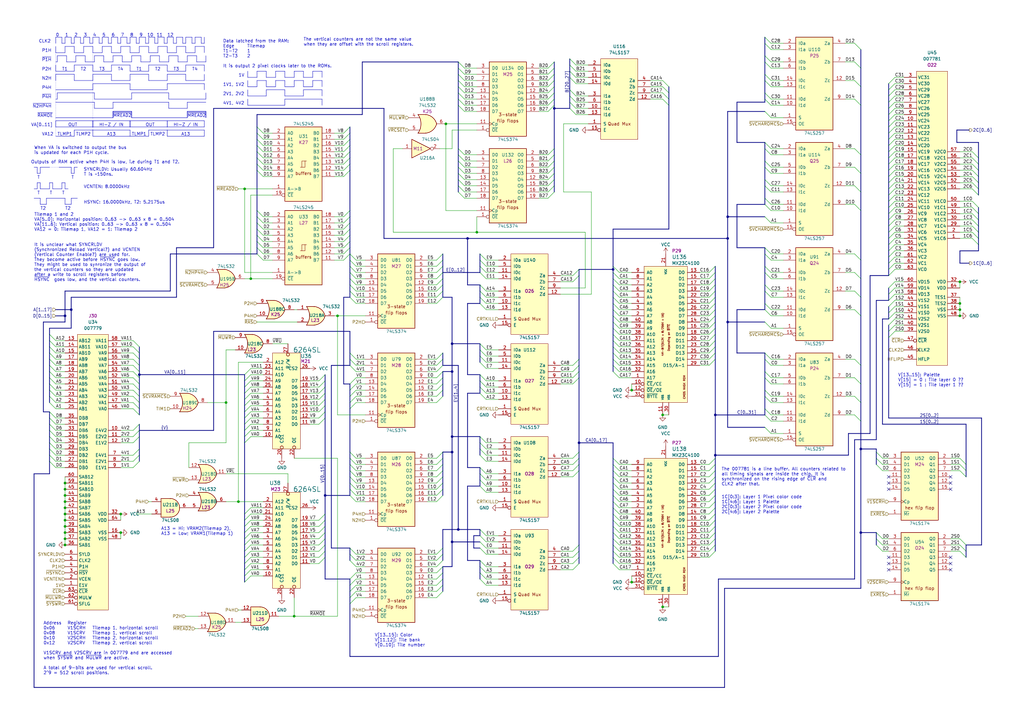
<source format=kicad_sch>
(kicad_sch (version 20230121) (generator eeschema)
  (paper "A3")
  (title_block (title "The Final Round") (date "2023-09-11") (company "Konami GX870") (comment 1 "Tile Layers"))
  (bus_alias "V" (members "1V1" "2V1" "4V1" "1V2" "2V2" "4V2"))
  (junction (at 271.78 248.92))
  (junction (at 26.67 210.82))
  (junction (at 97.79 205.74))
  (junction (at 251.46 110.49))
  (junction (at 353.06 218.44))
  (junction (at 298.45 88.9))
  (junction (at 120.65 252.73))
  (junction (at 26.67 129.54))
  (junction (at 298.45 132.08))
  (junction (at 138.43 129.54))
  (junction (at 26.67 208.28))
  (junction (at 293.37 170.18))
  (junction (at 227.33 44.45))
  (junction (at 259.08 238.76))
  (junction (at 49.53 218.44))
  (junction (at 133.35 203.2))
  (junction (at 26.67 203.2))
  (junction (at 185.42 152.4))
  (junction (at 57.15 153.67))
  (junction (at 26.67 218.44))
  (junction (at 182.88 50.8))
  (junction (at 393.7 115.57))
  (junction (at 237.49 181.61))
  (junction (at 187.96 217.17))
  (junction (at 92.71 165.1))
  (junction (at 353.06 184.15))
  (junction (at 259.08 160.02))
  (junction (at 195.58 95.25))
  (junction (at 29.21 127))
  (junction (at 271.78 170.18))
  (junction (at 298.45 97.79))
  (junction (at 26.67 198.12))
  (junction (at 393.7 129.54))
  (junction (at 26.67 215.9))
  (junction (at 185.42 222.25))
  (junction (at 26.67 205.74))
  (junction (at 26.67 220.98))
  (junction (at 293.37 186.69))
  (junction (at 185.42 185.42))
  (junction (at 102.87 114.3))
  (junction (at 393.7 124.46))
  (junction (at 49.53 210.82))
  (junction (at 185.42 179.07))
  (junction (at 26.67 213.36))
  (junction (at 26.67 200.66))
  (junction (at 100.33 77.47))
  (junction (at 393.7 127))
  (junction (at 185.42 140.97))
  (junction (at 191.77 97.79))
  (junction (at 26.67 223.52))
  (no_connect (at 389.89 231.14))
  (no_connect (at 389.89 233.68))
  (no_connect (at 389.89 228.6))
  (no_connect (at 389.89 200.66))
  (no_connect (at 389.89 198.12))
  (no_connect (at 389.89 195.58))
  (no_connect (at 364.49 195.58))
  (no_connect (at 364.49 198.12))
  (no_connect (at 364.49 200.66))
  (no_connect (at 364.49 228.6))
  (no_connect (at 364.49 231.14))
  (no_connect (at 364.49 233.68))
  (bus_entry (at 313.69 170.18) (size 2.54 2.54))
  (bus_entry (at 196.85 191.77) (size 2.54 2.54))
  (bus_entry (at 107.95 96.52) (size -2.54 -2.54))
  (bus_entry (at 364.49 97.79) (size 2.54 -2.54))
  (bus_entry (at 179.07 193.04) (size 2.54 -2.54))
  (bus_entry (at 234.95 149.86) (size 2.54 -2.54))
  (bus_entry (at 234.95 113.03) (size 2.54 -2.54))
  (bus_entry (at 234.95 115.57) (size 2.54 -2.54))
  (bus_entry (at 196.85 217.17) (size 2.54 2.54))
  (bus_entry (at 350.52 162.56) (size 2.54 2.54))
  (bus_entry (at 143.51 247.65) (size 2.54 -2.54))
  (bus_entry (at 196.85 237.49) (size 2.54 2.54))
  (bus_entry (at 364.49 133.35) (size 2.54 -2.54))
  (bus_entry (at 290.83 144.78) (size 2.54 -2.54))
  (bus_entry (at 364.49 120.65) (size 2.54 -2.54))
  (bus_entry (at 20.32 189.23) (size 2.54 2.54))
  (bus_entry (at 100.33 163.83) (size 2.54 -2.54))
  (bus_entry (at 313.69 111.76) (size 2.54 2.54))
  (bus_entry (at 233.68 44.45) (size 2.54 2.54))
  (bus_entry (at 143.51 104.14) (size -2.54 2.54))
  (bus_entry (at 290.83 203.2) (size 2.54 -2.54))
  (bus_entry (at 20.32 144.78) (size 2.54 2.54))
  (bus_entry (at 364.49 57.15) (size 2.54 -2.54))
  (bus_entry (at 143.51 57.15) (size -2.54 2.54))
  (bus_entry (at 271.78 33.02) (size 2.54 2.54))
  (bus_entry (at 196.85 229.87) (size 2.54 2.54))
  (bus_entry (at 107.95 69.85) (size -2.54 -2.54))
  (bus_entry (at 364.49 67.31) (size 2.54 -2.54))
  (bus_entry (at 313.69 147.32) (size 2.54 2.54))
  (bus_entry (at 179.07 149.86) (size 2.54 -2.54))
  (bus_entry (at 143.51 88.9) (size -2.54 2.54))
  (bus_entry (at 20.32 139.7) (size 2.54 2.54))
  (bus_entry (at 100.33 166.37) (size 2.54 -2.54))
  (bus_entry (at 196.85 224.79) (size 2.54 2.54))
  (bus_entry (at 224.79 45.72) (size 2.54 -2.54))
  (bus_entry (at 20.32 179.07) (size 2.54 2.54))
  (bus_entry (at 187.96 73.66) (size 2.54 2.54))
  (bus_entry (at 143.51 147.32) (size 2.54 2.54))
  (bus_entry (at 290.83 147.32) (size 2.54 -2.54))
  (bus_entry (at 179.07 232.41) (size 2.54 -2.54))
  (bus_entry (at 20.32 162.56) (size 2.54 2.54))
  (bus_entry (at 54.61 189.23) (size 2.54 -2.54))
  (bus_entry (at 187.96 68.58) (size 2.54 2.54))
  (bus_entry (at 20.32 184.15) (size 2.54 2.54))
  (bus_entry (at 179.07 187.96) (size 2.54 -2.54))
  (bus_entry (at 143.51 104.14) (size 2.54 2.54))
  (bus_entry (at 364.49 138.43) (size 2.54 -2.54))
  (bus_entry (at 143.51 99.06) (size -2.54 2.54))
  (bus_entry (at 54.61 179.07) (size 2.54 -2.54))
  (bus_entry (at 313.69 83.82) (size 2.54 2.54))
  (bus_entry (at 143.51 54.61) (size -2.54 2.54))
  (bus_entry (at 364.49 34.29) (size 2.54 -2.54))
  (bus_entry (at 100.33 153.67) (size 2.54 -2.54))
  (bus_entry (at 290.83 208.28) (size 2.54 -2.54))
  (bus_entry (at 187.96 33.02) (size 2.54 2.54))
  (bus_entry (at 179.07 147.32) (size 2.54 -2.54))
  (bus_entry (at 364.49 77.47) (size 2.54 -2.54))
  (bus_entry (at 143.51 237.49) (size 2.54 -2.54))
  (bus_entry (at 290.83 116.84) (size 2.54 -2.54))
  (bus_entry (at 179.07 242.57) (size 2.54 -2.54))
  (bus_entry (at 364.49 125.73) (size 2.54 -2.54))
  (bus_entry (at 143.51 193.04) (size 2.54 2.54))
  (bus_entry (at 54.61 142.24) (size 2.54 2.54))
  (bus_entry (at 290.83 226.06) (size 2.54 -2.54))
  (bus_entry (at 398.78 74.93) (size 2.54 2.54))
  (bus_entry (at 196.85 124.46) (size 2.54 2.54))
  (bus_entry (at 130.81 218.44) (size 2.54 -2.54))
  (bus_entry (at 290.83 205.74) (size 2.54 -2.54))
  (bus_entry (at 143.51 185.42) (size 2.54 2.54))
  (bus_entry (at 54.61 186.69) (size 2.54 -2.54))
  (bus_entry (at 107.95 64.77) (size -2.54 -2.54))
  (bus_entry (at 313.69 175.26) (size 2.54 2.54))
  (bus_entry (at 179.07 114.3) (size 2.54 -2.54))
  (bus_entry (at 350.52 60.96) (size 2.54 2.54))
  (bus_entry (at 350.52 147.32) (size 2.54 2.54))
  (bus_entry (at 196.85 179.07) (size 2.54 2.54))
  (bus_entry (at 313.69 60.96) (size 2.54 2.54))
  (bus_entry (at 290.83 149.86) (size 2.54 -2.54))
  (bus_entry (at 143.51 52.07) (size -2.54 2.54))
  (bus_entry (at 224.79 35.56) (size 2.54 -2.54))
  (bus_entry (at 54.61 162.56) (size 2.54 2.54))
  (bus_entry (at 234.95 228.6) (size 2.54 -2.54))
  (bus_entry (at 290.83 132.08) (size 2.54 -2.54))
  (bus_entry (at 179.07 160.02) (size 2.54 -2.54))
  (bus_entry (at 251.46 116.84) (size 2.54 2.54))
  (bus_entry (at 196.85 184.15) (size 2.54 2.54))
  (bus_entry (at 251.46 111.76) (size 2.54 2.54))
  (bus_entry (at 313.69 127) (size 2.54 2.54))
  (bus_entry (at 224.79 38.1) (size 2.54 -2.54))
  (bus_entry (at 234.95 157.48) (size 2.54 -2.54))
  (bus_entry (at 364.49 85.09) (size 2.54 -2.54))
  (bus_entry (at 290.83 220.98) (size 2.54 -2.54))
  (bus_entry (at 290.83 111.76) (size 2.54 -2.54))
  (bus_entry (at 313.69 88.9) (size 2.54 2.54))
  (bus_entry (at 100.33 236.22) (size 2.54 -2.54))
  (bus_entry (at 130.81 173.99) (size 2.54 -2.54))
  (bus_entry (at 233.68 36.83) (size 2.54 2.54))
  (bus_entry (at 364.49 90.17) (size 2.54 -2.54))
  (bus_entry (at 20.32 142.24) (size 2.54 2.54))
  (bus_entry (at 224.79 40.64) (size 2.54 -2.54))
  (bus_entry (at 196.85 148.59) (size 2.54 2.54))
  (bus_entry (at 233.68 26.67) (size 2.54 2.54))
  (bus_entry (at 130.81 156.21) (size 2.54 -2.54))
  (bus_entry (at 251.46 210.82) (size 2.54 2.54))
  (bus_entry (at 130.81 171.45) (size 2.54 -2.54))
  (bus_entry (at 196.85 156.21) (size 2.54 2.54))
  (bus_entry (at 313.69 144.78) (size 2.54 2.54))
  (bus_entry (at 20.32 152.4) (size 2.54 2.54))
  (bus_entry (at 107.95 93.98) (size -2.54 -2.54))
  (bus_entry (at 196.85 232.41) (size 2.54 2.54))
  (bus_entry (at 196.85 194.31) (size 2.54 2.54))
  (bus_entry (at 196.85 140.97) (size 2.54 2.54))
  (bus_entry (at 107.95 57.15) (size -2.54 -2.54))
  (bus_entry (at 234.95 226.06) (size 2.54 -2.54))
  (bus_entry (at 143.51 224.79) (size 2.54 2.54))
  (bus_entry (at 313.69 119.38) (size 2.54 2.54))
  (bus_entry (at 224.79 68.58) (size 2.54 -2.54))
  (bus_entry (at 224.79 78.74) (size 2.54 -2.54))
  (bus_entry (at 143.51 62.23) (size -2.54 2.54))
  (bus_entry (at 54.61 191.77) (size 2.54 -2.54))
  (bus_entry (at 364.49 52.07) (size 2.54 -2.54))
  (bus_entry (at 179.07 234.95) (size 2.54 -2.54))
  (bus_entry (at 187.96 30.48) (size 2.54 2.54))
  (bus_entry (at 196.85 199.39) (size 2.54 2.54))
  (bus_entry (at 20.32 149.86) (size 2.54 2.54))
  (bus_entry (at 364.49 95.25) (size 2.54 -2.54))
  (bus_entry (at 143.51 190.5) (size 2.54 2.54))
  (bus_entry (at 251.46 218.44) (size 2.54 2.54))
  (bus_entry (at 251.46 124.46) (size 2.54 2.54))
  (bus_entry (at 179.07 165.1) (size 2.54 -2.54))
  (bus_entry (at 100.33 233.68) (size 2.54 -2.54))
  (bus_entry (at 143.51 245.11) (size 2.54 -2.54))
  (bus_entry (at 364.49 39.37) (size 2.54 -2.54))
  (bus_entry (at 107.95 99.06) (size -2.54 -2.54))
  (bus_entry (at 179.07 124.46) (size 2.54 -2.54))
  (bus_entry (at 290.83 215.9) (size 2.54 -2.54))
  (bus_entry (at 143.51 114.3) (size 2.54 2.54))
  (bus_entry (at 364.49 92.71) (size 2.54 -2.54))
  (bus_entry (at 130.81 220.98) (size 2.54 -2.54))
  (bus_entry (at 350.52 111.76) (size 2.54 2.54))
  (bus_entry (at 100.33 156.21) (size 2.54 -2.54))
  (bus_entry (at 251.46 231.14) (size 2.54 2.54))
  (bus_entry (at 271.78 38.1) (size 2.54 2.54))
  (bus_entry (at 398.78 92.71) (size 2.54 2.54))
  (bus_entry (at 179.07 116.84) (size 2.54 -2.54))
  (bus_entry (at 224.79 43.18) (size 2.54 -2.54))
  (bus_entry (at 290.83 223.52) (size 2.54 -2.54))
  (bus_entry (at 179.07 245.11) (size 2.54 -2.54))
  (bus_entry (at 290.83 137.16) (size 2.54 -2.54))
  (bus_entry (at 290.83 213.36) (size 2.54 -2.54))
  (bus_entry (at 179.07 106.68) (size 2.54 -2.54))
  (bus_entry (at 350.52 104.14) (size 2.54 2.54))
  (bus_entry (at 143.51 157.48) (size 2.54 -2.54))
  (bus_entry (at 143.51 229.87) (size 2.54 2.54))
  (bus_entry (at 313.69 76.2) (size 2.54 2.54))
  (bus_entry (at 179.07 190.5) (size 2.54 -2.54))
  (bus_entry (at 398.78 72.39) (size 2.54 2.54))
  (bus_entry (at 364.49 135.89) (size 2.54 -2.54))
  (bus_entry (at 251.46 137.16) (size 2.54 2.54))
  (bus_entry (at 54.61 152.4) (size 2.54 2.54))
  (bus_entry (at 251.46 129.54) (size 2.54 2.54))
  (bus_entry (at 143.51 187.96) (size 2.54 2.54))
  (bus_entry (at 130.81 231.14) (size 2.54 -2.54))
  (bus_entry (at 196.85 143.51) (size 2.54 2.54))
  (bus_entry (at 251.46 203.2) (size 2.54 2.54))
  (bus_entry (at 179.07 203.2) (size 2.54 -2.54))
  (bus_entry (at 143.51 121.92) (size 2.54 2.54))
  (bus_entry (at 364.49 54.61) (size 2.54 -2.54))
  (bus_entry (at 313.69 73.66) (size 2.54 2.54))
  (bus_entry (at 350.52 170.18) (size 2.54 2.54))
  (bus_entry (at 398.78 90.17) (size 2.54 2.54))
  (bus_entry (at 290.83 134.62) (size 2.54 -2.54))
  (bus_entry (at 364.49 128.27) (size 2.54 -2.54))
  (bus_entry (at 187.96 76.2) (size 2.54 2.54))
  (bus_entry (at 350.52 154.94) (size 2.54 2.54))
  (bus_entry (at 364.49 49.53) (size 2.54 -2.54))
  (bus_entry (at 251.46 152.4) (size 2.54 2.54))
  (bus_entry (at 398.78 62.23) (size 2.54 2.54))
  (bus_entry (at 130.81 226.06) (size 2.54 -2.54))
  (bus_entry (at 187.96 60.96) (size 2.54 2.54))
  (bus_entry (at 364.49 41.91) (size 2.54 -2.54))
  (bus_entry (at 100.33 231.14) (size 2.54 -2.54))
  (bus_entry (at 224.79 27.94) (size 2.54 -2.54))
  (bus_entry (at 364.49 100.33) (size 2.54 -2.54))
  (bus_entry (at 143.51 227.33) (size 2.54 2.54))
  (bus_entry (at 143.51 91.44) (size -2.54 2.54))
  (bus_entry (at 364.49 44.45) (size 2.54 -2.54))
  (bus_entry (at 143.51 101.6) (size -2.54 2.54))
  (bus_entry (at 187.96 63.5) (size 2.54 2.54))
  (bus_entry (at 54.61 144.78) (size 2.54 2.54))
  (bus_entry (at 107.95 104.14) (size -2.54 -2.54))
  (bus_entry (at 350.52 119.38) (size 2.54 2.54))
  (bus_entry (at 364.49 64.77) (size 2.54 -2.54))
  (bus_entry (at 251.46 119.38) (size 2.54 2.54))
  (bus_entry (at 196.85 219.71) (size 2.54 2.54))
  (bus_entry (at 364.49 107.95) (size 2.54 -2.54))
  (bus_entry (at 187.96 66.04) (size 2.54 2.54))
  (bus_entry (at 313.69 152.4) (size 2.54 2.54))
  (bus_entry (at 364.49 82.55) (size 2.54 -2.54))
  (bus_entry (at 290.83 190.5) (size 2.54 -2.54))
  (bus_entry (at 251.46 127) (size 2.54 2.54))
  (bus_entry (at 143.51 109.22) (size 2.54 2.54))
  (bus_entry (at 130.81 166.37) (size 2.54 -2.54))
  (bus_entry (at 313.69 66.04) (size 2.54 2.54))
  (bus_entry (at 143.51 165.1) (size 2.54 -2.54))
  (bus_entry (at 224.79 30.48) (size 2.54 -2.54))
  (bus_entry (at 100.33 179.07) (size 2.54 -2.54))
  (bus_entry (at 398.78 64.77) (size 2.54 2.54))
  (bus_entry (at 364.49 80.01) (size 2.54 -2.54))
  (bus_entry (at 290.83 114.3) (size 2.54 -2.54))
  (bus_entry (at 179.07 237.49) (size 2.54 -2.54))
  (bus_entry (at 179.07 195.58) (size 2.54 -2.54))
  (bus_entry (at 364.49 69.85) (size 2.54 -2.54))
  (bus_entry (at 20.32 147.32) (size 2.54 2.54))
  (bus_entry (at 20.32 173.99) (size 2.54 2.54))
  (bus_entry (at 54.61 157.48) (size 2.54 2.54))
  (bus_entry (at 196.85 234.95) (size 2.54 2.54))
  (bus_entry (at 143.51 203.2) (size 2.54 2.54))
  (bus_entry (at 100.33 223.52) (size 2.54 -2.54))
  (bus_entry (at 54.61 176.53) (size 2.54 -2.54))
  (bus_entry (at 179.07 198.12) (size 2.54 -2.54))
  (bus_entry (at 143.51 111.76) (size 2.54 2.54))
  (bus_entry (at 233.68 41.91) (size 2.54 2.54))
  (bus_entry (at 350.52 17.78) (size 2.54 2.54))
  (bus_entry (at 350.52 25.4) (size 2.54 2.54))
  (bus_entry (at 350.52 33.02) (size 2.54 2.54))
  (bus_entry (at 350.52 40.64) (size 2.54 2.54))
  (bus_entry (at 251.46 132.08) (size 2.54 2.54))
  (bus_entry (at 251.46 134.62) (size 2.54 2.54))
  (bus_entry (at 143.51 67.31) (size -2.54 2.54))
  (bus_entry (at 107.95 62.23) (size -2.54 -2.54))
  (bus_entry (at 107.95 101.6) (size -2.54 -2.54))
  (bus_entry (at 100.33 228.6) (size 2.54 -2.54))
  (bus_entry (at 143.51 106.68) (size 2.54 2.54))
  (bus_entry (at 251.46 147.32) (size 2.54 2.54))
  (bus_entry (at 290.83 142.24) (size 2.54 -2.54))
  (bus_entry (at 179.07 162.56) (size 2.54 -2.54))
  (bus_entry (at 20.32 168.91) (size 2.54 2.54))
  (bus_entry (at 313.69 167.64) (size 2.54 2.54))
  (bus_entry (at 143.51 200.66) (size 2.54 2.54))
  (bus_entry (at 233.68 24.13) (size 2.54 2.54))
  (bus_entry (at 290.83 124.46) (size 2.54 -2.54))
  (bus_entry (at 143.51 240.03) (size 2.54 -2.54))
  (bus_entry (at 364.49 59.69) (size 2.54 -2.54))
  (bus_entry (at 107.95 59.69) (size -2.54 -2.54))
  (bus_entry (at 179.07 205.74) (size 2.54 -2.54))
  (bus_entry (at 143.51 69.85) (size -2.54 2.54))
  (bus_entry (at 107.95 106.68) (size -2.54 -2.54))
  (bus_entry (at 196.85 153.67) (size 2.54 2.54))
  (bus_entry (at 196.85 106.68) (size 2.54 2.54))
  (bus_entry (at 130.81 223.52) (size 2.54 -2.54))
  (bus_entry (at 143.51 119.38) (size 2.54 2.54))
  (bus_entry (at 364.49 102.87) (size 2.54 -2.54))
  (bus_entry (at 224.79 73.66) (size 2.54 -2.54))
  (bus_entry (at 179.07 109.22) (size 2.54 -2.54))
  (bus_entry (at 179.07 227.33) (size 2.54 -2.54))
  (bus_entry (at 234.95 187.96) (size 2.54 -2.54))
  (bus_entry (at 364.49 46.99) (size 2.54 -2.54))
  (bus_entry (at 143.51 198.12) (size 2.54 2.54))
  (bus_entry (at 364.49 87.63) (size 2.54 -2.54))
  (bus_entry (at 100.33 218.44) (size 2.54 -2.54))
  (bus_entry (at 100.33 171.45) (size 2.54 -2.54))
  (bus_entry (at 251.46 208.28) (size 2.54 2.54))
  (bus_entry (at 196.85 158.75) (size 2.54 2.54))
  (bus_entry (at 196.85 109.22) (size 2.54 2.54))
  (bus_entry (at 313.69 104.14) (size 2.54 2.54))
  (bus_entry (at 187.96 43.18) (size 2.54 2.54))
  (bus_entry (at 234.95 190.5) (size 2.54 -2.54))
  (bus_entry (at 233.68 31.75) (size 2.54 2.54))
  (bus_entry (at 233.68 29.21) (size 2.54 2.54))
  (bus_entry (at 196.85 116.84) (size 2.54 2.54))
  (bus_entry (at 234.95 231.14) (size 2.54 -2.54))
  (bus_entry (at 20.32 165.1) (size 2.54 2.54))
  (bus_entry (at 313.69 160.02) (size 2.54 2.54))
  (bus_entry (at 179.07 154.94) (size 2.54 -2.54))
  (bus_entry (at 313.69 101.6) (size 2.54 2.54))
  (bus_entry (at 251.46 195.58) (size 2.54 2.54))
  (bus_entry (at 143.51 86.36) (size -2.54 2.54))
  (bus_entry (at 313.69 109.22) (size 2.54 2.54))
  (bus_entry (at 143.51 93.98) (size -2.54 2.54))
  (bus_entry (at 271.78 40.64) (size 2.54 2.54))
  (bus_entry (at 224.79 81.28) (size 2.54 -2.54))
  (bus_entry (at 54.61 167.64) (size 2.54 2.54))
  (bus_entry (at 398.78 85.09) (size 2.54 2.54))
  (bus_entry (at 251.46 226.06) (size 2.54 2.54))
  (bus_entry (at 224.79 33.02) (size 2.54 -2.54))
  (bus_entry (at 234.95 193.04) (size 2.54 -2.54))
  (bus_entry (at 313.69 15.24) (size 2.54 2.54))
  (bus_entry (at 313.69 17.78) (size 2.54 2.54))
  (bus_entry (at 313.69 22.86) (size 2.54 2.54))
  (bus_entry (at 313.69 25.4) (size 2.54 2.54))
  (bus_entry (at 313.69 33.02) (size 2.54 2.54))
  (bus_entry (at 313.69 30.48) (size 2.54 2.54))
  (bus_entry (at 313.69 45.72) (size 2.54 2.54))
  (bus_entry (at 313.69 38.1) (size 2.54 2.54))
  (bus_entry (at 313.69 40.64) (size 2.54 2.54))
  (bus_entry (at 251.46 190.5) (size 2.54 2.54))
  (bus_entry (at 313.69 154.94) (size 2.54 2.54))
  (bus_entry (at 143.51 144.78) (size 2.54 2.54))
  (bus_entry (at 100.33 210.82) (size 2.54 -2.54))
  (bus_entry (at 196.85 121.92) (size 2.54 2.54))
  (bus_entry (at 143.51 116.84) (size 2.54 2.54))
  (bus_entry (at 313.69 58.42) (size 2.54 2.54))
  (bus_entry (at 54.61 160.02) (size 2.54 2.54))
  (bus_entry (at 20.32 154.94) (size 2.54 2.54))
  (bus_entry (at 290.83 198.12) (size 2.54 -2.54))
  (bus_entry (at 398.78 69.85) (size 2.54 2.54))
  (bus_entry (at 20.32 176.53) (size 2.54 2.54))
  (bus_entry (at 143.51 195.58) (size 2.54 2.54))
  (bus_entry (at 251.46 139.7) (size 2.54 2.54))
  (bus_entry (at 100.33 213.36) (size 2.54 -2.54))
  (bus_entry (at 313.69 132.08) (size 2.54 2.54))
  (bus_entry (at 251.46 142.24) (size 2.54 2.54))
  (bus_entry (at 251.46 205.74) (size 2.54 2.54))
  (bus_entry (at 54.61 147.32) (size 2.54 2.54))
  (bus_entry (at 364.49 105.41) (size 2.54 -2.54))
  (bus_entry (at 143.51 242.57) (size 2.54 -2.54))
  (bus_entry (at 359.41 185.42) (size 2.54 2.54))
  (bus_entry (at 359.41 187.96) (size 2.54 2.54))
  (bus_entry (at 359.41 190.5) (size 2.54 2.54))
  (bus_entry (at 359.41 220.98) (size 2.54 2.54))
  (bus_entry (at 359.41 218.44) (size 2.54 2.54))
  (bus_entry (at 359.41 223.52) (size 2.54 2.54))
  (bus_entry (at 364.49 62.23) (size 2.54 -2.54))
  (bus_entry (at 290.83 127) (size 2.54 -2.54))
  (bus_entry (at 100.33 176.53) (size 2.54 -2.54))
  (bus_entry (at 234.95 233.68) (size 2.54 -2.54))
  (bus_entry (at 364.49 123.19) (size 2.54 -2.54))
  (bus_entry (at 100.33 181.61) (size 2.54 -2.54))
  (bus_entry (at 350.52 68.58) (size 2.54 2.54))
  (bus_entry (at 20.32 157.48) (size 2.54 2.54))
  (bus_entry (at 130.81 168.91) (size 2.54 -2.54))
  (bus_entry (at 130.81 161.29) (size 2.54 -2.54))
  (bus_entry (at 179.07 240.03) (size 2.54 -2.54))
  (bus_entry (at 130.81 163.83) (size 2.54 -2.54))
  (bus_entry (at 196.85 222.25) (size 2.54 2.54))
  (bus_entry (at 251.46 200.66) (size 2.54 2.54))
  (bus_entry (at 364.49 118.11) (size 2.54 -2.54))
  (bus_entry (at 251.46 187.96) (size 2.54 2.54))
  (bus_entry (at 290.83 200.66) (size 2.54 -2.54))
  (bus_entry (at 224.79 63.5) (size 2.54 -2.54))
  (bus_entry (at 251.46 223.52) (size 2.54 2.54))
  (bus_entry (at 187.96 35.56) (size 2.54 2.54))
  (bus_entry (at 179.07 121.92) (size 2.54 -2.54))
  (bus_entry (at 54.61 139.7) (size 2.54 2.54))
  (bus_entry (at 187.96 78.74) (size 2.54 2.54))
  (bus_entry (at 100.33 173.99) (size 2.54 -2.54))
  (bus_entry (at 187.96 40.64) (size 2.54 2.54))
  (bus_entry (at 350.52 127) (size 2.54 2.54))
  (bus_entry (at 290.83 129.54) (size 2.54 -2.54))
  (bus_entry (at 290.83 193.04) (size 2.54 -2.54))
  (bus_entry (at 364.49 72.39) (size 2.54 -2.54))
  (bus_entry (at 398.78 97.79) (size 2.54 2.54))
  (bus_entry (at 179.07 111.76) (size 2.54 -2.54))
  (bus_entry (at 179.07 229.87) (size 2.54 -2.54))
  (bus_entry (at 398.78 77.47) (size 2.54 2.54))
  (bus_entry (at 251.46 114.3) (size 2.54 2.54))
  (bus_entry (at 143.51 160.02) (size 2.54 -2.54))
  (bus_entry (at 313.69 68.58) (size 2.54 2.54))
  (bus_entry (at 290.83 119.38) (size 2.54 -2.54))
  (bus_entry (at 20.32 171.45) (size 2.54 2.54))
  (bus_entry (at 130.81 213.36) (size 2.54 -2.54))
  (bus_entry (at 100.33 238.76) (size 2.54 -2.54))
  (bus_entry (at 179.07 119.38) (size 2.54 -2.54))
  (bus_entry (at 271.78 35.56) (size 2.54 2.54))
  (bus_entry (at 251.46 144.78) (size 2.54 2.54))
  (bus_entry (at 251.46 121.92) (size 2.54 2.54))
  (bus_entry (at 313.69 81.28) (size 2.54 2.54))
  (bus_entry (at 234.95 152.4) (size 2.54 -2.54))
  (bus_entry (at 290.83 210.82) (size 2.54 -2.54))
  (bus_entry (at 143.51 149.86) (size 2.54 2.54))
  (bus_entry (at 187.96 27.94) (size 2.54 2.54))
  (bus_entry (at 20.32 186.69) (size 2.54 2.54))
  (bus_entry (at 187.96 25.4) (size 2.54 2.54))
  (bus_entry (at 398.78 87.63) (size 2.54 2.54))
  (bus_entry (at 187.96 38.1) (size 2.54 2.54))
  (bus_entry (at 107.95 67.31) (size -2.54 -2.54))
  (bus_entry (at 100.33 215.9) (size 2.54 -2.54))
  (bus_entry (at 313.69 116.84) (size 2.54 2.54))
  (bus_entry (at 350.52 83.82) (size 2.54 2.54))
  (bus_entry (at 290.83 195.58) (size 2.54 -2.54))
  (bus_entry (at 350.52 76.2) (size 2.54 2.54))
  (bus_entry (at 179.07 152.4) (size 2.54 -2.54))
  (bus_entry (at 224.79 66.04) (size 2.54 -2.54))
  (bus_entry (at 398.78 82.55) (size 2.54 2.54))
  (bus_entry (at 364.49 113.03) (size 2.54 -2.54))
  (bus_entry (at 196.85 146.05) (size 2.54 2.54))
  (bus_entry (at 251.46 228.6) (size 2.54 2.54))
  (bus_entry (at 196.85 119.38) (size 2.54 2.54))
  (bus_entry (at 100.33 168.91) (size 2.54 -2.54))
  (bus_entry (at 251.46 215.9) (size 2.54 2.54))
  (bus_entry (at 196.85 161.29) (size 2.54 2.54))
  (bus_entry (at 130.81 228.6) (size 2.54 -2.54))
  (bus_entry (at 130.81 215.9) (size 2.54 -2.54))
  (bus_entry (at 313.69 124.46) (size 2.54 2.54))
  (bus_entry (at 251.46 149.86) (size 2.54 2.54))
  (bus_entry (at 196.85 196.85) (size 2.54 2.54))
  (bus_entry (at 290.83 218.44) (size 2.54 -2.54))
  (bus_entry (at 364.49 130.81) (size 2.54 -2.54))
  (bus_entry (at 54.61 154.94) (size 2.54 2.54))
  (bus_entry (at 54.61 181.61) (size 2.54 -2.54))
  (bus_entry (at 20.32 160.02) (size 2.54 2.54))
  (bus_entry (at 100.33 226.06) (size 2.54 -2.54))
  (bus_entry (at 313.69 162.56) (size 2.54 2.54))
  (bus_entry (at 196.85 104.14) (size 2.54 2.54))
  (bus_entry (at 290.83 139.7) (size 2.54 -2.54))
  (bus_entry (at 196.85 181.61) (size 2.54 2.54))
  (bus_entry (at 54.61 165.1) (size 2.54 2.54))
  (bus_entry (at 398.78 95.25) (size 2.54 2.54))
  (bus_entry (at 107.95 91.44) (size -2.54 -2.54))
  (bus_entry (at 143.51 162.56) (size 2.54 -2.54))
  (bus_entry (at 251.46 198.12) (size 2.54 2.54))
  (bus_entry (at 143.51 64.77) (size -2.54 2.54))
  (bus_entry (at 179.07 200.66) (size 2.54 -2.54))
  (bus_entry (at 234.95 195.58) (size 2.54 -2.54))
  (bus_entry (at 143.51 96.52) (size -2.54 2.54))
  (bus_entry (at 20.32 181.61) (size 2.54 2.54))
  (bus_entry (at 107.95 54.61) (size -2.54 -2.54))
  (bus_entry (at 251.46 220.98) (size 2.54 2.54))
  (bus_entry (at 54.61 149.86) (size 2.54 2.54))
  (bus_entry (at 233.68 39.37) (size 2.54 2.54))
  (bus_entry (at 398.78 67.31) (size 2.54 2.54))
  (bus_entry (at 100.33 220.98) (size 2.54 -2.54))
  (bus_entry (at 224.79 71.12) (size 2.54 -2.54))
  (bus_entry (at 251.46 109.22) (size 2.54 2.54))
  (bus_entry (at 143.51 59.69) (size -2.54 2.54))
  (bus_entry (at 234.95 154.94) (size 2.54 -2.54))
  (bus_entry (at 107.95 88.9) (size -2.54 -2.54))
  (bus_entry (at 196.85 186.69) (size 2.54 2.54))
  (bus_entry (at 364.49 110.49) (size 2.54 -2.54))
  (bus_entry (at 364.49 36.83) (size 2.54 -2.54))
  (bus_entry (at 393.7 190.5) (size 2.54 2.54))
  (bus_entry (at 393.7 193.04) (size 2.54 2.54))
  (bus_entry (at 393.7 187.96) (size 2.54 2.54))
  (bus_entry (at 393.7 226.06) (size 2.54 2.54))
  (bus_entry (at 393.7 223.52) (size 2.54 2.54))
  (bus_entry (at 393.7 220.98) (size 2.54 2.54))
  (bus_entry (at 100.33 158.75) (size 2.54 -2.54))
  (bus_entry (at 251.46 193.04) (size 2.54 2.54))
  (bus_entry (at 251.46 213.36) (size 2.54 2.54))
  (bus_entry (at 290.83 228.6) (size 2.54 -2.54))
  (bus_entry (at 100.33 161.29) (size 2.54 -2.54))
  (bus_entry (at 143.51 167.64) (size 2.54 -2.54))
  (bus_entry (at 107.95 72.39) (size -2.54 -2.54))
  (bus_entry (at 20.32 137.16) (size 2.54 2.54))
  (bus_entry (at 130.81 158.75) (size 2.54 -2.54))
  (bus_entry (at 187.96 71.12) (size 2.54 2.54))
  (bus_entry (at 196.85 111.76) (size 2.54 2.54))
  (bus_entry (at 290.83 121.92) (size 2.54 -2.54))
  (bus_entry (at 364.49 74.93) (size 2.54 -2.54))
  (bus_entry (at 179.07 157.48) (size 2.54 -2.54))
  (bus_entry (at 224.79 76.2) (size 2.54 -2.54))
  (wire (pts (xy 127 220.98) (xy 130.81 220.98)))
  (bus (pts (xy 294.64 269.24) (xy 143.51 269.24)))
  (bus (pts (xy 364.49 82.55) (xy 364.49 85.09)))
  (bus (pts (xy 313.69 73.66) (xy 313.69 76.2)))
  (polyline (pts (xy 84.455 45.72) (xy 84.455 48.26)) (stroke (width 0) (type solid)))
  (bus (pts (xy 133.35 163.83) (xy 133.35 166.37)))
  (bus (pts (xy 181.61 147.32) (xy 181.61 149.86)))
  (wire (pts (xy 229.87 187.96) (xy 234.95 187.96)))
  (wire (pts (xy 393.7 85.09) (xy 398.78 85.09)))
  (polyline (pts (xy 45.72 33.02) (xy 53.34 33.02)) (stroke (width 0) (type solid)))
  (bus (pts (xy 251.46 203.2) (xy 251.46 200.66)))
  (bus (pts (xy 237.49 110.49) (xy 237.49 113.03)))
  (polyline (pts (xy 38.1 30.48) (xy 45.72 30.48)) (stroke (width 0) (type solid)))
  (polyline (pts (xy 120.65 29.21) (xy 124.46 29.21)) (stroke (width 0) (type solid)))
  (bus (pts (xy 20.32 147.32) (xy 20.32 149.86)))
  (polyline (pts (xy 113.03 35.56) (xy 113.03 33.02)) (stroke (width 0) (type solid)))
  (bus (pts (xy 143.51 229.87) (xy 143.51 227.33)))
  (wire (pts (xy 175.26 162.56) (xy 179.07 162.56)))
  (bus (pts (xy 364.49 41.91) (xy 364.49 44.45)))
  (bus (pts (xy 353.06 121.92) (xy 353.06 129.54)))
  (bus (pts (xy 196.85 109.22) (xy 196.85 111.76)))
  (wire (pts (xy 316.23 172.72) (xy 321.31 172.72)))
  (bus (pts (xy 274.32 43.18) (xy 274.32 93.98)))
  (bus (pts (xy 20.32 139.7) (xy 20.32 142.24)))
  (wire (pts (xy 190.5 40.64) (xy 195.58 40.64)))
  (wire (pts (xy 146.05 245.11) (xy 149.86 245.11)))
  (bus (pts (xy 233.68 36.83) (xy 233.68 39.37)))
  (bus (pts (xy 105.41 69.85) (xy 105.41 86.36)))
  (bus (pts (xy 143.51 52.07) (xy 143.51 54.61)))
  (bus (pts (xy 69.85 104.14) (xy 105.41 104.14)))
  (wire (pts (xy 316.23 147.32) (xy 321.31 147.32)))
  (wire (pts (xy 220.98 40.64) (xy 224.79 40.64)))
  (wire (pts (xy 146.05 195.58) (xy 149.86 195.58)))
  (wire (pts (xy 367.03 39.37) (xy 370.84 39.37)))
  (bus (pts (xy 87.63 135.89) (xy 143.51 135.89)))
  (bus (pts (xy 196.85 219.71) (xy 196.85 217.17)))
  (bus (pts (xy 251.46 208.28) (xy 251.46 205.74)))
  (bus (pts (xy 401.32 64.77) (xy 401.32 58.42)))
  (wire (pts (xy 266.7 33.02) (xy 271.78 33.02)))
  (wire (pts (xy 316.23 71.12) (xy 321.31 71.12)))
  (wire (pts (xy 271.78 248.92) (xy 274.32 248.92)))
  (bus (pts (xy 298.45 88.9) (xy 298.45 45.72)))
  (wire (pts (xy 92.71 194.31) (xy 118.11 194.31)))
  (wire (pts (xy 175.26 203.2) (xy 179.07 203.2)))
  (wire (pts (xy 287.02 139.7) (xy 290.83 139.7)))
  (bus (pts (xy 359.41 220.98) (xy 359.41 223.52)))
  (bus (pts (xy 313.69 38.1) (xy 313.69 40.64)))
  (polyline (pts (xy 38.1 17.78) (xy 38.1 15.24)) (stroke (width 0) (type solid)))
  (bus (pts (xy 143.51 86.36) (xy 143.51 88.9)))
  (polyline (pts (xy 116.84 43.18) (xy 116.84 40.64)) (stroke (width 0) (type solid)))
  (bus (pts (xy 100.33 168.91) (xy 100.33 171.45)))
  (polyline (pts (xy 22.86 21.59) (xy 26.67 21.59)) (stroke (width 0) (type solid)))
  (bus (pts (xy 143.51 62.23) (xy 143.51 64.77)))
  (bus (pts (xy 181.61 104.14) (xy 181.61 106.68)))
  (polyline (pts (xy 45.72 17.78) (xy 45.72 15.24)) (stroke (width 0) (type solid)))
  (bus (pts (xy 353.06 149.86) (xy 353.06 157.48)))
  (bus (pts (xy 187.96 43.18) (xy 187.96 40.64)))
  (bus (pts (xy 227.33 73.66) (xy 227.33 76.2)))
  (bus (pts (xy 353.06 241.3) (xy 297.18 241.3)))
  (wire (pts (xy 316.23 129.54) (xy 321.31 129.54)))
  (polyline (pts (xy 61.595 22.86) (xy 65.405 22.86)) (stroke (width 0) (type solid)))
  (polyline (pts (xy 53.34 30.48) (xy 53.34 33.02)) (stroke (width 0) (type solid)))
  (bus (pts (xy 364.49 69.85) (xy 364.49 72.39)))
  (polyline (pts (xy 41.91 17.78) (xy 41.91 15.24)) (stroke (width 0) (type solid)))
  (bus (pts (xy 353.06 165.1) (xy 353.06 172.72)))
  (wire (pts (xy 346.71 68.58) (xy 350.52 68.58)))
  (polyline (pts (xy 16.51 81.28) (xy 16.51 83.82)) (stroke (width 0) (type solid)))
  (wire (pts (xy 316.23 27.94) (xy 321.31 27.94)))
  (wire (pts (xy 146.05 106.68) (xy 149.86 106.68)))
  (bus (pts (xy 293.37 139.7) (xy 293.37 142.24)))
  (bus (pts (xy 17.78 132.08) (xy 17.78 168.91)))
  (wire (pts (xy 287.02 200.66) (xy 290.83 200.66)))
  (bus (pts (xy 401.32 64.77) (xy 401.32 67.31)))
  (polyline (pts (xy 53.34 36.83) (xy 53.34 34.29)) (stroke (width 0) (type solid)))
  (polyline (pts (xy 38.1 15.24) (xy 40.64 15.24)) (stroke (width 0) (type solid)))
  (wire (pts (xy 76.2 252.73) (xy 81.28 252.73)))
  (wire (pts (xy 175.26 229.87) (xy 179.07 229.87)))
  (wire (pts (xy 140.97 106.68) (xy 137.16 106.68)))
  (bus (pts (xy 364.49 105.41) (xy 364.49 107.95)))
  (wire (pts (xy 97.79 77.47) (xy 100.33 77.47)))
  (polyline (pts (xy 27.305 22.86) (xy 27.305 25.4)) (stroke (width 0) (type solid)))
  (polyline (pts (xy 71.12 17.78) (xy 71.12 15.24)) (stroke (width 0) (type solid)))
  (wire (pts (xy 22.86 176.53) (xy 26.67 176.53)))
  (bus (pts (xy 20.32 142.24) (xy 20.32 144.78)))
  (wire (pts (xy 127 218.44) (xy 130.81 218.44)))
  (bus (pts (xy 302.26 144.78) (xy 313.69 144.78)))
  (wire (pts (xy 175.26 160.02) (xy 179.07 160.02)))
  (polyline (pts (xy 53.975 45.72) (xy 53.975 48.26)) (stroke (width 0) (type solid)))
  (wire (pts (xy 316.23 121.92) (xy 321.31 121.92)))
  (bus (pts (xy 361.95 130.81) (xy 364.49 130.81)))
  (wire (pts (xy 229.87 233.68) (xy 234.95 233.68)))
  (polyline (pts (xy 83.82 30.48) (xy 83.82 33.02)) (stroke (width 0) (type solid)))
  (polyline (pts (xy 59.69 17.78) (xy 60.96 17.78)) (stroke (width 0) (type solid)))
  (wire (pts (xy 175.26 121.92) (xy 179.07 121.92)))
  (polyline (pts (xy 29.21 71.12) (xy 30.48 71.12)) (stroke (width 0) (type solid)))
  (wire (pts (xy 199.39 219.71) (xy 204.47 219.71)))
  (bus (pts (xy 313.69 144.78) (xy 313.69 147.32)))
  (wire (pts (xy 146.05 205.74) (xy 149.86 205.74)))
  (wire (pts (xy 140.97 96.52) (xy 137.16 96.52)))
  (bus (pts (xy 251.46 223.52) (xy 251.46 220.98)))
  (wire (pts (xy 175.26 242.57) (xy 179.07 242.57)))
  (bus (pts (xy 293.37 218.44) (xy 293.37 220.98)))
  (polyline (pts (xy 30.48 69.85) (xy 30.48 68.58)) (stroke (width 0) (type solid)))
  (polyline (pts (xy 60.96 30.48) (xy 60.96 33.02)) (stroke (width 0) (type solid)))
  (polyline (pts (xy 53.34 29.21) (xy 53.34 26.67)) (stroke (width 0) (type solid)))
  (polyline (pts (xy 29.21 68.58) (xy 29.21 71.12)) (stroke (width 0) (type solid)))
  (wire (pts (xy 175.26 149.86) (xy 179.07 149.86)))
  (polyline (pts (xy 53.975 22.86) (xy 53.975 25.4)) (stroke (width 0) (type solid)))
  (bus (pts (xy 359.41 187.96) (xy 359.41 190.5)))
  (wire (pts (xy 316.23 33.02) (xy 321.31 33.02)))
  (bus (pts (xy 181.61 193.04) (xy 181.61 195.58)))
  (polyline (pts (xy 53.34 55.88) (xy 53.34 53.34)) (stroke (width 0) (type solid)))
  (bus (pts (xy 187.96 35.56) (xy 187.96 33.02)))
  (bus (pts (xy 227.33 44.45) (xy 233.68 44.45)))
  (wire (pts (xy 190.5 81.28) (xy 195.58 81.28)))
  (wire (pts (xy 254 228.6) (xy 259.08 228.6)))
  (bus (pts (xy 353.06 71.12) (xy 353.06 78.74)))
  (wire (pts (xy 266.7 35.56) (xy 271.78 35.56)))
  (bus (pts (xy 57.15 153.67) (xy 57.15 154.94)))
  (bus (pts (xy 72.39 121.92) (xy 72.39 101.6)))
  (wire (pts (xy 102.87 163.83) (xy 107.95 163.83)))
  (polyline (pts (xy 38.1 29.21) (xy 45.72 29.21)) (stroke (width 0) (type solid)))
  (wire (pts (xy 49.53 165.1) (xy 54.61 165.1)))
  (polyline (pts (xy 101.6 43.18) (xy 116.84 43.18)) (stroke (width 0) (type solid)))
  (bus (pts (xy 187.96 71.12) (xy 187.96 68.58)))
  (wire (pts (xy 127 213.36) (xy 130.81 213.36)))
  (wire (pts (xy 60.96 205.74) (xy 62.23 205.74)))
  (wire (pts (xy 236.22 41.91) (xy 241.3 41.91)))
  (wire (pts (xy 175.26 119.38) (xy 179.07 119.38)))
  (polyline (pts (xy 120.65 35.56) (xy 120.65 33.02)) (stroke (width 0) (type solid)))
  (bus (pts (xy 181.61 217.17) (xy 187.96 217.17)))
  (wire (pts (xy 175.26 227.33) (xy 179.07 227.33)))
  (wire (pts (xy 367.03 54.61) (xy 370.84 54.61)))
  (bus (pts (xy 364.49 110.49) (xy 364.49 113.03)))
  (wire (pts (xy 161.29 95.25) (xy 161.29 60.96)))
  (polyline (pts (xy 124.46 39.37) (xy 124.46 36.83)) (stroke (width 0) (type solid)))
  (polyline (pts (xy 38.1 29.21) (xy 38.1 26.67)) (stroke (width 0) (type solid)))
  (polyline (pts (xy 76.835 41.91) (xy 84.455 41.91)) (stroke (width 0) (type solid)))
  (bus (pts (xy 293.37 116.84) (xy 293.37 119.38)))
  (wire (pts (xy 393.7 97.79) (xy 398.78 97.79)))
  (wire (pts (xy 287.02 116.84) (xy 290.83 116.84)))
  (bus (pts (xy 401.32 77.47) (xy 401.32 80.01)))
  (bus (pts (xy 293.37 205.74) (xy 293.37 208.28)))
  (bus (pts (xy 143.51 190.5) (xy 143.51 193.04)))
  (polyline (pts (xy 38.1 21.59) (xy 38.1 19.05)) (stroke (width 0) (type solid)))
  (wire (pts (xy 367.03 115.57) (xy 370.84 115.57)))
  (bus (pts (xy 133.35 168.91) (xy 133.35 171.45)))
  (wire (pts (xy 175.26 124.46) (xy 179.07 124.46)))
  (bus (pts (xy 26.67 119.38) (xy 26.67 129.54)))
  (wire (pts (xy 393.7 77.47) (xy 398.78 77.47)))
  (bus (pts (xy 313.69 17.78) (xy 313.69 22.86)))
  (bus (pts (xy 364.49 80.01) (xy 364.49 82.55)))
  (wire (pts (xy 287.02 147.32) (xy 290.83 147.32)))
  (bus (pts (xy 396.24 190.5) (xy 396.24 193.04)))
  (bus (pts (xy 143.51 135.89) (xy 143.51 144.78)))
  (wire (pts (xy 22.86 189.23) (xy 26.67 189.23)))
  (polyline (pts (xy 82.55 17.78) (xy 82.55 15.24)) (stroke (width 0) (type solid)))
  (bus (pts (xy 401.32 102.87) (xy 393.7 102.87)))
  (bus (pts (xy 100.33 176.53) (xy 100.33 179.07)))
  (wire (pts (xy 146.05 147.32) (xy 149.86 147.32)))
  (bus (pts (xy 181.61 227.33) (xy 181.61 224.79)))
  (polyline (pts (xy 15.24 77.47) (xy 15.24 74.93)) (stroke (width 0) (type solid)))
  (wire (pts (xy 175.26 195.58) (xy 179.07 195.58)))
  (polyline (pts (xy 72.39 19.05) (xy 76.2 19.05)) (stroke (width 0) (type solid)))
  (bus (pts (xy 356.87 113.03) (xy 356.87 177.8)))
  (bus (pts (xy 364.49 74.93) (xy 364.49 77.47)))
  (wire (pts (xy 229.87 157.48) (xy 234.95 157.48)))
  (wire (pts (xy 254 152.4) (xy 259.08 152.4)))
  (bus (pts (xy 133.35 156.21) (xy 133.35 158.75)))
  (polyline (pts (xy 63.5 17.78) (xy 64.77 17.78)) (stroke (width 0) (type solid)))
  (bus (pts (xy 274.32 38.1) (xy 274.32 40.64)))
  (wire (pts (xy 287.02 111.76) (xy 290.83 111.76)))
  (polyline (pts (xy 76.835 48.26) (xy 76.835 45.72)) (stroke (width 0) (type solid)))
  (wire (pts (xy 182.88 50.8) (xy 195.58 50.8)))
  (wire (pts (xy 140.97 91.44) (xy 137.16 91.44)))
  (wire (pts (xy 254 147.32) (xy 259.08 147.32)))
  (bus (pts (xy 69.85 119.38) (xy 69.85 104.14)))
  (wire (pts (xy 26.67 205.74) (xy 26.67 208.28)))
  (bus (pts (xy 187.96 76.2) (xy 187.96 73.66)))
  (bus (pts (xy 361.95 173.99) (xy 396.24 173.99)))
  (polyline (pts (xy 20.32 77.47) (xy 20.32 74.93)) (stroke (width 0) (type solid)))
  (polyline (pts (xy 30.48 21.59) (xy 34.29 21.59)) (stroke (width 0) (type solid)))
  (wire (pts (xy 100.33 77.47) (xy 100.33 111.76)))
  (bus (pts (xy 143.51 106.68) (xy 143.51 109.22)))
  (wire (pts (xy 102.87 208.28) (xy 107.95 208.28)))
  (wire (pts (xy 140.97 88.9) (xy 137.16 88.9)))
  (wire (pts (xy 367.03 67.31) (xy 370.84 67.31)))
  (bus (pts (xy 353.06 78.74) (xy 353.06 86.36)))
  (wire (pts (xy 254 121.92) (xy 259.08 121.92)))
  (polyline (pts (xy 36.83 17.78) (xy 38.1 17.78)) (stroke (width 0) (type solid)))
  (wire (pts (xy 182.88 86.36) (xy 182.88 50.8)))
  (polyline (pts (xy 120.65 33.02) (xy 124.46 33.02)) (stroke (width 0) (type solid)))
  (polyline (pts (xy 84.455 38.1) (xy 84.455 40.64)) (stroke (width 0) (type solid)))
  (wire (pts (xy 146.05 200.66) (xy 149.86 200.66)))
  (polyline (pts (xy 128.27 29.21) (xy 132.08 29.21)) (stroke (width 0) (type solid)))
  (polyline (pts (xy 30.48 21.59) (xy 30.48 19.05)) (stroke (width 0) (type solid)))
  (bus (pts (xy 302.26 58.42) (xy 313.69 58.42)))
  (bus (pts (xy 251.46 187.96) (xy 251.46 181.61)))
  (bus (pts (xy 302.26 41.91) (xy 302.26 58.42)))
  (polyline (pts (xy 57.15 15.24) (xy 59.69 15.24)) (stroke (width 0) (type solid)))
  (bus (pts (xy 298.45 88.9) (xy 313.69 88.9)))
  (polyline (pts (xy 76.835 45.72) (xy 84.455 45.72)) (stroke (width 0) (type solid)))
  (polyline (pts (xy 34.29 21.59) (xy 34.29 19.05)) (stroke (width 0) (type solid)))
  (wire (pts (xy 367.03 130.81) (xy 370.84 130.81)))
  (bus (pts (xy 181.61 111.76) (xy 196.85 111.76)))
  (wire (pts (xy 127 231.14) (xy 130.81 231.14)))
  (wire (pts (xy 367.03 95.25) (xy 370.84 95.25)))
  (bus (pts (xy 143.51 237.49) (xy 143.51 240.03)))
  (wire (pts (xy 367.03 120.65) (xy 370.84 120.65)))
  (bus (pts (xy 227.33 44.45) (xy 227.33 60.96)))
  (bus (pts (xy 185.42 222.25) (xy 185.42 232.41)))
  (bus (pts (xy 294.64 237.49) (xy 294.64 269.24)))
  (wire (pts (xy 49.53 154.94) (xy 54.61 154.94)))
  (bus (pts (xy 251.46 205.74) (xy 251.46 203.2)))
  (wire (pts (xy 199.39 161.29) (xy 204.47 161.29)))
  (wire (pts (xy 254 226.06) (xy 259.08 226.06)))
  (polyline (pts (xy 65.405 25.4) (xy 69.215 25.4)) (stroke (width 0) (type solid)))
  (wire (pts (xy 287.02 137.16) (xy 290.83 137.16)))
  (bus (pts (xy 313.69 152.4) (xy 313.69 154.94)))
  (bus (pts (xy 105.41 46.99) (xy 148.59 46.99)))
  (bus (pts (xy 353.06 106.68) (xy 353.06 114.3)))
  (wire (pts (xy 92.71 165.1) (xy 92.71 143.51)))
  (wire (pts (xy 26.67 203.2) (xy 26.67 205.74)))
  (polyline (pts (xy 109.22 35.56) (xy 109.22 33.02)) (stroke (width 0) (type solid)))
  (bus (pts (xy 313.69 127) (xy 302.26 127)))
  (wire (pts (xy 102.87 231.14) (xy 107.95 231.14)))
  (bus (pts (xy 20.32 152.4) (xy 20.32 154.94)))
  (bus (pts (xy 393.7 102.87) (xy 393.7 107.95)))
  (polyline (pts (xy 109.22 39.37) (xy 109.22 36.83)) (stroke (width 0) (type solid)))
  (bus (pts (xy 293.37 114.3) (xy 293.37 116.84)))
  (wire (pts (xy 102.87 151.13) (xy 107.95 151.13)))
  (bus (pts (xy 401.32 69.85) (xy 401.32 72.39)))
  (bus (pts (xy 313.69 132.08) (xy 298.45 132.08)))
  (polyline (pts (xy 68.58 36.83) (xy 68.58 34.29)) (stroke (width 0) (type solid)))
  (bus (pts (xy 237.49 190.5) (xy 237.49 193.04)))
  (polyline (pts (xy 71.12 17.78) (xy 72.39 17.78)) (stroke (width 0) (type solid)))
  (wire (pts (xy 161.29 95.25) (xy 195.58 95.25)))
  (wire (pts (xy 175.26 205.74) (xy 179.07 205.74)))
  (bus (pts (xy 57.15 165.1) (xy 57.15 167.64)))
  (polyline (pts (xy 60.96 17.78) (xy 60.96 15.24)) (stroke (width 0) (type solid)))
  (bus (pts (xy 293.37 210.82) (xy 293.37 213.36)))
  (wire (pts (xy 146.05 227.33) (xy 149.86 227.33)))
  (wire (pts (xy 287.02 127) (xy 290.83 127)))
  (wire (pts (xy 127 158.75) (xy 130.81 158.75)))
  (wire (pts (xy 190.5 73.66) (xy 195.58 73.66)))
  (wire (pts (xy 102.87 176.53) (xy 107.95 176.53)))
  (bus (pts (xy 191.77 153.67) (xy 196.85 153.67)))
  (bus (pts (xy 20.32 184.15) (xy 20.32 186.69)))
  (bus (pts (xy 100.33 215.9) (xy 100.33 218.44)))
  (polyline (pts (xy 30.48 71.12) (xy 30.48 69.85)) (stroke (width 0) (type solid)))
  (polyline (pts (xy 33.02 17.78) (xy 34.29 17.78)) (stroke (width 0) (type solid)))
  (bus (pts (xy 313.69 111.76) (xy 313.69 116.84)))
  (wire (pts (xy 229.87 231.14) (xy 234.95 231.14)))
  (polyline (pts (xy 72.39 15.24) (xy 74.93 15.24)) (stroke (width 0) (type solid)))
  (bus (pts (xy 100.33 228.6) (xy 100.33 231.14)))
  (bus (pts (xy 133.35 226.06) (xy 133.35 228.6)))
  (bus (pts (xy 364.49 62.23) (xy 364.49 64.77)))
  (polyline (pts (xy 132.08 39.37) (xy 132.08 36.83)) (stroke (width 0) (type solid)))
  (wire (pts (xy 49.53 176.53) (xy 54.61 176.53)))
  (wire (pts (xy 190.5 63.5) (xy 195.58 63.5)))
  (bus (pts (xy 143.51 160.02) (xy 143.51 162.56)))
  (wire (pts (xy 367.03 107.95) (xy 370.84 107.95)))
  (bus (pts (xy 105.41 54.61) (xy 105.41 57.15)))
  (wire (pts (xy 254 203.2) (xy 259.08 203.2)))
  (bus (pts (xy 298.45 132.08) (xy 298.45 97.79)))
  (polyline (pts (xy 64.77 17.78) (xy 64.77 15.24)) (stroke (width 0) (type solid)))
  (polyline (pts (xy 60.96 26.67) (xy 68.58 26.67)) (stroke (width 0) (type solid)))
  (wire (pts (xy 287.02 132.08) (xy 290.83 132.08)))
  (polyline (pts (xy 68.58 30.48) (xy 68.58 33.02)) (stroke (width 0) (type solid)))
  (polyline (pts (xy 48.26 17.78) (xy 48.26 15.24)) (stroke (width 0) (type solid)))
  (bus (pts (xy 100.33 166.37) (xy 100.33 168.91)))
  (polyline (pts (xy 76.835 22.86) (xy 80.645 22.86)) (stroke (width 0) (type solid)))
  (polyline (pts (xy 41.91 21.59) (xy 41.91 19.05)) (stroke (width 0) (type solid)))
  (wire (pts (xy 393.7 67.31) (xy 398.78 67.31)))
  (wire (pts (xy 146.05 240.03) (xy 149.86 240.03)))
  (bus (pts (xy 396.24 226.06) (xy 396.24 228.6)))
  (bus (pts (xy 191.77 124.46) (xy 196.85 124.46)))
  (bus (pts (xy 143.51 93.98) (xy 143.51 96.52)))
  (wire (pts (xy 80.01 257.81) (xy 81.28 257.81)))
  (bus (pts (xy 313.69 160.02) (xy 313.69 162.56)))
  (bus (pts (xy 133.35 161.29) (xy 133.35 163.83)))
  (bus (pts (xy 143.51 111.76) (xy 143.51 114.3)))
  (bus (pts (xy 293.37 170.18) (xy 313.69 170.18)))
  (wire (pts (xy 102.87 226.06) (xy 107.95 226.06)))
  (wire (pts (xy 140.97 62.23) (xy 137.16 62.23)))
  (bus (pts (xy 20.32 181.61) (xy 20.32 184.15)))
  (bus (pts (xy 293.37 109.22) (xy 293.37 111.76)))
  (bus (pts (xy 251.46 110.49) (xy 251.46 111.76)))
  (bus (pts (xy 233.68 31.75) (xy 233.68 36.83)))
  (polyline (pts (xy 34.29 15.24) (xy 36.83 15.24)) (stroke (width 0) (type solid)))
  (wire (pts (xy 111.76 67.31) (xy 107.95 67.31)))
  (wire (pts (xy 49.53 149.86) (xy 54.61 149.86)))
  (polyline (pts (xy 22.86 52.07) (xy 22.86 49.53)) (stroke (width 0) (type solid)))
  (wire (pts (xy 26.67 198.12) (xy 26.67 200.66)))
  (wire (pts (xy 146.05 203.2) (xy 149.86 203.2)))
  (polyline (pts (xy 38.1 55.88) (xy 38.1 53.34)) (stroke (width 0) (type solid)))
  (bus (pts (xy 194.31 224.79) (xy 194.31 219.71)))
  (bus (pts (xy 302.26 101.6) (xy 313.69 101.6)))
  (wire (pts (xy 175.26 190.5) (xy 179.07 190.5)))
  (wire (pts (xy 220.98 63.5) (xy 224.79 63.5)))
  (polyline (pts (xy 22.86 17.78) (xy 22.86 15.24)) (stroke (width 0) (type solid)))
  (polyline (pts (xy 124.46 36.83) (xy 132.08 36.83)) (stroke (width 0) (type solid)))
  (bus (pts (xy 100.33 233.68) (xy 100.33 236.22)))
  (wire (pts (xy 120.65 187.96) (xy 138.43 187.96)))
  (bus (pts (xy 57.15 144.78) (xy 57.15 147.32)))
  (wire (pts (xy 367.03 64.77) (xy 370.84 64.77)))
  (bus (pts (xy 293.37 190.5) (xy 293.37 193.04)))
  (bus (pts (xy 251.46 149.86) (xy 251.46 152.4)))
  (wire (pts (xy 190.5 38.1) (xy 195.58 38.1)))
  (polyline (pts (xy 50.165 22.86) (xy 50.165 25.4)) (stroke (width 0) (type solid)))
  (bus (pts (xy 364.49 171.45) (xy 402.59 171.45)))
  (wire (pts (xy 346.71 147.32) (xy 350.52 147.32)))
  (bus (pts (xy 364.49 39.37) (xy 364.49 41.91)))
  (bus (pts (xy 143.51 57.15) (xy 143.51 59.69)))
  (wire (pts (xy 140.97 59.69) (xy 137.16 59.69)))
  (bus (pts (xy 401.32 58.42) (xy 392.43 58.42)))
  (bus (pts (xy 401.32 87.63) (xy 401.32 90.17)))
  (bus (pts (xy 401.32 74.93) (xy 401.32 77.47)))
  (wire (pts (xy 287.02 226.06) (xy 290.83 226.06)))
  (polyline (pts (xy 38.735 22.86) (xy 38.735 25.4)) (stroke (width 0) (type solid)))
  (wire (pts (xy 367.03 34.29) (xy 370.84 34.29)))
  (bus (pts (xy 251.46 144.78) (xy 251.46 147.32)))
  (bus (pts (xy 293.37 170.18) (xy 293.37 186.69)))
  (polyline (pts (xy 84.455 48.26) (xy 84.455 45.72)) (stroke (width 0) (type solid)))
  (bus (pts (xy 57.15 176.53) (xy 87.63 176.53)))
  (wire (pts (xy 220.98 76.2) (xy 224.79 76.2)))
  (wire (pts (xy 367.03 87.63) (xy 370.84 87.63)))
  (bus (pts (xy 185.42 179.07) (xy 185.42 185.42)))
  (bus (pts (xy 364.49 97.79) (xy 364.49 100.33)))
  (wire (pts (xy 220.98 73.66) (xy 224.79 73.66)))
  (bus (pts (xy 353.06 114.3) (xy 353.06 121.92)))
  (bus (pts (xy 133.35 228.6) (xy 133.35 237.49)))
  (wire (pts (xy 367.03 92.71) (xy 370.84 92.71)))
  (bus (pts (xy 359.41 180.34) (xy 359.41 123.19)))
  (bus (pts (xy 353.06 27.94) (xy 353.06 35.56)))
  (wire (pts (xy 102.87 80.01) (xy 102.87 114.3)))
  (wire (pts (xy 102.87 114.3) (xy 111.76 114.3)))
  (wire (pts (xy 367.03 105.41) (xy 370.84 105.41)))
  (wire (pts (xy 316.23 170.18) (xy 321.31 170.18)))
  (bus (pts (xy 298.45 175.26) (xy 298.45 132.08)))
  (wire (pts (xy 367.03 135.89) (xy 370.84 135.89)))
  (bus (pts (xy 251.46 132.08) (xy 251.46 134.62)))
  (wire (pts (xy 361.95 190.5) (xy 364.49 190.5)))
  (bus (pts (xy 251.46 193.04) (xy 251.46 190.5)))
  (bus (pts (xy 191.77 191.77) (xy 191.77 161.29)))
  (bus (pts (xy 187.96 33.02) (xy 187.96 30.48)))
  (bus (pts (xy 313.69 58.42) (xy 313.69 60.96)))
  (polyline (pts (xy 80.01 15.24) (xy 82.55 15.24)) (stroke (width 0) (type solid)))
  (wire (pts (xy 316.23 134.62) (xy 321.31 134.62)))
  (polyline (pts (xy 22.86 21.59) (xy 22.86 55.88)) (stroke (width 0) (type dot)))
  (polyline (pts (xy 124.46 35.56) (xy 128.27 35.56)) (stroke (width 0) (type solid)))
  (bus (pts (xy 20.32 157.48) (xy 20.32 160.02)))
  (bus (pts (xy 57.15 147.32) (xy 57.15 149.86)))
  (wire (pts (xy 102.87 153.67) (xy 107.95 153.67)))
  (bus (pts (xy 227.33 25.4) (xy 227.33 27.94)))
  (wire (pts (xy 316.23 104.14) (xy 321.31 104.14)))
  (polyline (pts (xy 132.08 35.56) (xy 132.08 33.02)) (stroke (width 0) (type solid)))
  (polyline (pts (xy 68.58 49.53) (xy 83.82 49.53)) (stroke (width 0) (type solid)))
  (bus (pts (xy 26.67 132.08) (xy 26.67 129.54)))
  (wire (pts (xy 127 163.83) (xy 130.81 163.83)))
  (bus (pts (xy 364.49 138.43) (xy 364.49 171.45)))
  (bus (pts (xy 293.37 213.36) (xy 293.37 215.9)))
  (polyline (pts (xy 31.115 22.86) (xy 31.115 25.4)) (stroke (width 0) (type solid)))
  (wire (pts (xy 49.53 162.56) (xy 54.61 162.56)))
  (wire (pts (xy 236.22 39.37) (xy 241.3 39.37)))
  (bus (pts (xy 251.46 111.76) (xy 251.46 114.3)))
  (wire (pts (xy 287.02 121.92) (xy 290.83 121.92)))
  (bus (pts (xy 181.61 154.94) (xy 181.61 157.48)))
  (wire (pts (xy 367.03 41.91) (xy 370.84 41.91)))
  (bus (pts (xy 313.69 101.6) (xy 313.69 104.14)))
  (polyline (pts (xy 116.84 39.37) (xy 124.46 39.37)) (stroke (width 0) (type solid)))
  (wire (pts (xy 316.23 86.36) (xy 321.31 86.36)))
  (bus (pts (xy 237.49 181.61) (xy 237.49 185.42)))
  (wire (pts (xy 175.26 106.68) (xy 179.07 106.68)))
  (bus (pts (xy 364.49 52.07) (xy 364.49 54.61)))
  (bus (pts (xy 313.69 60.96) (xy 313.69 66.04)))
  (bus (pts (xy 143.51 224.79) (xy 135.89 224.79)))
  (wire (pts (xy 175.26 114.3) (xy 179.07 114.3)))
  (bus (pts (xy 293.37 111.76) (xy 293.37 114.3)))
  (polyline (pts (xy 53.34 30.48) (xy 60.96 30.48)) (stroke (width 0) (type solid)))
  (bus (pts (xy 401.32 100.33) (xy 401.32 102.87)))
  (wire (pts (xy 146.05 229.87) (xy 149.86 229.87)))
  (polyline (pts (xy 46.355 22.86) (xy 46.355 25.4)) (stroke (width 0) (type solid)))
  (bus (pts (xy 57.15 142.24) (xy 57.15 144.78)))
  (bus (pts (xy 181.61 152.4) (xy 185.42 152.4)))
  (polyline (pts (xy 69.215 44.45) (xy 69.215 41.91)) (stroke (width 0) (type solid)))
  (bus (pts (xy 364.49 54.61) (xy 364.49 57.15)))
  (wire (pts (xy 367.03 49.53) (xy 370.84 49.53)))
  (wire (pts (xy 146.05 114.3) (xy 149.86 114.3)))
  (wire (pts (xy 393.7 121.92) (xy 393.7 124.46)))
  (polyline (pts (xy 53.34 52.07) (xy 53.34 49.53)) (stroke (width 0) (type solid)))
  (wire (pts (xy 102.87 179.07) (xy 107.95 179.07)))
  (polyline (pts (xy 68.58 52.07) (xy 68.58 49.53)) (stroke (width 0) (type solid)))
  (wire (pts (xy 199.39 111.76) (xy 204.47 111.76)))
  (bus (pts (xy 251.46 129.54) (xy 251.46 132.08)))
  (bus (pts (xy 181.61 185.42) (xy 181.61 187.96)))
  (bus (pts (xy 26.67 132.08) (xy 17.78 132.08)))
  (bus (pts (xy 227.33 66.04) (xy 227.33 68.58)))
  (wire (pts (xy 146.05 109.22) (xy 149.86 109.22)))
  (polyline (pts (xy 128.27 31.75) (xy 128.27 29.21)) (stroke (width 0) (type solid)))
  (bus (pts (xy 313.69 22.86) (xy 313.69 25.4)))
  (polyline (pts (xy 30.48 17.78) (xy 30.48 15.24)) (stroke (width 0) (type solid)))
  (wire (pts (xy 346.71 40.64) (xy 350.52 40.64)))
  (wire (pts (xy 287.02 198.12) (xy 290.83 198.12)))
  (bus (pts (xy 87.63 101.6) (xy 72.39 101.6)))
  (polyline (pts (xy 76.2 21.59) (xy 76.2 19.05)) (stroke (width 0) (type solid)))
  (wire (pts (xy 254 220.98) (xy 259.08 220.98)))
  (wire (pts (xy 346.71 162.56) (xy 350.52 162.56)))
  (bus (pts (xy 313.69 68.58) (xy 313.69 73.66)))
  (polyline (pts (xy 25.4 77.47) (xy 25.4 74.93)) (stroke (width 0) (type solid)))
  (wire (pts (xy 367.03 46.99) (xy 370.84 46.99)))
  (polyline (pts (xy 80.01 17.78) (xy 80.01 15.24)) (stroke (width 0) (type solid)))
  (polyline (pts (xy 68.58 34.29) (xy 83.82 34.29)) (stroke (width 0) (type solid)))
  (bus (pts (xy 274.32 40.64) (xy 274.32 43.18)))
  (bus (pts (xy 313.69 116.84) (xy 313.69 119.38)))
  (bus (pts (xy 105.41 86.36) (xy 105.41 88.9)))
  (wire (pts (xy 242.57 78.74) (xy 242.57 120.65)))
  (polyline (pts (xy 69.215 22.86) (xy 73.025 22.86)) (stroke (width 0) (type solid)))
  (wire (pts (xy 111.76 54.61) (xy 107.95 54.61)))
  (wire (pts (xy 146.05 190.5) (xy 149.86 190.5)))
  (wire (pts (xy 85.09 165.1) (xy 92.71 165.1)))
  (polyline (pts (xy 38.735 38.1) (xy 38.735 40.64)) (stroke (width 0) (type solid)))
  (wire (pts (xy 367.03 77.47) (xy 370.84 77.47)))
  (wire (pts (xy 127 161.29) (xy 130.81 161.29)))
  (wire (pts (xy 22.86 149.86) (xy 26.67 149.86)))
  (bus (pts (xy 353.06 129.54) (xy 353.06 149.86)))
  (wire (pts (xy 127 168.91) (xy 130.81 168.91)))
  (bus (pts (xy 143.51 59.69) (xy 143.51 62.23)))
  (bus (pts (xy 143.51 195.58) (xy 143.51 198.12)))
  (wire (pts (xy 180.34 60.96) (xy 185.42 60.96)))
  (bus (pts (xy 143.51 96.52) (xy 143.51 99.06)))
  (bus (pts (xy 194.31 219.71) (xy 196.85 219.71)))
  (wire (pts (xy 367.03 82.55) (xy 370.84 82.55)))
  (bus (pts (xy 20.32 144.78) (xy 20.32 147.32)))
  (bus (pts (xy 133.35 215.9) (xy 133.35 218.44)))
  (bus (pts (xy 293.37 220.98) (xy 293.37 223.52)))
  (bus (pts (xy 105.41 64.77) (xy 105.41 67.31)))
  (wire (pts (xy 389.89 223.52) (xy 393.7 223.52)))
  (polyline (pts (xy 120.65 31.75) (xy 120.65 29.21)) (stroke (width 0) (type solid)))
  (polyline (pts (xy 63.5 17.78) (xy 63.5 15.24)) (stroke (width 0) (type solid)))
  (bus (pts (xy 196.85 184.15) (xy 196.85 181.61)))
  (wire (pts (xy 127 166.37) (xy 130.81 166.37)))
  (polyline (pts (xy 41.91 15.24) (xy 44.45 15.24)) (stroke (width 0) (type solid)))
  (bus (pts (xy 196.85 116.84) (xy 191.77 116.84)))
  (wire (pts (xy 389.89 193.04) (xy 393.7 193.04)))
  (bus (pts (xy 313.69 83.82) (xy 302.26 83.82)))
  (wire (pts (xy 190.5 30.48) (xy 195.58 30.48)))
  (wire (pts (xy 287.02 203.2) (xy 290.83 203.2)))
  (polyline (pts (xy 22.86 48.26) (xy 46.355 48.26)) (stroke (width 0) (type solid)))
  (wire (pts (xy 220.98 78.74) (xy 224.79 78.74)))
  (wire (pts (xy 287.02 134.62) (xy 290.83 134.62)))
  (wire (pts (xy 146.05 237.49) (xy 149.86 237.49)))
  (polyline (pts (xy 16.51 77.47) (xy 20.32 77.47)) (stroke (width 0) (type solid)))
  (wire (pts (xy 236.22 26.67) (xy 241.3 26.67)))
  (bus (pts (xy 353.06 172.72) (xy 353.06 184.15)))
  (bus (pts (xy 196.85 104.14) (xy 196.85 106.68)))
  (wire (pts (xy 199.39 194.31) (xy 204.47 194.31)))
  (polyline (pts (xy 45.72 15.24) (xy 48.26 15.24)) (stroke (width 0) (type solid)))
  (wire (pts (xy 22.86 157.48) (xy 26.67 157.48)))
  (wire (pts (xy 229.87 226.06) (xy 234.95 226.06)))
  (wire (pts (xy 287.02 195.58) (xy 290.83 195.58)))
  (polyline (pts (xy 16.51 83.82) (xy 19.05 83.82)) (stroke (width 0) (type solid)))
  (wire (pts (xy 254 129.54) (xy 259.08 129.54)))
  (wire (pts (xy 316.23 25.4) (xy 321.31 25.4)))
  (bus (pts (xy 251.46 142.24) (xy 251.46 144.78)))
  (wire (pts (xy 199.39 181.61) (xy 204.47 181.61)))
  (polyline (pts (xy 52.07 17.78) (xy 52.07 15.24)) (stroke (width 0) (type solid)))
  (wire (pts (xy 49.53 144.78) (xy 54.61 144.78)))
  (polyline (pts (xy 30.48 30.48) (xy 30.48 33.02)) (stroke (width 0) (type solid)))
  (wire (pts (xy 49.53 147.32) (xy 54.61 147.32)))
  (bus (pts (xy 100.33 236.22) (xy 100.33 238.76)))
  (bus (pts (xy 20.32 171.45) (xy 20.32 173.99)))
  (wire (pts (xy 367.03 72.39) (xy 370.84 72.39)))
  (wire (pts (xy 175.26 147.32) (xy 179.07 147.32)))
  (bus (pts (xy 302.26 127) (xy 302.26 144.78)))
  (wire (pts (xy 254 215.9) (xy 259.08 215.9)))
  (wire (pts (xy 361.95 220.98) (xy 364.49 220.98)))
  (bus (pts (xy 100.33 231.14) (xy 100.33 233.68)))
  (wire (pts (xy 254 210.82) (xy 259.08 210.82)))
  (polyline (pts (xy 24.13 68.58) (xy 29.21 68.58)) (stroke (width 0) (type solid)))
  (polyline (pts (xy 57.15 21.59) (xy 57.15 19.05)) (stroke (width 0) (type solid)))
  (wire (pts (xy 254 139.7) (xy 259.08 139.7)))
  (bus (pts (xy 105.41 88.9) (xy 105.41 91.44)))
  (bus (pts (xy 20.32 186.69) (xy 20.32 189.23)))
  (bus (pts (xy 251.46 200.66) (xy 251.46 198.12)))
  (bus (pts (xy 401.32 90.17) (xy 401.32 92.71)))
  (bus (pts (xy 251.46 215.9) (xy 251.46 213.36)))
  (polyline (pts (xy 76.835 22.86) (xy 76.835 25.4)) (stroke (width 0) (type solid)))
  (polyline (pts (xy 44.45 17.78) (xy 45.72 17.78)) (stroke (width 0) (type solid)))
  (polyline (pts (xy 49.53 15.24) (xy 52.07 15.24)) (stroke (width 0) (type solid)))
  (polyline (pts (xy 38.1 30.48) (xy 38.1 33.02)) (stroke (width 0) (type solid)))
  (polyline (pts (xy 22.86 29.21) (xy 30.48 29.21)) (stroke (width 0) (type solid)))
  (wire (pts (xy 22.86 139.7) (xy 26.67 139.7)))
  (wire (pts (xy 49.53 181.61) (xy 54.61 181.61)))
  (bus (pts (xy 401.32 95.25) (xy 401.32 97.79)))
  (wire (pts (xy 140.97 54.61) (xy 137.16 54.61)))
  (bus (pts (xy 185.42 152.4) (xy 185.42 179.07)))
  (bus (pts (xy 196.85 146.05) (xy 196.85 143.51)))
  (wire (pts (xy 146.05 165.1) (xy 149.86 165.1)))
  (bus (pts (xy 57.15 153.67) (xy 100.33 153.67)))
  (polyline (pts (xy 101.6 43.18) (xy 101.6 40.64)) (stroke (width 0) (type solid)))
  (bus (pts (xy 392.43 53.34) (xy 397.51 53.34)))
  (wire (pts (xy 199.39 186.69) (xy 204.47 186.69)))
  (bus (pts (xy 347.98 177.8) (xy 347.98 186.69)))
  (bus (pts (xy 133.35 220.98) (xy 133.35 223.52)))
  (bus (pts (xy 251.46 195.58) (xy 251.46 193.04)))
  (bus (pts (xy 143.51 269.24) (xy 143.51 247.65)))
  (bus (pts (xy 364.49 100.33) (xy 364.49 102.87)))
  (wire (pts (xy 346.71 127) (xy 350.52 127)))
  (bus (pts (xy 187.96 78.74) (xy 187.96 76.2)))
  (bus (pts (xy 251.46 124.46) (xy 251.46 127)))
  (bus (pts (xy 140.97 121.92) (xy 140.97 157.48)))
  (bus (pts (xy 313.69 167.64) (xy 313.69 170.18)))
  (wire (pts (xy 287.02 124.46) (xy 290.83 124.46)))
  (wire (pts (xy 346.71 25.4) (xy 350.52 25.4)))
  (bus (pts (xy 347.98 177.8) (xy 356.87 177.8)))
  (wire (pts (xy 26.67 195.58) (xy 26.67 198.12)))
  (bus (pts (xy 237.49 193.04) (xy 237.49 223.52)))
  (wire (pts (xy 316.23 165.1) (xy 321.31 165.1)))
  (bus (pts (xy 353.06 43.18) (xy 353.06 63.5)))
  (wire (pts (xy 138.43 129.54) (xy 149.86 129.54)))
  (wire (pts (xy 254 154.94) (xy 259.08 154.94)))
  (bus (pts (xy 196.85 224.79) (xy 194.31 224.79)))
  (polyline (pts (xy 30.48 33.02) (xy 38.1 33.02)) (stroke (width 0) (type solid)))
  (wire (pts (xy 102.87 210.82) (xy 107.95 210.82)))
  (wire (pts (xy 92.71 205.74) (xy 97.79 205.74)))
  (bus (pts (xy 364.49 125.73) (xy 364.49 128.27)))
  (polyline (pts (xy 101.6 39.37) (xy 109.22 39.37)) (stroke (width 0) (type solid)))
  (bus (pts (xy 133.35 237.49) (xy 143.51 237.49)))
  (bus (pts (xy 143.51 114.3) (xy 143.51 116.84)))
  (wire (pts (xy 102.87 228.6) (xy 107.95 228.6)))
  (bus (pts (xy 105.41 57.15) (xy 105.41 59.69)))
  (polyline (pts (xy 49.53 21.59) (xy 49.53 19.05)) (stroke (width 0) (type solid)))
  (bus (pts (xy 13.97 194.31) (xy 13.97 281.94)))
  (wire (pts (xy 199.39 184.15) (xy 204.47 184.15)))
  (bus (pts (xy 185.42 121.92) (xy 185.42 140.97)))
  (bus (pts (xy 313.69 33.02) (xy 313.69 38.1)))
  (wire (pts (xy 102.87 233.68) (xy 107.95 233.68)))
  (wire (pts (xy 146.05 193.04) (xy 149.86 193.04)))
  (wire (pts (xy 367.03 85.09) (xy 370.84 85.09)))
  (wire (pts (xy 367.03 125.73) (xy 370.84 125.73)))
  (wire (pts (xy 316.23 40.64) (xy 321.31 40.64)))
  (bus (pts (xy 143.51 200.66) (xy 143.51 203.2)))
  (bus (pts (xy 361.95 130.81) (xy 361.95 173.99)))
  (bus (pts (xy 293.37 208.28) (xy 293.37 210.82)))
  (polyline (pts (xy 27.305 25.4) (xy 31.115 25.4)) (stroke (width 0) (type solid)))
  (polyline (pts (xy 38.735 22.86) (xy 42.545 22.86)) (stroke (width 0) (type solid)))
  (wire (pts (xy 231.14 78.74) (xy 242.57 78.74)))
  (bus (pts (xy 143.51 99.06) (xy 143.51 101.6)))
  (bus (pts (xy 57.15 149.86) (xy 57.15 152.4)))
  (bus (pts (xy 196.85 158.75) (xy 196.85 161.29)))
  (wire (pts (xy 254 223.52) (xy 259.08 223.52)))
  (bus (pts (xy 20.32 137.16) (xy 20.32 139.7)))
  (polyline (pts (xy 23.495 38.1) (xy 23.495 40.64)) (stroke (width 0) (type solid)))
  (wire (pts (xy 49.53 191.77) (xy 54.61 191.77)))
  (wire (pts (xy 195.58 88.9) (xy 195.58 95.25)))
  (bus (pts (xy 364.49 85.09) (xy 364.49 87.63)))
  (wire (pts (xy 111.76 93.98) (xy 107.95 93.98)))
  (bus (pts (xy 251.46 181.61) (xy 237.49 181.61)))
  (polyline (pts (xy 128.27 35.56) (xy 128.27 33.02)) (stroke (width 0) (type solid)))
  (bus (pts (xy 293.37 186.69) (xy 347.98 186.69)))
  (wire (pts (xy 236.22 29.21) (xy 241.3 29.21)))
  (wire (pts (xy 367.03 36.83) (xy 370.84 36.83)))
  (wire (pts (xy 22.86 191.77) (xy 26.67 191.77)))
  (polyline (pts (xy 72.39 17.78) (xy 72.39 15.24)) (stroke (width 0) (type solid)))
  (wire (pts (xy 146.05 162.56) (xy 149.86 162.56)))
  (polyline (pts (xy 40.64 17.78) (xy 40.64 15.24)) (stroke (width 0) (type solid)))
  (polyline (pts (xy 80.645 25.4) (xy 84.455 25.4)) (stroke (width 0) (type solid)))
  (polyline (pts (xy 83.82 21.59) (xy 83.82 19.05)) (stroke (width 0) (type solid)))
  (bus (pts (xy 191.77 229.87) (xy 191.77 199.39)))
  (wire (pts (xy 190.5 45.72) (xy 195.58 45.72)))
  (wire (pts (xy 367.03 31.75) (xy 370.84 31.75)))
  (bus (pts (xy 100.33 181.61) (xy 100.33 210.82)))
  (wire (pts (xy 346.71 170.18) (xy 350.52 170.18)))
  (bus (pts (xy 143.51 69.85) (xy 143.51 86.36)))
  (bus (pts (xy 233.68 24.13) (xy 233.68 26.67)))
  (wire (pts (xy 22.86 167.64) (xy 26.67 167.64)))
  (polyline (pts (xy 68.58 29.21) (xy 68.58 26.67)) (stroke (width 0) (type solid)))
  (wire (pts (xy 254 205.74) (xy 259.08 205.74)))
  (bus (pts (xy 313.69 41.91) (xy 302.26 41.91)))
  (polyline (pts (xy 16.51 68.58) (xy 20.32 68.58)) (stroke (width 0) (type solid)))
  (bus (pts (xy 364.49 72.39) (xy 364.49 74.93)))
  (wire (pts (xy 254 127) (xy 259.08 127)))
  (bus (pts (xy 350.52 237.49) (xy 294.64 237.49)))
  (bus (pts (xy 20.32 160.02) (xy 20.32 162.56)))
  (bus (pts (xy 181.61 190.5) (xy 181.61 193.04)))
  (polyline (pts (xy 116.84 35.56) (xy 116.84 33.02)) (stroke (width 0) (type solid)))
  (polyline (pts (xy 60.96 15.24) (xy 63.5 15.24)) (stroke (width 0) (type solid)))
  (wire (pts (xy 316.23 76.2) (xy 321.31 76.2)))
  (polyline (pts (xy 13.97 81.28) (xy 16.51 81.28)) (stroke (width 0) (type solid)))
  (polyline (pts (xy 34.925 22.86) (xy 34.925 25.4)) (stroke (width 0) (type solid)))
  (bus (pts (xy 293.37 186.69) (xy 293.37 187.96)))
  (bus (pts (xy 191.77 116.84) (xy 191.77 97.79)))
  (polyline (pts (xy 128.27 33.02) (xy 132.08 33.02)) (stroke (width 0) (type solid)))
  (polyline (pts (xy 60.96 29.21) (xy 60.96 26.67)) (stroke (width 0) (type solid)))
  (wire (pts (xy 111.76 104.14) (xy 107.95 104.14)))
  (bus (pts (xy 181.61 224.79) (xy 181.61 217.17)))
  (wire (pts (xy 316.23 162.56) (xy 321.31 162.56)))
  (bus (pts (xy 251.46 114.3) (xy 251.46 116.84)))
  (wire (pts (xy 96.52 255.27) (xy 99.06 255.27)))
  (polyline (pts (xy 68.58 21.59) (xy 68.58 19.05)) (stroke (width 0) (type solid)))
  (bus (pts (xy 293.37 223.52) (xy 293.37 226.06)))
  (polyline (pts (xy 34.29 19.05) (xy 38.1 19.05)) (stroke (width 0) (type solid)))
  (bus (pts (xy 181.61 109.22) (xy 181.61 111.76)))
  (bus (pts (xy 350.52 180.34) (xy 359.41 180.34)))
  (bus (pts (xy 181.61 232.41) (xy 181.61 234.95)))
  (wire (pts (xy 287.02 190.5) (xy 290.83 190.5)))
  (polyline (pts (xy 53.34 15.24) (xy 55.88 15.24)) (stroke (width 0) (type solid)))
  (polyline (pts (xy 74.93 17.78) (xy 74.93 15.24)) (stroke (width 0) (type solid)))
  (wire (pts (xy 175.26 154.94) (xy 179.07 154.94)))
  (wire (pts (xy 346.71 76.2) (xy 350.52 76.2)))
  (polyline (pts (xy 38.1 34.29) (xy 53.34 34.29)) (stroke (width 0) (type solid)))
  (wire (pts (xy 316.23 111.76) (xy 321.31 111.76)))
  (wire (pts (xy 22.86 173.99) (xy 26.67 173.99)))
  (wire (pts (xy 254 134.62) (xy 259.08 134.62)))
  (wire (pts (xy 102.87 171.45) (xy 107.95 171.45)))
  (bus (pts (xy 313.69 104.14) (xy 313.69 109.22)))
  (bus (pts (xy 13.97 281.94) (xy 297.18 281.94)))
  (bus (pts (xy 251.46 134.62) (xy 251.46 137.16)))
  (bus (pts (xy 293.37 144.78) (xy 293.37 147.32)))
  (wire (pts (xy 195.58 53.34) (xy 185.42 53.34)))
  (wire (pts (xy 229.87 190.5) (xy 234.95 190.5)))
  (polyline (pts (xy 64.77 15.24) (xy 67.31 15.24)) (stroke (width 0) (type solid)))
  (polyline (pts (xy 38.1 55.88) (xy 53.34 55.88)) (stroke (width 0) (type solid)))
  (polyline (pts (xy 101.6 39.37) (xy 101.6 36.83)) (stroke (width 0) (type solid)))
  (polyline (pts (xy 26.67 15.24) (xy 29.21 15.24)) (stroke (width 0) (type solid)))
  (bus (pts (xy 313.69 124.46) (xy 313.69 127)))
  (bus (pts (xy 181.61 157.48) (xy 181.61 160.02)))
  (wire (pts (xy 287.02 208.28) (xy 290.83 208.28)))
  (wire (pts (xy 346.71 119.38) (xy 350.52 119.38)))
  (bus (pts (xy 364.49 90.17) (xy 364.49 92.71)))
  (wire (pts (xy 367.03 128.27) (xy 370.84 128.27)))
  (bus (pts (xy 181.61 237.49) (xy 181.61 240.03)))
  (wire (pts (xy 102.87 223.52) (xy 107.95 223.52)))
  (wire (pts (xy 254 198.12) (xy 259.08 198.12)))
  (polyline (pts (xy 38.1 52.07) (xy 38.1 49.53)) (stroke (width 0) (type solid)))
  (wire (pts (xy 111.76 64.77) (xy 107.95 64.77)))
  (bus (pts (xy 227.33 76.2) (xy 227.33 78.74)))
  (polyline (pts (xy 29.21 17.78) (xy 29.21 15.24)) (stroke (width 0) (type solid)))
  (bus (pts (xy 364.49 133.35) (xy 364.49 135.89)))
  (wire (pts (xy 55.88 210.82) (xy 62.23 210.82)))
  (wire (pts (xy 199.39 156.21) (xy 204.47 156.21)))
  (wire (pts (xy 97.79 148.59) (xy 107.95 148.59)))
  (polyline (pts (xy 46.355 48.26) (xy 46.355 45.72)) (stroke (width 0) (type solid)))
  (wire (pts (xy 146.05 157.48) (xy 149.86 157.48)))
  (polyline (pts (xy 34.925 25.4) (xy 38.735 25.4)) (stroke (width 0) (type solid)))
  (bus (pts (xy 364.49 120.65) (xy 364.49 123.19)))
  (wire (pts (xy 49.53 167.64) (xy 54.61 167.64)))
  (bus (pts (xy 401.32 97.79) (xy 401.32 100.33)))
  (wire (pts (xy 190.5 68.58) (xy 195.58 68.58)))
  (wire (pts (xy 127 173.99) (xy 130.81 173.99)))
  (bus (pts (xy 143.51 144.78) (xy 143.51 147.32)))
  (wire (pts (xy 102.87 166.37) (xy 107.95 166.37)))
  (wire (pts (xy 236.22 46.99) (xy 241.3 46.99)))
  (bus (pts (xy 133.35 158.75) (xy 133.35 161.29)))
  (polyline (pts (xy 38.1 52.07) (xy 53.34 52.07)) (stroke (width 0) (type solid)))
  (wire (pts (xy 316.23 60.96) (xy 321.31 60.96)))
  (bus (pts (xy 191.77 161.29) (xy 196.85 161.29)))
  (wire (pts (xy 316.23 83.82) (xy 321.31 83.82)))
  (wire (pts (xy 22.86 162.56) (xy 26.67 162.56)))
  (bus (pts (xy 359.41 184.15) (xy 359.41 185.42)))
  (wire (pts (xy 266.7 40.64) (xy 271.78 40.64)))
  (wire (pts (xy 102.87 220.98) (xy 107.95 220.98)))
  (wire (pts (xy 111.76 140.97) (xy 118.11 140.97)))
  (polyline (pts (xy 49.53 17.78) (xy 49.53 15.24)) (stroke (width 0) (type solid)))
  (wire (pts (xy 190.5 43.18) (xy 195.58 43.18)))
  (polyline (pts (xy 26.67 77.47) (xy 27.94 77.47)) (stroke (width 0) (type solid)))
  (bus (pts (xy 29.21 134.62) (xy 20.32 134.62)))
  (bus (pts (xy 20.32 162.56) (xy 20.32 165.1)))
  (wire (pts (xy 316.23 43.18) (xy 321.31 43.18)))
  (bus (pts (xy 148.59 46.99) (xy 148.59 25.4)))
  (bus (pts (xy 187.96 66.04) (xy 187.96 63.5)))
  (wire (pts (xy 254 116.84) (xy 259.08 116.84)))
  (bus (pts (xy 402.59 223.52) (xy 396.24 223.52)))
  (bus (pts (xy 251.46 231.14) (xy 251.46 228.6)))
  (wire (pts (xy 361.95 226.06) (xy 364.49 226.06)))
  (polyline (pts (xy 21.59 74.93) (xy 21.59 77.47)) (stroke (width 0) (type solid)))
  (wire (pts (xy 393.7 90.17) (xy 398.78 90.17)))
  (polyline (pts (xy 53.975 22.86) (xy 57.785 22.86)) (stroke (width 0) (type solid)))
  (wire (pts (xy 229.87 193.04) (xy 234.95 193.04)))
  (polyline (pts (xy 22.86 55.88) (xy 30.48 55.88)) (stroke (width 0) (type solid)))
  (bus (pts (xy 191.77 97.79) (xy 298.45 97.79)))
  (wire (pts (xy 140.97 67.31) (xy 137.16 67.31)))
  (wire (pts (xy 316.23 154.94) (xy 321.31 154.94)))
  (polyline (pts (xy 76.835 45.72) (xy 76.835 48.26)) (stroke (width 0) (type solid)))
  (bus (pts (xy 396.24 223.52) (xy 396.24 226.06)))
  (bus (pts (xy 143.51 157.48) (xy 143.51 160.02)))
  (wire (pts (xy 254 213.36) (xy 259.08 213.36)))
  (polyline (pts (xy 53.34 36.83) (xy 68.58 36.83)) (stroke (width 0) (type solid)))
  (polyline (pts (xy 41.91 19.05) (xy 45.72 19.05)) (stroke (width 0) (type solid)))
  (polyline (pts (xy 76.2 17.78) (xy 76.2 15.24)) (stroke (width 0) (type solid)))
  (wire (pts (xy 127 156.21) (xy 130.81 156.21)))
  (bus (pts (xy 364.49 44.45) (xy 364.49 46.99)))
  (wire (pts (xy 22.86 147.32) (xy 26.67 147.32)))
  (wire (pts (xy 367.03 52.07) (xy 370.84 52.07)))
  (wire (pts (xy 22.86 165.1) (xy 26.67 165.1)))
  (wire (pts (xy 316.23 17.78) (xy 321.31 17.78)))
  (polyline (pts (xy 76.835 44.45) (xy 76.835 41.91)) (stroke (width 0) (type solid)))
  (bus (pts (xy 313.69 175.26) (xy 298.45 175.26)))
  (wire (pts (xy 199.39 232.41) (xy 204.47 232.41)))
  (polyline (pts (xy 109.22 31.75) (xy 109.22 29.21)) (stroke (width 0) (type solid)))
  (wire (pts (xy 97.79 148.59) (xy 97.79 205.74)))
  (bus (pts (xy 181.61 119.38) (xy 181.61 121.92)))
  (polyline (pts (xy 132.08 43.18) (xy 132.08 40.64)) (stroke (width 0) (type solid)))
  (wire (pts (xy 77.47 191.77) (xy 77.47 181.61)))
  (polyline (pts (xy 20.32 74.93) (xy 21.59 74.93)) (stroke (width 0) (type solid)))
  (wire (pts (xy 199.39 237.49) (xy 204.47 237.49)))
  (wire (pts (xy 190.5 66.04) (xy 195.58 66.04)))
  (polyline (pts (xy 83.82 52.07) (xy 83.82 49.53)) (stroke (width 0) (type solid)))
  (polyline (pts (xy 69.215 44.45) (xy 76.835 44.45)) (stroke (width 0) (type solid)))
  (bus (pts (xy 13.97 194.31) (xy 20.32 194.31)))
  (polyline (pts (xy 53.975 38.1) (xy 69.215 38.1)) (stroke (width 0) (type solid)))
  (wire (pts (xy 220.98 68.58) (xy 224.79 68.58)))
  (bus (pts (xy 251.46 213.36) (xy 251.46 210.82)))
  (polyline (pts (xy 53.34 55.88) (xy 60.96 55.88)) (stroke (width 0) (type solid)))
  (bus (pts (xy 233.68 41.91) (xy 233.68 44.45)))
  (bus (pts (xy 293.37 137.16) (xy 293.37 139.7)))
  (wire (pts (xy 287.02 119.38) (xy 290.83 119.38)))
  (wire (pts (xy 140.97 99.06) (xy 137.16 99.06)))
  (wire (pts (xy 316.23 119.38) (xy 321.31 119.38)))
  (wire (pts (xy 140.97 69.85) (xy 137.16 69.85)))
  (polyline (pts (xy 16.51 74.93) (xy 16.51 77.47)) (stroke (width 0) (type solid)))
  (bus (pts (xy 185.42 185.42) (xy 185.42 222.25)))
  (wire (pts (xy 190.5 76.2) (xy 195.58 76.2)))
  (polyline (pts (xy 38.1 52.07) (xy 38.1 49.53)) (stroke (width 0) (type solid)))
  (bus (pts (xy 133.35 166.37) (xy 133.35 168.91)))
  (wire (pts (xy 316.23 106.68) (xy 321.31 106.68)))
  (polyline (pts (xy 53.34 49.53) (xy 68.58 49.53)) (stroke (width 0) (type solid)))
  (wire (pts (xy 140.97 57.15) (xy 137.16 57.15)))
  (polyline (pts (xy 13.97 68.58) (xy 15.24 68.58)) (stroke (width 0) (type solid)))
  (bus (pts (xy 20.32 179.07) (xy 20.32 181.61)))
  (wire (pts (xy 161.29 60.96) (xy 165.1 60.96)))
  (wire (pts (xy 22.86 186.69) (xy 26.67 186.69)))
  (wire (pts (xy 49.53 142.24) (xy 54.61 142.24)))
  (wire (pts (xy 22.86 144.78) (xy 26.67 144.78)))
  (wire (pts (xy 199.39 109.22) (xy 204.47 109.22)))
  (wire (pts (xy 127 223.52) (xy 130.81 223.52)))
  (wire (pts (xy 367.03 133.35) (xy 370.84 133.35)))
  (wire (pts (xy 367.03 118.11) (xy 370.84 118.11)))
  (bus (pts (xy 227.33 38.1) (xy 227.33 40.64)))
  (polyline (pts (xy 60.96 21.59) (xy 64.77 21.59)) (stroke (width 0) (type solid)))
  (bus (pts (xy 356.87 113.03) (xy 364.49 113.03)))
  (bus (pts (xy 181.61 114.3) (xy 181.61 116.84)))
  (wire (pts (xy 346.71 111.76) (xy 350.52 111.76)))
  (bus (pts (xy 100.33 158.75) (xy 100.33 161.29)))
  (polyline (pts (xy 60.96 33.02) (xy 68.58 33.02)) (stroke (width 0) (type solid)))
  (wire (pts (xy 120.65 252.73) (xy 120.65 245.11)))
  (polyline (pts (xy 45.72 29.21) (xy 45.72 26.67)) (stroke (width 0) (type solid)))
  (wire (pts (xy 127 171.45) (xy 130.81 171.45)))
  (bus (pts (xy 237.49 185.42) (xy 237.49 187.96)))
  (bus (pts (xy 133.35 171.45) (xy 133.35 203.2)))
  (bus (pts (xy 196.85 199.39) (xy 196.85 196.85)))
  (wire (pts (xy 254 190.5) (xy 259.08 190.5)))
  (polyline (pts (xy 68.58 17.78) (xy 68.58 15.24)) (stroke (width 0) (type solid)))
  (bus (pts (xy 133.35 203.2) (xy 133.35 210.82)))
  (polyline (pts (xy 68.58 29.21) (xy 76.2 29.21)) (stroke (width 0) (type solid)))
  (bus (pts (xy 143.51 242.57) (xy 143.51 245.11)))
  (bus (pts (xy 196.85 234.95) (xy 196.85 232.41)))
  (bus (pts (xy 181.61 240.03) (xy 181.61 242.57)))
  (polyline (pts (xy 26.67 17.78) (xy 26.67 15.24)) (stroke (width 0) (type solid)))
  (wire (pts (xy 49.53 152.4) (xy 54.61 152.4)))
  (polyline (pts (xy 68.58 53.34) (xy 83.82 53.34)) (stroke (width 0) (type solid)))
  (bus (pts (xy 364.49 59.69) (xy 364.49 62.23)))
  (polyline (pts (xy 78.74 17.78) (xy 80.01 17.78)) (stroke (width 0) (type solid)))
  (wire (pts (xy 367.03 44.45) (xy 370.84 44.45)))
  (wire (pts (xy 146.05 234.95) (xy 149.86 234.95)))
  (bus (pts (xy 396.24 193.04) (xy 396.24 195.58)))
  (bus (pts (xy 401.32 67.31) (xy 401.32 69.85)))
  (polyline (pts (xy 46.355 44.45) (xy 46.355 41.91)) (stroke (width 0) (type solid)))
  (wire (pts (xy 254 124.46) (xy 259.08 124.46)))
  (polyline (pts (xy 57.785 22.86) (xy 57.785 25.4)) (stroke (width 0) (type solid)))
  (wire (pts (xy 26.67 215.9) (xy 26.67 218.44)))
  (bus (pts (xy 293.37 119.38) (xy 293.37 121.92)))
  (wire (pts (xy 220.98 35.56) (xy 224.79 35.56)))
  (bus (pts (xy 237.49 154.94) (xy 237.49 181.61)))
  (bus (pts (xy 105.41 62.23) (xy 105.41 64.77)))
  (bus (pts (xy 251.46 210.82) (xy 251.46 208.28)))
  (wire (pts (xy 361.95 187.96) (xy 364.49 187.96)))
  (wire (pts (xy 254 193.04) (xy 259.08 193.04)))
  (wire (pts (xy 346.71 83.82) (xy 350.52 83.82)))
  (bus (pts (xy 187.96 60.96) (xy 187.96 43.18)))
  (bus (pts (xy 293.37 129.54) (xy 293.37 132.08)))
  (bus (pts (xy 143.51 116.84) (xy 143.51 119.38)))
  (wire (pts (xy 393.7 127) (xy 393.7 129.54)))
  (bus (pts (xy 57.15 173.99) (xy 57.15 176.53)))
  (wire (pts (xy 97.79 205.74) (xy 107.95 205.74)))
  (polyline (pts (xy 25.4 17.78) (xy 26.67 17.78)) (stroke (width 0) (type solid)))
  (bus (pts (xy 251.46 139.7) (xy 251.46 142.24)))
  (wire (pts (xy 287.02 144.78) (xy 290.83 144.78)))
  (wire (pts (xy 254 195.58) (xy 259.08 195.58)))
  (wire (pts (xy 287.02 223.52) (xy 290.83 223.52)))
  (wire (pts (xy 26.67 220.98) (xy 26.67 223.52)))
  (wire (pts (xy 254 132.08) (xy 259.08 132.08)))
  (polyline (pts (xy 67.31 17.78) (xy 68.58 17.78)) (stroke (width 0) (type solid)))
  (bus (pts (xy 29.21 134.62) (xy 29.21 127)))
  (wire (pts (xy 367.03 100.33) (xy 370.84 100.33)))
  (bus (pts (xy 251.46 198.12) (xy 251.46 195.58)))
  (bus (pts (xy 57.15 179.07) (xy 57.15 184.15)))
  (bus (pts (xy 29.21 121.92) (xy 72.39 121.92)))
  (wire (pts (xy 346.71 33.02) (xy 350.52 33.02)))
  (bus (pts (xy 251.46 127) (xy 251.46 129.54)))
  (bus (pts (xy 233.68 39.37) (xy 233.68 41.91)))
  (bus (pts (xy 57.15 154.94) (xy 57.15 157.48)))
  (bus (pts (xy 364.49 87.63) (xy 364.49 90.17)))
  (wire (pts (xy 22.86 179.07) (xy 26.67 179.07)))
  (bus (pts (xy 251.46 93.98) (xy 274.32 93.98)))
  (bus (pts (xy 57.15 176.53) (xy 57.15 179.07)))
  (bus (pts (xy 364.49 34.29) (xy 364.49 36.83)))
  (wire (pts (xy 26.67 210.82) (xy 26.67 213.36)))
  (polyline (pts (xy 83.82 29.21) (xy 83.82 26.67)) (stroke (width 0) (type solid)))
  (bus (pts (xy 298.45 45.72) (xy 313.69 45.72)))
  (bus (pts (xy 251.46 226.06) (xy 251.46 223.52)))
  (wire (pts (xy 102.87 218.44) (xy 107.95 218.44)))
  (polyline (pts (xy 60.96 53.34) (xy 68.58 53.34)) (stroke (width 0) (type solid)))
  (polyline (pts (xy 53.34 21.59) (xy 53.34 19.05)) (stroke (width 0) (type solid)))
  (wire (pts (xy 254 142.24) (xy 259.08 142.24)))
  (wire (pts (xy 254 111.76) (xy 259.08 111.76)))
  (wire (pts (xy 367.03 62.23) (xy 370.84 62.23)))
  (wire (pts (xy 229.87 115.57) (xy 234.95 115.57)))
  (wire (pts (xy 102.87 168.91) (xy 107.95 168.91)))
  (wire (pts (xy 102.87 215.9) (xy 107.95 215.9)))
  (polyline (pts (xy 73.025 22.86) (xy 73.025 25.4)) (stroke (width 0) (type solid)))
  (wire (pts (xy 367.03 69.85) (xy 370.84 69.85)))
  (bus (pts (xy 251.46 228.6) (xy 251.46 226.06)))
  (wire (pts (xy 146.05 116.84) (xy 149.86 116.84)))
  (bus (pts (xy 196.85 106.68) (xy 196.85 109.22)))
  (polyline (pts (xy 30.48 55.88) (xy 30.48 53.34)) (stroke (width 0) (type solid)))
  (bus (pts (xy 313.69 119.38) (xy 313.69 124.46)))
  (wire (pts (xy 22.86 184.15) (xy 26.67 184.15)))
  (bus (pts (xy 143.51 198.12) (xy 143.51 200.66)))
  (wire (pts (xy 240.03 118.11) (xy 240.03 95.25)))
  (bus (pts (xy 105.41 52.07) (xy 105.41 54.61)))
  (wire (pts (xy 111.76 111.76) (xy 100.33 111.76)))
  (bus (pts (xy 187.96 217.17) (xy 187.96 149.86)))
  (polyline (pts (xy 38.1 36.83) (xy 38.1 34.29)) (stroke (width 0) (type solid)))
  (bus (pts (xy 20.32 168.91) (xy 20.32 171.45)))
  (bus (pts (xy 196.85 191.77) (xy 191.77 191.77)))
  (bus (pts (xy 143.51 162.56) (xy 143.51 165.1)))
  (wire (pts (xy 287.02 220.98) (xy 290.83 220.98)))
  (bus (pts (xy 251.46 121.92) (xy 251.46 124.46)))
  (bus (pts (xy 100.33 179.07) (xy 100.33 181.61)))
  (bus (pts (xy 364.49 92.71) (xy 364.49 95.25)))
  (wire (pts (xy 199.39 143.51) (xy 204.47 143.51)))
  (bus (pts (xy 133.35 218.44) (xy 133.35 220.98)))
  (polyline (pts (xy 46.355 22.86) (xy 50.165 22.86)) (stroke (width 0) (type solid)))
  (wire (pts (xy 229.87 113.03) (xy 234.95 113.03)))
  (bus (pts (xy 100.33 173.99) (xy 100.33 176.53)))
  (wire (pts (xy 236.22 44.45) (xy 241.3 44.45)))
  (bus (pts (xy 187.96 68.58) (xy 187.96 66.04)))
  (polyline (pts (xy 101.6 31.75) (xy 105.41 31.75)) (stroke (width 0) (type solid)))
  (polyline (pts (xy 67.31 17.78) (xy 67.31 15.24)) (stroke (width 0) (type solid)))
  (bus (pts (xy 17.78 168.91) (xy 20.32 168.91)))
  (wire (pts (xy 346.71 60.96) (xy 350.52 60.96)))
  (wire (pts (xy 389.89 226.06) (xy 393.7 226.06)))
  (wire (pts (xy 127 228.6) (xy 130.81 228.6)))
  (polyline (pts (xy 78.74 17.78) (xy 78.74 15.24)) (stroke (width 0) (type solid)))
  (wire (pts (xy 367.03 59.69) (xy 370.84 59.69)))
  (wire (pts (xy 22.86 152.4) (xy 26.67 152.4)))
  (bus (pts (xy 353.06 157.48) (xy 353.06 165.1)))
  (bus (pts (xy 185.42 222.25) (xy 196.85 222.25)))
  (wire (pts (xy 49.53 160.02) (xy 54.61 160.02)))
  (wire (pts (xy 22.86 171.45) (xy 26.67 171.45)))
  (bus (pts (xy 100.33 213.36) (xy 100.33 215.9)))
  (wire (pts (xy 199.39 196.85) (xy 204.47 196.85)))
  (wire (pts (xy 175.26 198.12) (xy 179.07 198.12)))
  (bus (pts (xy 227.33 27.94) (xy 227.33 30.48)))
  (wire (pts (xy 367.03 57.15) (xy 370.84 57.15)))
  (wire (pts (xy 367.03 110.49) (xy 370.84 110.49)))
  (bus (pts (xy 227.33 60.96) (xy 227.33 63.5)))
  (bus (pts (xy 187.96 73.66) (xy 187.96 71.12)))
  (bus (pts (xy 237.49 147.32) (xy 237.49 149.86)))
  (wire (pts (xy 231.14 50.8) (xy 231.14 78.74)))
  (bus (pts (xy 100.33 161.29) (xy 100.33 163.83)))
  (polyline (pts (xy 74.93 17.78) (xy 76.2 17.78)) (stroke (width 0) (type solid)))
  (wire (pts (xy 146.05 152.4) (xy 149.86 152.4)))
  (bus (pts (xy 251.46 93.98) (xy 251.46 109.22)))
  (polyline (pts (xy 124.46 31.75) (xy 128.27 31.75)) (stroke (width 0) (type solid)))
  (bus (pts (xy 353.06 35.56) (xy 353.06 43.18)))
  (wire (pts (xy 231.14 50.8) (xy 241.3 50.8)))
  (bus (pts (xy 359.41 218.44) (xy 359.41 220.98)))
  (wire (pts (xy 111.76 57.15) (xy 107.95 57.15)))
  (polyline (pts (xy 44.45 17.78) (xy 44.45 15.24)) (stroke (width 0) (type solid)))
  (bus (pts (xy 353.06 20.32) (xy 353.06 27.94)))
  (bus (pts (xy 57.15 160.02) (xy 57.15 162.56)))
  (polyline (pts (xy 55.88 17.78) (xy 57.15 17.78)) (stroke (width 0) (type solid)))
  (bus (pts (xy 353.06 86.36) (xy 353.06 106.68)))
  (wire (pts (xy 77.47 181.61) (xy 92.71 181.61)))
  (bus (pts (xy 293.37 127) (xy 293.37 129.54)))
  (wire (pts (xy 102.87 173.99) (xy 107.95 173.99)))
  (polyline (pts (xy 22.86 52.07) (xy 38.1 52.07)) (stroke (width 0) (type solid)))
  (bus (pts (xy 233.68 26.67) (xy 233.68 29.21)))
  (wire (pts (xy 316.23 114.3) (xy 321.31 114.3)))
  (wire (pts (xy 220.98 71.12) (xy 224.79 71.12)))
  (bus (pts (xy 293.37 195.58) (xy 293.37 198.12)))
  (wire (pts (xy 259.08 236.22) (xy 259.08 238.76)))
  (polyline (pts (xy 69.215 38.1) (xy 69.215 40.64)) (stroke (width 0) (type solid)))
  (wire (pts (xy 140.97 64.77) (xy 137.16 64.77)))
  (polyline (pts (xy 26.67 74.93) (xy 26.67 77.47)) (stroke (width 0) (type solid)))
  (wire (pts (xy 220.98 33.02) (xy 224.79 33.02)))
  (wire (pts (xy 146.05 121.92) (xy 149.86 121.92)))
  (bus (pts (xy 293.37 193.04) (xy 293.37 195.58)))
  (bus (pts (xy 20.32 173.99) (xy 20.32 176.53)))
  (wire (pts (xy 175.26 157.48) (xy 179.07 157.48)))
  (polyline (pts (xy 65.405 22.86) (xy 65.405 25.4)) (stroke (width 0) (type solid)))
  (polyline (pts (xy 113.03 29.21) (xy 116.84 29.21)) (stroke (width 0) (type solid)))
  (bus (pts (xy 402.59 171.45) (xy 402.59 223.52)))
  (wire (pts (xy 146.05 242.57) (xy 149.86 242.57)))
  (bus (pts (xy 148.59 25.4) (xy 187.96 25.4)))
  (bus (pts (xy 181.61 234.95) (xy 181.61 237.49)))
  (polyline (pts (xy 69.215 40.64) (xy 84.455 40.64)) (stroke (width 0) (type solid)))
  (wire (pts (xy 229.87 195.58) (xy 234.95 195.58)))
  (wire (pts (xy 199.39 222.25) (xy 204.47 222.25)))
  (wire (pts (xy 367.03 80.01) (xy 370.84 80.01)))
  (bus (pts (xy 181.61 111.76) (xy 181.61 114.3)))
  (polyline (pts (xy 29.21 83.82) (xy 29.21 81.28)) (stroke (width 0) (type solid)))
  (polyline (pts (xy 46.355 41.91) (xy 69.215 41.91)) (stroke (width 0) (type solid)))
  (bus (pts (xy 187.96 40.64) (xy 187.96 38.1)))
  (bus (pts (xy 297.18 281.94) (xy 297.18 241.3)))
  (bus (pts (xy 313.69 147.32) (xy 313.69 152.4)))
  (bus (pts (xy 143.51 101.6) (xy 143.51 104.14)))
  (bus (pts (xy 364.49 57.15) (xy 364.49 59.69)))
  (bus (pts (xy 227.33 35.56) (xy 227.33 38.1)))
  (polyline (pts (xy 64.77 21.59) (xy 64.77 19.05)) (stroke (width 0) (type solid)))
  (wire (pts (xy 199.39 199.39) (xy 204.47 199.39)))
  (polyline (pts (xy 25.4 17.78) (xy 25.4 15.24)) (stroke (width 0) (type solid)))
  (polyline (pts (xy 53.975 48.26) (xy 53.975 45.72)) (stroke (width 0) (type solid)))
  (bus (pts (xy 364.49 46.99) (xy 364.49 49.53)))
  (polyline (pts (xy 22.86 41.91) (xy 38.735 41.91)) (stroke (width 0) (type solid)))
  (wire (pts (xy 254 119.38) (xy 259.08 119.38)))
  (wire (pts (xy 254 208.28) (xy 259.08 208.28)))
  (wire (pts (xy 287.02 210.82) (xy 290.83 210.82)))
  (wire (pts (xy 240.03 95.25) (xy 195.58 95.25)))
  (bus (pts (xy 237.49 110.49) (xy 251.46 110.49)))
  (polyline (pts (xy 116.84 40.64) (xy 132.08 40.64)) (stroke (width 0) (type solid)))
  (bus (pts (xy 227.33 40.64) (xy 227.33 43.18)))
  (polyline (pts (xy 60.96 21.59) (xy 60.96 19.05)) (stroke (width 0) (type solid)))
  (polyline (pts (xy 124.46 31.75) (xy 124.46 29.21)) (stroke (width 0) (type solid)))
  (wire (pts (xy 389.89 220.98) (xy 393.7 220.98)))
  (wire (pts (xy 49.53 186.69) (xy 54.61 186.69)))
  (wire (pts (xy 254 200.66) (xy 259.08 200.66)))
  (bus (pts (xy 187.96 30.48) (xy 187.96 27.94)))
  (wire (pts (xy 254 149.86) (xy 259.08 149.86)))
  (bus (pts (xy 364.49 95.25) (xy 364.49 97.79)))
  (bus (pts (xy 251.46 137.16) (xy 251.46 139.7)))
  (wire (pts (xy 393.7 64.77) (xy 398.78 64.77)))
  (polyline (pts (xy 38.735 40.64) (xy 53.975 40.64)) (stroke (width 0) (type solid)))
  (bus (pts (xy 293.37 121.92) (xy 293.37 124.46)))
  (wire (pts (xy 175.26 193.04) (xy 179.07 193.04)))
  (bus (pts (xy 227.33 71.12) (xy 227.33 73.66)))
  (wire (pts (xy 254 218.44) (xy 259.08 218.44)))
  (bus (pts (xy 364.49 118.11) (xy 364.49 120.65)))
  (wire (pts (xy 316.23 68.58) (xy 321.31 68.58)))
  (bus (pts (xy 143.51 64.77) (xy 143.51 67.31)))
  (bus (pts (xy 196.85 196.85) (xy 196.85 194.31)))
  (bus (pts (xy 196.85 181.61) (xy 196.85 179.07)))
  (polyline (pts (xy 101.6 35.56) (xy 105.41 35.56)) (stroke (width 0) (type solid)))
  (wire (pts (xy 105.41 132.08) (xy 121.92 132.08)))
  (polyline (pts (xy 33.02 17.78) (xy 33.02 15.24)) (stroke (width 0) (type solid)))
  (polyline (pts (xy 45.72 30.48) (xy 45.72 33.02)) (stroke (width 0) (type solid)))
  (wire (pts (xy 111.76 96.52) (xy 107.95 96.52)))
  (polyline (pts (xy 82.55 17.78) (xy 83.82 17.78)) (stroke (width 0) (type solid)))
  (wire (pts (xy 175.26 200.66) (xy 179.07 200.66)))
  (bus (pts (xy 181.61 160.02) (xy 181.61 162.56)))
  (bus (pts (xy 251.46 109.22) (xy 251.46 110.49)))
  (polyline (pts (xy 34.29 17.78) (xy 34.29 15.24)) (stroke (width 0) (type solid)))
  (wire (pts (xy 367.03 123.19) (xy 370.84 123.19)))
  (wire (pts (xy 287.02 142.24) (xy 290.83 142.24)))
  (wire (pts (xy 190.5 71.12) (xy 195.58 71.12)))
  (wire (pts (xy 220.98 81.28) (xy 224.79 81.28)))
  (polyline (pts (xy 36.83 17.78) (xy 36.83 15.24)) (stroke (width 0) (type solid)))
  (wire (pts (xy 102.87 213.36) (xy 107.95 213.36)))
  (polyline (pts (xy 105.41 35.56) (xy 105.41 33.02)) (stroke (width 0) (type solid)))
  (bus (pts (xy 227.33 68.58) (xy 227.33 71.12)))
  (wire (pts (xy 220.98 43.18) (xy 224.79 43.18)))
  (bus (pts (xy 196.85 119.38) (xy 196.85 121.92)))
  (wire (pts (xy 26.67 208.28) (xy 26.67 210.82)))
  (wire (pts (xy 49.53 179.07) (xy 54.61 179.07)))
  (bus (pts (xy 181.61 229.87) (xy 181.61 227.33)))
  (bus (pts (xy 293.37 215.9) (xy 293.37 218.44)))
  (wire (pts (xy 111.76 99.06) (xy 107.95 99.06)))
  (wire (pts (xy 254 114.3) (xy 259.08 114.3)))
  (wire (pts (xy 199.39 189.23) (xy 204.47 189.23)))
  (wire (pts (xy 185.42 60.96) (xy 185.42 53.34)))
  (wire (pts (xy 393.7 62.23) (xy 398.78 62.23)))
  (wire (pts (xy 259.08 157.48) (xy 259.08 160.02)))
  (bus (pts (xy 191.77 199.39) (xy 196.85 199.39)))
  (wire (pts (xy 199.39 146.05) (xy 204.47 146.05)))
  (bus (pts (xy 364.49 67.31) (xy 364.49 69.85)))
  (polyline (pts (xy 38.1 49.53) (xy 53.34 49.53)) (stroke (width 0) (type solid)))
  (polyline (pts (xy 68.58 55.88) (xy 68.58 53.34)) (stroke (width 0) (type solid)))
  (bus (pts (xy 105.41 96.52) (xy 105.41 99.06)))
  (bus (pts (xy 157.48 44.45) (xy 157.48 97.79)))
  (bus (pts (xy 185.42 179.07) (xy 196.85 179.07)))
  (bus (pts (xy 251.46 119.38) (xy 251.46 121.92)))
  (bus (pts (xy 143.51 193.04) (xy 143.51 195.58)))
  (polyline (pts (xy 15.24 74.93) (xy 16.51 74.93)) (stroke (width 0) (type solid)))
  (bus (pts (xy 196.85 121.92) (xy 196.85 124.46)))
  (wire (pts (xy 146.05 160.02) (xy 149.86 160.02)))
  (wire (pts (xy 236.22 34.29) (xy 241.3 34.29)))
  (polyline (pts (xy 55.88 17.78) (xy 55.88 15.24)) (stroke (width 0) (type solid)))
  (bus (pts (xy 196.85 237.49) (xy 196.85 234.95)))
  (polyline (pts (xy 22.86 30.48) (xy 22.86 33.02)) (stroke (width 0) (type solid)))
  (bus (pts (xy 100.33 220.98) (xy 100.33 223.52)))
  (bus (pts (xy 313.69 30.48) (xy 313.69 33.02)))
  (bus (pts (xy 401.32 85.09) (xy 401.32 87.63)))
  (bus (pts (xy 237.49 223.52) (xy 237.49 226.06)))
  (wire (pts (xy 146.05 149.86) (xy 149.86 149.86)))
  (polyline (pts (xy 22.86 30.48) (xy 30.48 30.48)) (stroke (width 0) (type solid)))
  (bus (pts (xy 133.35 153.67) (xy 133.35 156.21)))
  (polyline (pts (xy 53.975 38.1) (xy 53.975 40.64)) (stroke (width 0) (type solid)))
  (wire (pts (xy 367.03 97.79) (xy 370.84 97.79)))
  (bus (pts (xy 298.45 97.79) (xy 298.45 88.9)))
  (polyline (pts (xy 22.86 15.24) (xy 25.4 15.24)) (stroke (width 0) (type solid)))
  (bus (pts (xy 87.63 176.53) (xy 87.63 135.89)))
  (bus (pts (xy 181.61 200.66) (xy 181.61 203.2)))
  (wire (pts (xy 254 233.68) (xy 259.08 233.68)))
  (bus (pts (xy 100.33 163.83) (xy 100.33 166.37)))
  (polyline (pts (xy 109.22 31.75) (xy 113.03 31.75)) (stroke (width 0) (type solid)))
  (wire (pts (xy 254 144.78) (xy 259.08 144.78)))
  (wire (pts (xy 229.87 228.6) (xy 234.95 228.6)))
  (polyline (pts (xy 109.22 35.56) (xy 113.03 35.56)) (stroke (width 0) (type solid)))
  (wire (pts (xy 26.67 218.44) (xy 26.67 220.98)))
  (bus (pts (xy 135.89 149.86) (xy 143.51 149.86)))
  (wire (pts (xy 100.33 114.3) (xy 102.87 114.3)))
  (wire (pts (xy 199.39 224.79) (xy 204.47 224.79)))
  (bus (pts (xy 313.69 154.94) (xy 313.69 160.02)))
  (wire (pts (xy 92.71 143.51) (xy 96.52 143.51)))
  (bus (pts (xy 100.33 153.67) (xy 100.33 156.21)))
  (bus (pts (xy 181.61 106.68) (xy 181.61 109.22)))
  (bus (pts (xy 251.46 218.44) (xy 251.46 215.9)))
  (wire (pts (xy 118.11 194.31) (xy 118.11 198.12)))
  (polyline (pts (xy 42.545 22.86) (xy 42.545 25.4)) (stroke (width 0) (type solid)))
  (wire (pts (xy 137.16 129.54) (xy 138.43 129.54)))
  (wire (pts (xy 266.7 38.1) (xy 271.78 38.1)))
  (bus (pts (xy 227.33 63.5) (xy 227.33 66.04)))
  (polyline (pts (xy 68.58 30.48) (xy 76.2 30.48)) (stroke (width 0) (type solid)))
  (polyline (pts (xy 124.46 35.56) (xy 124.46 33.02)) (stroke (width 0) (type solid)))
  (wire (pts (xy 140.97 93.98) (xy 137.16 93.98)))
  (bus (pts (xy 100.33 226.06) (xy 100.33 228.6)))
  (polyline (pts (xy 53.34 52.07) (xy 53.34 49.53)) (stroke (width 0) (type solid)))
  (wire (pts (xy 175.26 152.4) (xy 179.07 152.4)))
  (bus (pts (xy 196.85 153.67) (xy 196.85 156.21)))
  (wire (pts (xy 254 137.16) (xy 259.08 137.16)))
  (wire (pts (xy 102.87 236.22) (xy 107.95 236.22)))
  (polyline (pts (xy 80.01 21.59) (xy 80.01 19.05)) (stroke (width 0) (type solid)))
  (bus (pts (xy 140.97 157.48) (xy 143.51 157.48)))
  (polyline (pts (xy 38.1 53.34) (xy 53.34 53.34)) (stroke (width 0) (type solid)))
  (polyline (pts (xy 50.165 25.4) (xy 53.975 25.4)) (stroke (width 0) (type solid)))
  (polyline (pts (xy 53.975 48.26) (xy 76.835 48.26)) (stroke (width 0) (type solid)))
  (bus (pts (xy 293.37 203.2) (xy 293.37 205.74)))
  (polyline (pts (xy 26.67 21.59) (xy 26.67 19.05)) (stroke (width 0) (type solid)))
  (bus (pts (xy 350.52 180.34) (xy 350.52 237.49)))
  (polyline (pts (xy 68.58 55.88) (xy 83.82 55.88)) (stroke (width 0) (type solid)))
  (wire (pts (xy 287.02 149.86) (xy 290.83 149.86)))
  (wire (pts (xy 220.98 27.94) (xy 224.79 27.94)))
  (wire (pts (xy 138.43 170.18) (xy 149.86 170.18)))
  (polyline (pts (xy 68.58 21.59) (xy 72.39 21.59)) (stroke (width 0) (type solid)))
  (bus (pts (xy 196.85 116.84) (xy 196.85 119.38)))
  (bus (pts (xy 364.49 107.95) (xy 364.49 110.49)))
  (wire (pts (xy 367.03 74.93) (xy 370.84 74.93)))
  (bus (pts (xy 237.49 226.06) (xy 237.49 228.6)))
  (polyline (pts (xy 83.82 36.83) (xy 83.82 34.29)) (stroke (width 0) (type solid)))
  (bus (pts (xy 227.33 30.48) (xy 227.33 33.02)))
  (bus (pts (xy 181.61 198.12) (xy 181.61 200.66)))
  (wire (pts (xy 146.05 187.96) (xy 149.86 187.96)))
  (wire (pts (xy 259.08 238.76) (xy 260.35 238.76)))
  (wire (pts (xy 393.7 95.25) (xy 398.78 95.25)))
  (bus (pts (xy 105.41 93.98) (xy 105.41 96.52)))
  (wire (pts (xy 49.53 189.23) (xy 54.61 189.23)))
  (bus (pts (xy 100.33 218.44) (xy 100.33 220.98)))
  (wire (pts (xy 26.67 200.66) (xy 26.67 203.2)))
  (bus (pts (xy 133.35 213.36) (xy 133.35 215.9)))
  (polyline (pts (xy 116.84 35.56) (xy 120.65 35.56)) (stroke (width 0) (type solid)))
  (bus (pts (xy 100.33 223.52) (xy 100.33 226.06)))
  (polyline (pts (xy 83.82 55.88) (xy 83.82 53.34)) (stroke (width 0) (type solid)))
  (wire (pts (xy 199.39 106.68) (xy 204.47 106.68)))
  (polyline (pts (xy 105.41 33.02) (xy 109.22 33.02)) (stroke (width 0) (type solid)))
  (polyline (pts (xy 40.64 17.78) (xy 41.91 17.78)) (stroke (width 0) (type solid)))
  (bus (pts (xy 185.42 140.97) (xy 196.85 140.97)))
  (polyline (pts (xy 68.58 52.07) (xy 83.82 52.07)) (stroke (width 0) (type solid)))
  (bus (pts (xy 133.35 210.82) (xy 133.35 213.36)))
  (polyline (pts (xy 46.355 45.72) (xy 53.975 45.72)) (stroke (width 0) (type solid)))
  (bus (pts (xy 135.89 224.79) (xy 135.89 149.86)))
  (wire (pts (xy 111.76 69.85) (xy 107.95 69.85)))
  (wire (pts (xy 190.5 78.74) (xy 195.58 78.74)))
  (bus (pts (xy 143.51 91.44) (xy 143.51 93.98)))
  (bus (pts (xy 187.96 27.94) (xy 187.96 25.4)))
  (bus (pts (xy 105.41 99.06) (xy 105.41 101.6)))
  (polyline (pts (xy 101.6 31.75) (xy 101.6 29.21)) (stroke (width 0) (type solid)))
  (bus (pts (xy 196.85 217.17) (xy 187.96 217.17)))
  (bus (pts (xy 313.69 66.04) (xy 313.69 68.58)))
  (polyline (pts (xy 76.2 33.02) (xy 83.82 33.02)) (stroke (width 0) (type solid)))
  (bus (pts (xy 185.42 232.41) (xy 181.61 232.41)))
  (bus (pts (xy 196.85 186.69) (xy 196.85 184.15)))
  (bus (pts (xy 313.69 15.24) (xy 313.69 17.78)))
  (polyline (pts (xy 23.495 22.86) (xy 27.305 22.86)) (stroke (width 0) (type solid)))
  (bus (pts (xy 57.15 167.64) (xy 57.15 170.18)))
  (wire (pts (xy 316.23 91.44) (xy 321.31 91.44)))
  (bus (pts (xy 100.33 210.82) (xy 100.33 213.36)))
  (polyline (pts (xy 105.41 29.21) (xy 109.22 29.21)) (stroke (width 0) (type solid)))
  (polyline (pts (xy 57.785 25.4) (xy 61.595 25.4)) (stroke (width 0) (type solid)))
  (wire (pts (xy 111.76 101.6) (xy 107.95 101.6)))
  (wire (pts (xy 316.23 177.8) (xy 321.31 177.8)))
  (polyline (pts (xy 45.72 26.67) (xy 53.34 26.67)) (stroke (width 0) (type solid)))
  (polyline (pts (xy 22.86 49.53) (xy 38.1 49.53)) (stroke (width 0) (type solid)))
  (bus (pts (xy 29.21 127) (xy 22.86 127)))
  (bus (pts (xy 196.85 156.21) (xy 196.85 158.75)))
  (wire (pts (xy 367.03 102.87) (xy 370.84 102.87)))
  (bus (pts (xy 105.41 91.44) (xy 105.41 93.98)))
  (wire (pts (xy 127 226.06) (xy 130.81 226.06)))
  (wire (pts (xy 393.7 69.85) (xy 398.78 69.85)))
  (wire (pts (xy 199.39 121.92) (xy 204.47 121.92)))
  (wire (pts (xy 127 215.9) (xy 130.81 215.9)))
  (bus (pts (xy 20.32 134.62) (xy 20.32 137.16)))
  (bus (pts (xy 274.32 35.56) (xy 274.32 38.1)))
  (polyline (pts (xy 29.21 81.28) (xy 31.75 81.28)) (stroke (width 0) (type solid)))
  (wire (pts (xy 138.43 129.54) (xy 138.43 170.18)))
  (polyline (pts (xy 22.86 36.83) (xy 38.1 36.83)) (stroke (width 0) (type solid)))
  (polyline (pts (xy 30.48 68.58) (xy 31.75 68.58)) (stroke (width 0) (type solid)))
  (bus (pts (xy 143.51 185.42) (xy 143.51 187.96)))
  (wire (pts (xy 146.05 119.38) (xy 149.86 119.38)))
  (polyline (pts (xy 80.01 19.05) (xy 83.82 19.05)) (stroke (width 0) (type solid)))
  (wire (pts (xy 175.26 187.96) (xy 179.07 187.96)))
  (polyline (pts (xy 57.15 17.78) (xy 57.15 15.24)) (stroke (width 0) (type solid)))
  (bus (pts (xy 181.61 152.4) (xy 181.61 154.94)))
  (polyline (pts (xy 113.03 31.75) (xy 113.03 29.21)) (stroke (width 0) (type solid)))
  (bus (pts (xy 143.51 165.1) (xy 143.51 167.64)))
  (polyline (pts (xy 22.86 29.21) (xy 22.86 26.67)) (stroke (width 0) (type solid)))
  (polyline (pts (xy 16.51 71.12) (xy 16.51 68.58)) (stroke (width 0) (type solid)))
  (bus (pts (xy 29.21 121.92) (xy 29.21 127)))
  (wire (pts (xy 175.26 232.41) (xy 179.07 232.41)))
  (polyline (pts (xy 116.84 39.37) (xy 116.84 36.83)) (stroke (width 0) (type solid)))
  (bus (pts (xy 293.37 200.66) (xy 293.37 203.2)))
  (bus (pts (xy 313.69 25.4) (xy 313.69 30.48)))
  (bus (pts (xy 364.49 36.83) (xy 364.49 39.37)))
  (polyline (pts (xy 52.07 17.78) (xy 53.34 17.78)) (stroke (width 0) (type solid)))
  (bus (pts (xy 364.49 77.47) (xy 364.49 80.01)))
  (wire (pts (xy 199.39 127) (xy 204.47 127)))
  (bus (pts (xy 313.69 109.22) (xy 313.69 111.76)))
  (polyline (pts (xy 46.355 45.72) (xy 46.355 48.26)) (stroke (width 0) (type solid)))
  (bus (pts (xy 143.51 147.32) (xy 143.51 149.86)))
  (wire (pts (xy 121.92 127) (xy 120.65 127)))
  (polyline (pts (xy 76.2 15.24) (xy 78.74 15.24)) (stroke (width 0) (type solid)))
  (wire (pts (xy 316.23 20.32) (xy 321.31 20.32)))
  (wire (pts (xy 102.87 156.21) (xy 107.95 156.21)))
  (bus (pts (xy 143.51 119.38) (xy 143.51 121.92)))
  (wire (pts (xy 229.87 149.86) (xy 234.95 149.86)))
  (wire (pts (xy 22.86 142.24) (xy 26.67 142.24)))
  (polyline (pts (xy 73.025 25.4) (xy 76.835 25.4)) (stroke (width 0) (type solid)))
  (wire (pts (xy 220.98 30.48) (xy 224.79 30.48)))
  (bus (pts (xy 57.15 152.4) (xy 57.15 153.67)))
  (bus (pts (xy 359.41 185.42) (xy 359.41 187.96)))
  (wire (pts (xy 190.5 27.94) (xy 195.58 27.94)))
  (wire (pts (xy 146.05 124.46) (xy 149.86 124.46)))
  (bus (pts (xy 26.67 129.54) (xy 22.86 129.54)))
  (bus (pts (xy 105.41 46.99) (xy 105.41 52.07)))
  (wire (pts (xy 287.02 129.54) (xy 290.83 129.54)))
  (bus (pts (xy 251.46 116.84) (xy 251.46 119.38)))
  (polyline (pts (xy 113.03 33.02) (xy 116.84 33.02)) (stroke (width 0) (type solid)))
  (polyline (pts (xy 72.39 21.59) (xy 72.39 19.05)) (stroke (width 0) (type solid)))
  (bus (pts (xy 185.42 185.42) (xy 181.61 185.42)))
  (wire (pts (xy 287.02 213.36) (xy 290.83 213.36)))
  (wire (pts (xy 49.53 218.44) (xy 49.53 220.98)))
  (wire (pts (xy 287.02 218.44) (xy 290.83 218.44)))
  (polyline (pts (xy 48.26 17.78) (xy 49.53 17.78)) (stroke (width 0) (type solid)))
  (bus (pts (xy 181.61 144.78) (xy 181.61 147.32)))
  (bus (pts (xy 293.37 187.96) (xy 293.37 190.5)))
  (wire (pts (xy 199.39 158.75) (xy 204.47 158.75)))
  (bus (pts (xy 57.15 184.15) (xy 57.15 186.69)))
  (wire (pts (xy 49.53 139.7) (xy 54.61 139.7)))
  (bus (pts (xy 401.32 92.71) (xy 401.32 95.25)))
  (bus (pts (xy 196.85 232.41) (xy 196.85 229.87)))
  (wire (pts (xy 199.39 227.33) (xy 204.47 227.33)))
  (wire (pts (xy 199.39 119.38) (xy 204.47 119.38)))
  (bus (pts (xy 293.37 142.24) (xy 293.37 144.78)))
  (bus (pts (xy 191.77 124.46) (xy 191.77 153.67)))
  (polyline (pts (xy 45.72 21.59) (xy 45.72 19.05)) (stroke (width 0) (type solid)))
  (bus (pts (xy 196.85 194.31) (xy 196.85 191.77)))
  (polyline (pts (xy 76.2 26.67) (xy 83.82 26.67)) (stroke (width 0) (type solid)))
  (polyline (pts (xy 13.97 77.47) (xy 15.24 77.47)) (stroke (width 0) (type solid)))
  (wire (pts (xy 220.98 38.1) (xy 224.79 38.1)))
  (wire (pts (xy 254 231.14) (xy 259.08 231.14)))
  (bus (pts (xy 187.96 63.5) (xy 187.96 60.96)))
  (bus (pts (xy 313.69 40.64) (xy 313.69 41.91)))
  (wire (pts (xy 389.89 187.96) (xy 393.7 187.96)))
  (wire (pts (xy 199.39 151.13) (xy 204.47 151.13)))
  (bus (pts (xy 293.37 198.12) (xy 293.37 200.66)))
  (wire (pts (xy 393.7 74.93) (xy 398.78 74.93)))
  (bus (pts (xy 143.51 245.11) (xy 143.51 247.65)))
  (wire (pts (xy 271.78 170.18) (xy 274.32 170.18)))
  (polyline (pts (xy 22.86 25.4) (xy 23.495 25.4)) (stroke (width 0) (type solid)))
  (polyline (pts (xy 26.67 81.28) (xy 26.67 83.82)) (stroke (width 0) (type solid)))
  (polyline (pts (xy 38.1 21.59) (xy 41.91 21.59)) (stroke (width 0) (type solid)))
  (bus (pts (xy 57.15 186.69) (xy 57.15 189.23)))
  (bus (pts (xy 293.37 134.62) (xy 293.37 137.16)))
  (wire (pts (xy 111.76 106.68) (xy 107.95 106.68)))
  (bus (pts (xy 20.32 194.31) (xy 20.32 189.23)))
  (polyline (pts (xy 29.21 17.78) (xy 30.48 17.78)) (stroke (width 0) (type solid)))
  (polyline (pts (xy 26.67 83.82) (xy 29.21 83.82)) (stroke (width 0) (type solid)))
  (wire (pts (xy 190.5 33.02) (xy 195.58 33.02)))
  (bus (pts (xy 143.51 104.14) (xy 143.51 106.68)))
  (wire (pts (xy 229.87 152.4) (xy 234.95 152.4)))
  (wire (pts (xy 316.23 63.5) (xy 321.31 63.5)))
  (bus (pts (xy 393.7 107.95) (xy 397.51 107.95)))
  (wire (pts (xy 199.39 124.46) (xy 204.47 124.46)))
  (polyline (pts (xy 53.34 29.21) (xy 60.96 29.21)) (stroke (width 0) (type solid)))
  (wire (pts (xy 140.97 101.6) (xy 137.16 101.6)))
  (polyline (pts (xy 46.355 45.72) (xy 53.975 45.72)) (stroke (width 0) (type solid)))
  (polyline (pts (xy 83.82 17.78) (xy 83.82 15.24)) (stroke (width 0) (type solid)))
  (wire (pts (xy 236.22 31.75) (xy 241.3 31.75)))
  (polyline (pts (xy 53.34 21.59) (xy 57.15 21.59)) (stroke (width 0) (type solid)))
  (bus (pts (xy 26.67 119.38) (xy 69.85 119.38)))
  (wire (pts (xy 393.7 82.55) (xy 398.78 82.55)))
  (wire (pts (xy 175.26 237.49) (xy 179.07 237.49)))
  (wire (pts (xy 199.39 163.83) (xy 204.47 163.83)))
  (bus (pts (xy 187.96 38.1) (xy 187.96 35.56)))
  (polyline (pts (xy 69.215 22.86) (xy 69.215 25.4)) (stroke (width 0) (type solid)))
  (polyline (pts (xy 38.735 41.91) (xy 38.735 44.45)) (stroke (width 0) (type solid)))
  (wire (pts (xy 111.76 80.01) (xy 102.87 80.01)))
  (bus (pts (xy 157.48 44.45) (xy 87.63 44.45)))
  (wire (pts (xy 140.97 104.14) (xy 137.16 104.14)))
  (wire (pts (xy 361.95 193.04) (xy 364.49 193.04)))
  (wire (pts (xy 367.03 90.17) (xy 370.84 90.17)))
  (bus (pts (xy 143.51 121.92) (xy 140.97 121.92)))
  (bus (pts (xy 364.49 135.89) (xy 364.49 138.43)))
  (polyline (pts (xy 30.48 15.24) (xy 33.02 15.24)) (stroke (width 0) (type solid)))
  (bus (pts (xy 353.06 184.15) (xy 359.41 184.15)))
  (polyline (pts (xy 23.495 22.86) (xy 23.495 25.4)) (stroke (width 0) (type solid)))
  (bus (pts (xy 353.06 218.44) (xy 353.06 184.15)))
  (wire (pts (xy 26.67 213.36) (xy 26.67 215.9)))
  (wire (pts (xy 361.95 223.52) (xy 364.49 223.52)))
  (bus (pts (xy 105.41 101.6) (xy 105.41 104.14)))
  (polyline (pts (xy 76.2 21.59) (xy 80.01 21.59)) (stroke (width 0) (type solid)))
  (polyline (pts (xy 45.72 21.59) (xy 49.53 21.59)) (stroke (width 0) (type solid)))
  (bus (pts (xy 401.32 72.39) (xy 401.32 74.93)))
  (polyline (pts (xy 30.48 29.21) (xy 30.48 26.67)) (stroke (width 0) (type solid)))
  (bus (pts (xy 227.33 33.02) (xy 227.33 35.56)))
  (wire (pts (xy 100.33 77.47) (xy 111.76 77.47)))
  (wire (pts (xy 393.7 87.63) (xy 398.78 87.63)))
  (polyline (pts (xy 30.48 26.67) (xy 38.1 26.67)) (stroke (width 0) (type solid)))
  (bus (pts (xy 143.51 54.61) (xy 143.51 57.15)))
  (bus (pts (xy 143.51 67.31) (xy 143.51 69.85)))
  (polyline (pts (xy 38.1 21.59) (xy 38.1 53.34)) (stroke (width 0) (type dot)))
  (bus (pts (xy 181.61 116.84) (xy 181.61 119.38)))
  (bus (pts (xy 196.85 229.87) (xy 191.77 229.87)))
  (polyline (pts (xy 76.2 30.48) (xy 76.2 33.02)) (stroke (width 0) (type solid)))
  (bus (pts (xy 293.37 124.46) (xy 293.37 127)))
  (wire (pts (xy 175.26 240.03) (xy 179.07 240.03)))
  (wire (pts (xy 316.23 127) (xy 321.31 127)))
  (wire (pts (xy 102.87 158.75) (xy 107.95 158.75)))
  (bus (pts (xy 100.33 171.45) (xy 100.33 173.99)))
  (polyline (pts (xy 59.69 17.78) (xy 59.69 15.24)) (stroke (width 0) (type solid)))
  (wire (pts (xy 287.02 205.74) (xy 290.83 205.74)))
  (wire (pts (xy 111.76 62.23) (xy 107.95 62.23)))
  (bus (pts (xy 313.69 162.56) (xy 313.69 167.64)))
  (wire (pts (xy 393.7 92.71) (xy 398.78 92.71)))
  (wire (pts (xy 111.76 72.39) (xy 107.95 72.39)))
  (bus (pts (xy 105.41 59.69) (xy 105.41 62.23)))
  (polyline (pts (xy 31.115 22.86) (xy 34.925 22.86)) (stroke (width 0) (type solid)))
  (wire (pts (xy 175.26 109.22) (xy 179.07 109.22)))
  (polyline (pts (xy 57.15 19.05) (xy 60.96 19.05)) (stroke (width 0) (type solid)))
  (wire (pts (xy 120.65 252.73) (xy 138.43 252.73)))
  (wire (pts (xy 175.26 234.95) (xy 179.07 234.95)))
  (bus (pts (xy 100.33 156.21) (xy 100.33 158.75)))
  (wire (pts (xy 111.76 59.69) (xy 107.95 59.69)))
  (bus (pts (xy 133.35 223.52) (xy 133.35 226.06)))
  (bus (pts (xy 293.37 132.08) (xy 293.37 134.62)))
  (polyline (pts (xy 68.58 15.24) (xy 71.12 15.24)) (stroke (width 0) (type solid)))
  (wire (pts (xy 114.3 252.73) (xy 120.65 252.73)))
  (polyline (pts (xy 116.84 31.75) (xy 116.84 29.21)) (stroke (width 0) (type solid)))
  (wire (pts (xy 92.71 165.1) (xy 92.71 181.61)))
  (wire (pts (xy 229.87 120.65) (xy 242.57 120.65)))
  (wire (pts (xy 393.7 72.39) (xy 398.78 72.39)))
  (bus (pts (xy 353.06 218.44) (xy 353.06 241.3)))
  (polyline (pts (xy 19.05 81.28) (xy 26.67 81.28)) (stroke (width 0) (type solid)))
  (bus (pts (xy 87.63 44.45) (xy 87.63 101.6)))
  (bus (pts (xy 364.49 128.27) (xy 364.49 130.81)))
  (polyline (pts (xy 64.77 19.05) (xy 68.58 19.05)) (stroke (width 0) (type solid)))
  (bus (pts (xy 396.24 190.5) (xy 396.24 173.99)))
  (bus (pts (xy 143.51 187.96) (xy 143.51 190.5)))
  (bus (pts (xy 181.61 187.96) (xy 181.61 190.5)))
  (wire (pts (xy 175.26 116.84) (xy 179.07 116.84)))
  (bus (pts (xy 237.49 228.6) (xy 237.49 231.14)))
  (bus (pts (xy 143.51 109.22) (xy 143.51 111.76)))
  (bus (pts (xy 185.42 140.97) (xy 185.42 152.4)))
  (bus (pts (xy 143.51 227.33) (xy 143.51 224.79)))
  (polyline (pts (xy 76.835 45.72) (xy 84.455 45.72)) (stroke (width 0) (type solid)))
  (bus (pts (xy 237.49 152.4) (xy 237.49 154.94)))
  (bus (pts (xy 302.26 83.82) (xy 302.26 101.6)))
  (polyline (pts (xy 53.34 17.78) (xy 53.34 15.24)) (stroke (width 0) (type solid)))
  (bus (pts (xy 227.33 43.18) (xy 227.33 44.45)))
  (wire (pts (xy 199.39 234.95) (xy 204.47 234.95)))
  (polyline (pts (xy 68.58 52.07) (xy 68.58 49.53)) (stroke (width 0) (type solid)))
  (polyline (pts (xy 80.645 22.86) (xy 80.645 25.4)) (stroke (width 0) (type solid)))
  (bus (pts (xy 57.15 162.56) (xy 57.15 165.1)))
  (bus (pts (xy 313.69 81.28) (xy 313.69 83.82)))
  (polyline (pts (xy 15.24 68.58) (xy 15.24 71.12)) (stroke (width 0) (type solid)))
  (polyline (pts (xy 20.32 68.58) (xy 24.13 68.58)) (stroke (width 0) (type dot)))
  (bus (pts (xy 392.43 58.42) (xy 392.43 53.34)))
  (polyline (pts (xy 22.86 40.64) (xy 23.495 40.64)) (stroke (width 0) (type solid)))
  (polyline (pts (xy 42.545 25.4) (xy 46.355 25.4)) (stroke (width 0) (type solid)))
  (bus (pts (xy 237.49 113.03) (xy 237.49 147.32)))
  (wire (pts (xy 316.23 78.74) (xy 321.31 78.74)))
  (wire (pts (xy 229.87 154.94) (xy 234.95 154.94)))
  (wire (pts (xy 175.26 165.1) (xy 179.07 165.1)))
  (wire (pts (xy 287.02 215.9) (xy 290.83 215.9)))
  (polyline (pts (xy 15.24 71.12) (xy 16.51 71.12)) (stroke (width 0) (type solid)))
  (wire (pts (xy 146.05 111.76) (xy 149.86 111.76)))
  (bus (pts (xy 20.32 154.94) (xy 20.32 157.48)))
  (bus (pts (xy 251.46 147.32) (xy 251.46 149.86)))
  (bus (pts (xy 251.46 220.98) (xy 251.46 218.44)))
  (wire (pts (xy 140.97 72.39) (xy 137.16 72.39)))
  (wire (pts (xy 346.71 154.94) (xy 350.52 154.94)))
  (bus (pts (xy 143.51 88.9) (xy 143.51 91.44)))
  (bus (pts (xy 313.69 76.2) (xy 313.69 81.28)))
  (wire (pts (xy 346.71 17.78) (xy 350.52 17.78)))
  (wire (pts (xy 220.98 45.72) (xy 224.79 45.72)))
  (wire (pts (xy 316.23 157.48) (xy 321.31 157.48)))
  (wire (pts (xy 199.39 148.59) (xy 204.47 148.59)))
  (polyline (pts (xy 49.53 19.05) (xy 53.34 19.05)) (stroke (width 0) (type solid)))
  (bus (pts (xy 364.49 102.87) (xy 364.49 105.41)))
  (wire (pts (xy 22.86 160.02) (xy 26.67 160.02)))
  (wire (pts (xy 146.05 154.94) (xy 149.86 154.94)))
  (wire (pts (xy 316.23 149.86) (xy 321.31 149.86)))
  (wire (pts (xy 346.71 104.14) (xy 350.52 104.14)))
  (wire (pts (xy 287.02 228.6) (xy 290.83 228.6)))
  (bus (pts (xy 181.61 121.92) (xy 185.42 121.92)))
  (polyline (pts (xy 105.41 31.75) (xy 105.41 29.21)) (stroke (width 0) (type solid)))
  (wire (pts (xy 199.39 240.03) (xy 204.47 240.03)))
  (wire (pts (xy 22.86 154.94) (xy 26.67 154.94)))
  (polyline (pts (xy 25.4 74.93) (xy 26.67 74.93)) (stroke (width 0) (type solid)))
  (bus (pts (xy 187.96 149.86) (xy 181.61 149.86)))
  (bus (pts (xy 251.46 190.5) (xy 251.46 187.96)))
  (wire (pts (xy 393.7 124.46) (xy 393.7 127)))
  (polyline (pts (xy 30.48 53.34) (xy 38.1 53.34)) (stroke (width 0) (type solid)))
  (polyline (pts (xy 21.59 77.47) (xy 25.4 77.47)) (stroke (width 0) (type solid)))
  (polyline (pts (xy 53.34 52.07) (xy 68.58 52.07)) (stroke (width 0) (type solid)))
  (bus (pts (xy 57.15 157.48) (xy 57.15 160.02)))
  (bus (pts (xy 364.49 49.53) (xy 364.49 52.07)))
  (bus (pts (xy 133.35 203.2) (xy 143.51 203.2)))
  (wire (pts (xy 146.05 232.41) (xy 149.86 232.41)))
  (wire (pts (xy 287.02 193.04) (xy 290.83 193.04)))
  (wire (pts (xy 111.76 88.9) (xy 107.95 88.9)))
  (polyline (pts (xy 38.735 44.45) (xy 46.355 44.45)) (stroke (width 0) (type solid)))
  (wire (pts (xy 97.79 250.19) (xy 99.06 250.19)))
  (bus (pts (xy 20.32 149.86) (xy 20.32 152.4)))
  (bus (pts (xy 20.32 176.53) (xy 20.32 179.07)))
  (wire (pts (xy 111.76 91.44) (xy 107.95 91.44)))
  (polyline (pts (xy 22.86 21.59) (xy 22.86 19.05)) (stroke (width 0) (type solid)))
  (wire (pts (xy 146.05 198.12) (xy 149.86 198.12)))
  (wire (pts (xy 199.39 201.93) (xy 204.47 201.93)))
  (wire (pts (xy 175.26 245.11) (xy 179.07 245.11)))
  (polyline (pts (xy 26.67 19.05) (xy 30.48 19.05)) (stroke (width 0) (type solid)))
  (polyline (pts (xy 109.22 36.83) (xy 116.84 36.83)) (stroke (width 0) (type solid)))
  (wire (pts (xy 229.87 118.11) (xy 240.03 118.11)))
  (wire (pts (xy 102.87 161.29) (xy 107.95 161.29)))
  (bus (pts (xy 196.85 143.51) (xy 196.85 140.97)))
  (polyline (pts (xy 132.08 31.75) (xy 132.08 29.21)) (stroke (width 0) (type solid)))
  (polyline (pts (xy 23.495 38.1) (xy 38.735 38.1)) (stroke (width 0) (type solid)))
  (wire (pts (xy 316.23 35.56) (xy 321.31 35.56)))
  (polyline (pts (xy 61.595 22.86) (xy 61.595 25.4)) (stroke (width 0) (type solid)))
  (bus (pts (xy 143.51 240.03) (xy 143.51 242.57)))
  (polyline (pts (xy 60.96 55.88) (xy 60.96 53.34)) (stroke (width 0) (type solid)))
  (wire (pts (xy 138.43 187.96) (xy 138.43 252.73)))
  (wire (pts (xy 22.86 181.61) (xy 26.67 181.61)))
  (wire (pts (xy 389.89 190.5) (xy 393.7 190.5)))
  (wire (pts (xy 199.39 114.3) (xy 204.47 114.3)))
  (bus (pts (xy 233.68 29.21) (xy 233.68 31.75)))
  (bus (pts (xy 143.51 167.64) (xy 143.51 185.42)))
  (wire (pts (xy 316.23 48.26) (xy 321.31 48.26)))
  (wire (pts (xy 190.5 35.56) (xy 195.58 35.56)))
  (wire (pts (xy 287.02 114.3) (xy 290.83 114.3)))
  (wire (pts (xy 393.7 115.57) (xy 393.7 118.11)))
  (bus (pts (xy 364.49 64.77) (xy 364.49 67.31)))
  (bus (pts (xy 181.61 195.58) (xy 181.61 198.12)))
  (polyline (pts (xy 84.455 22.86) (xy 84.455 25.4)) (stroke (width 0) (type solid)))
  (polyline (pts (xy 116.84 31.75) (xy 120.65 31.75)) (stroke (width 0) (type solid)))
  (polyline (pts (xy 19.05 83.82) (xy 19.05 81.28)) (stroke (width 0) (type solid)))
  (bus (pts (xy 293.37 147.32) (xy 293.37 170.18)))
  (bus (pts (xy 105.41 67.31) (xy 105.41 69.85)))
  (bus (pts (xy 359.41 218.44) (xy 353.06 218.44)))
  (bus (pts (xy 191.77 97.79) (xy 157.48 97.79)))
  (wire (pts (xy 195.58 86.36) (xy 182.88 86.36)))
  (bus (pts (xy 196.85 146.05) (xy 196.85 148.59)))
  (wire (pts (xy 220.98 66.04) (xy 224.79 66.04)))
  (bus (pts (xy 237.49 187.96) (xy 237.49 190.5)))
  (bus (pts (xy 353.06 63.5) (xy 353.06 71.12)))
  (polyline (pts (xy 101.6 35.56) (xy 101.6 33.02)) (stroke (width 0) (type solid)))
  (wire (pts (xy 49.53 157.48) (xy 54.61 157.48)))
  (bus (pts (xy 237.49 149.86) (xy 237.49 152.4)))
  (bus (pts (xy 359.41 123.19) (xy 364.49 123.19)))
  (wire (pts (xy 49.53 210.82) (xy 49.53 213.36)))
  (polyline (pts (xy 76.2 29.21) (xy 76.2 26.67)) (stroke (width 0) (type solid)))
  (wire (pts (xy 175.26 111.76) (xy 179.07 111.76)))
  (text "Outputs of RAM active when P4H is low, i.e during T1 and T2." (at 12.7 67.31 0) (effects (font (size 1.27 1.27)) (justify left bottom)))
  (text "~{P4H}" (at 17.145 40.64 0) (effects (font (size 1.27 1.27)) (justify left bottom)))
  (text "T3" (at 40.64 29.21 0) (effects (font (size 1.27 1.27)) (justify left bottom)))
  (text "T" (at 20.32 80.01 0) (effects (font (size 1.27 1.27)) (justify left bottom)))
  (text "7" (at 49.53 15.24 0) (effects (font (size 1.27 1.27)) (justify left bottom)))
  (text "11" (at 64.135 15.24 0) (effects (font (size 1.27 1.27)) (justify left bottom)))
  (text "SYNCRLDV: Usually 60.604Hz\nT is ~150ns." (at 34.29 72.39 0) (effects (font (size 1.27 1.27)) (justify left bottom)))
  (text "1" (at 26.67 15.24 0) (effects (font (size 1.27 1.27)) (justify left bottom)))
  (text "OUT" (at 59.69 52.07 0) (effects (font (size 1.27 1.27)) (justify left bottom)))
  (text "12" (at 68.58 15.24 0) (effects (font (size 1.27 1.27)) (justify left bottom)))
  (text "HI-Z / IN" (at 71.12 52.07 0) (effects (font (size 1.27 1.27)) (justify left bottom)))
  (text "10" (at 60.325 15.24 0) (effects (font (size 1.27 1.27)) (justify left bottom)))
  (text "T4" (at 48.26 29.21 0) (effects (font (size 1.27 1.27)) (justify left bottom)))
  (text "T4" (at 78.74 29.21 0) (effects (font (size 1.27 1.27)) (justify left bottom)))
  (text "OUT" (at 27.94 52.07 0) (effects (font (size 1.27 1.27)) (justify left bottom)))
  (text "A13 = Hi; VRAM2(Tilemap 2),\nA13 = Low; VRAM1(Tilemap 1)" (at 66.04 219.71 0) (effects (font (size 1.27 1.27)) (justify left bottom)))
  (text "~{P1H}" (at 17.145 25.4 0) (effects (font (size 1.27 1.27)) (justify left bottom)))
  (text "8" (at 53.34 15.24 0) (effects (font (size 1.27 1.27)) (justify left bottom)))
  (text "~{MREAD2}" (at 46.355 48.26 0) (effects (font (size 1.27 1.27)) (justify left bottom)))
  (text "P1H" (at 17.145 21.59 0) (effects (font (size 1.27 1.27)) (justify left bottom)))
  (text "HI-Z / IN" (at 40.64 52.07 0) (effects (font (size 1.27 1.27)) (justify left bottom)))
  (text "T3" (at 71.12 29.21 0) (effects (font (size 1.27 1.27)) (justify left bottom)))
  (text "2" (at 30.48 15.24 0) (effects (font (size 1.27 1.27)) (justify left bottom)))
  (text "5" (at 41.91 15.24 0) (effects (font (size 1.27 1.27)) (justify left bottom)))
  (text "Data latched from the RAM:\nEdge	Tilemap\nT1-T2	1\nT2-T3	2\n\nIt is output 2 pixel clocks later to the ROMs." (at 91.44 27.94 0) (effects (font (size 1.27 1.27)) (justify left bottom)))
  (text "T2" (at 63.5 29.21 0) (effects (font (size 1.27 1.27)) (justify left bottom)))
  (text "V[13..15]: Color\nV[11,12]: Tile bank\nV[0..10]: Tile number" (at 153.67 265.43 0) (effects (font (size 1.27 1.27)) (justify left bottom)))
  (text "TLMP2" (at 61.595 55.88 0) (effects (font (size 1.27 1.27)) (justify left bottom)))
  (text "4" (at 38.1 15.24 0) (effects (font (size 1.27 1.27)) (justify left bottom)))
  (text "T" (at 25.4 80.01 0) (effects (font (size 1.27 1.27)) (justify left bottom)))
  (text "The 007781 is a line buffer. All counters related to\nall timing signals are inside the chip. It is\nsynchronized on the rising edge of ~{CLR} and\nCLK2 after that." (at 295.91 199.39 0) (effects (font (size 1.27 1.27)) (justify left bottom)))
  (text "T" (at 15.24 73.66 0) (effects (font (size 1.27 1.27)) (justify left bottom)))
  (text "HSYNC: 16.0000kHz, T2: 5.2175us" (at 34.29 83.82 0) (effects (font (size 1.27 1.27)) (justify left bottom)))
  (text "TLMP2" (at 31.115 55.88 0) (effects (font (size 1.27 1.27)) (justify left bottom)))
  (text "9" (at 57.15 15.24 0) (effects (font (size 1.27 1.27)) (justify left bottom)))
  (text "~{RAMOE}" (at 15.24 48.26 0) (effects (font (size 1.27 1.27)) (justify left bottom)))
  (text "0" (at 22.86 15.24 0) (effects (font (size 1.27 1.27)) (justify left bottom)))
  (text "The vertical counters are not the same value\nwhen they are offset with the scroll registers." (at 124.46 19.05 0) (effects (font (size 1.27 1.27)) (justify left bottom)))
  (text "T2" (at 33.02 29.21 0) (effects (font (size 1.27 1.27)) (justify left bottom)))
  (text "T2" (at 16.51 86.36 0) (effects (font (size 1.27 1.27)) (justify left bottom)))
  (text "2V1, 2V2" (at 91.44 39.37 0) (effects (font (size 1.27 1.27)) (justify left bottom)))
  (text "A13" (at 74.295 55.88 0) (effects (font (size 1.27 1.27)) (justify left bottom)))
  (text "4V1, 4V2" (at 91.44 43.18 0) (effects (font (size 1.27 1.27)) (justify left bottom)))
  (text "N2H" (at 17.145 33.02 0) (effects (font (size 1.27 1.27)) (justify left bottom)))
  (text "VA12" (at 17.145 55.88 0) (effects (font (size 1.27 1.27)) (justify left bottom)))
  (text "1V1, 1V2" (at 91.44 35.56 0) (effects (font (size 1.27 1.27)) (justify left bottom)))
  (text "3" (at 34.29 15.24 0) (effects (font (size 1.27 1.27)) (justify left bottom)))
  (text "1C[0:3]: Layer 1 Pixel color code\n1C[4:6]: Layer 1 Palette\n2C[0:3]: Layer 2 Pixel color code\n2C[4:6]: Layer 2 Palette" (at 295.91 210.82 0) (effects (font (size 1.27 1.27)) (justify left bottom)))
  (text "~{N2HP4H}" (at 13.335 44.45 0) (effects (font (size 1.27 1.27)) (justify left bottom)))
  (text "A13" (at 43.815 55.88 0) (effects (font (size 1.27 1.27)) (justify left bottom)))
  (text "Address	Register\n0x06	V1SCRH	Tilemap 1, horizontal scroll\n0x08	V1SCRV	Tilemap 1, vertical scroll\n0x10	V2SCRH	Tilemap 2, horizontal scroll\n0x12	V2SCRV	Tilemap 2, vertical scroll\n\nV1SCRV and V2SCRV are in 007779 and are accessed\nwhen ~{SYSWR} and ~{MULWR} are active.\n\nA total of 9-bits are used for vertical scroll.\n2^9 = 512 scroll positions." (at 17.78 276.86 0) (effects (font (size 1.27 1.27)) (justify left bottom)))
  (text "VA[0..11]" (at 12.7 52.07 0) (effects (font (size 1.27 1.27)) (justify left bottom)))
  (text "T1" (at 25.4 29.21 0) (effects (font (size 1.27 1.27)) (justify left bottom)))
  (text "T2" (at 26.67 86.36 0) (effects (font (size 1.27 1.27)) (justify left bottom)))
  (text "T" (at 15.24 80.01 0) (effects (font (size 1.27 1.27)) (justify left bottom)))
  (text "CLK2" (at 15.875 17.78 0) (effects (font (size 1.27 1.27)) (justify left bottom)))
  (text "P4H" (at 17.145 36.83 0) (effects (font (size 1.27 1.27)) (justify left bottom)))
  (text "Tilemap 1 and 2\nVA[5..0]: Horizontal position: 0..63 -> 0..63 x 8 = 0..504\nVA[11..6]: Vertical position: 0..63 -> 0..63 x 8 = 0..504\nVA12 = 0: Tilemap 1, VA12 = 1: Tilemap 2\n\n\n" (at 13.97 99.06 0) (effects (font (size 1.27 1.27)) (justify left bottom)))
  (text "P2H" (at 17.145 29.21 0) (effects (font (size 1.27 1.27)) (justify left bottom)))
  (text "TLMP1" (at 53.975 55.88 0) (effects (font (size 1.27 1.27)) (justify left bottom)))
  (text "~{MREAD2}" (at 76.835 48.26 0) (effects (font (size 1.27 1.27)) (justify left bottom)))
  (text "6" (at 45.72 15.24 0) (effects (font (size 1.27 1.27)) (justify left bottom)))
  (text "T1" (at 55.88 29.21 0) (effects (font (size 1.27 1.27)) (justify left bottom)))
  (text "V[13..15]: Palette\nV[15] = 0 : Tile layer 0 ??\nV[15] = 1 : Tile layer 1 ??" (at 368.3 158.75 0) (effects (font (size 1.27 1.27)) (justify left bottom)))
  (text "VCNTEN: 8.0000kHz" (at 34.29 77.47 0) (effects (font (size 1.27 1.27)) (justify left bottom)))
  (text "T" (at 29.21 73.66 0) (effects (font (size 1.27 1.27)) (justify left bottom)))
  (text "TLMP1" (at 23.495 55.88 0) (effects (font (size 1.27 1.27)) (justify left bottom)))
  (text "1V" (at 97.79 31.75 0) (effects (font (size 1.27 1.27)) (justify left bottom)))
  (text "When VA is switched to output the bus\nis updated for each P1H cycle." (at 13.97 63.5 0) (effects (font (size 1.27 1.27)) (justify left bottom)))
  (text "It is unclear what SYNCRLDV\n(Synchronized Reload Vertical?) and VCNTEN\n(Vertical Counter Enable?) are used for.\nThey become active before ~{HSYNC} goes low.\nThey might be used to synronize the output of\nthe vertical counters so they are updated\nafter a write to scroll registers before \n~{HSYNC}  goes low, and the vertical counters." (at 13.97 115.57 0) (effects (font (size 1.27 1.27)) (justify left bottom)))
  (label "E5" (at 175.26 106.68 0))
  (label "C28" (at 287.02 142.24 0))
  (label "C7" (at 287.02 208.28 0))
  (label "B27" (at 220.98 45.72 0))
  (label "C14" (at 316.23 43.18 0))
  (label "CA[0..17]" (at 240.03 181.61 0))
  (label "VA5" (at 102.87 223.52 0))
  (label "C12" (at 367.03 80.01 0))
  (label "CA0" (at 254 190.5 0))
  (label "V12" (at 127 163.83 0))
  (label "2S1" (at 389.89 223.52 0))
  (label "C23" (at 316.23 119.38 0))
  (label "A9" (at 199.39 199.39 0))
  (label "D3" (at 190.5 71.12 0))
  (label "~{RAMOE}" (at 127 252.73 0))
  (label "2C6" (at 394.97 77.47 0))
  (label "C29" (at 287.02 144.78 0))
  (label "CA13" (at 229.87 115.57 0))
  (label "C15" (at 287.02 228.6 0))
  (label "VA8" (at 49.53 147.32 0))
  (label "VA10" (at 102.87 153.67 0))
  (label "CA11" (at 254 218.44 0))
  (label "V1" (at 127 228.6 0))
  (label "E3" (at 175.26 162.56 0))
  (label "A6" (at 199.39 194.31 0))
  (label "C5" (at 316.23 114.3 0))
  (label "V8" (at 146.05 114.3 0))
  (label "D13" (at 190.5 40.64 0))
  (label "E4" (at 175.26 245.11 0))
  (label "A15" (at 199.39 121.92 0))
  (label "CA16" (at 254 152.4 0))
  (label "E[0..12]" (at 182.88 111.76 0))
  (label "B20" (at 220.98 27.94 0))
  (label "C24" (at 316.23 60.96 0))
  (label "C31" (at 367.03 31.75 0))
  (label "A1" (at 316.23 91.44 0))
  (label "CA10" (at 254 215.9 0))
  (label "D4" (at 22.86 181.61 0))
  (label "D8" (at 107.95 54.61 0))
  (label "CA17" (at 266.7 38.1 0))
  (label "C16" (at 287.02 111.76 0))
  (label "A16" (at 199.39 127 0))
  (label "CA0" (at 254 111.76 0))
  (label "V10" (at 146.05 200.66 0))
  (label "2S2" (at 367.03 130.81 0))
  (label "A12" (at 199.39 163.83 0))
  (label "D0" (at 361.95 187.96 0))
  (label "V11" (at 146.05 121.92 0))
  (label "VA10" (at 49.53 142.24 0))
  (label "V2" (at 146.05 240.03 0))
  (label "C29" (at 367.03 36.83 0))
  (label "D12" (at 346.71 17.78 0))
  (label "C6" (at 287.02 205.74 0))
  (label "CA2" (at 254 195.58 0))
  (label "A12" (at 22.86 139.7 0))
  (label "D3" (at 107.95 96.52 0))
  (label "E2" (at 199.39 184.15 0))
  (label "B25" (at 220.98 40.64 0))
  (label "C28" (at 316.23 17.78 0))
  (label "B24" (at 220.98 73.66 0))
  (label "1C3" (at 394.97 90.17 0))
  (label "D7" (at 190.5 81.28 0))
  (label "C8" (at 287.02 210.82 0))
  (label "D1" (at 107.95 91.44 0))
  (label "C23" (at 287.02 129.54 0))
  (label "C12" (at 287.02 220.98 0))
  (label "C3" (at 287.02 198.12 0))
  (label "C24" (at 287.02 132.08 0))
  (label "2V2" (at 49.53 179.07 0))
  (label "V9" (at 146.05 198.12 0))
  (label "1C4" (at 394.97 92.71 0))
  (label "D1" (at 361.95 223.52 0))
  (label "D8" (at 22.86 171.45 0))
  (label "VA7" (at 102.87 218.44 0))
  (label "A6" (at 22.86 154.94 0))
  (label "CA12" (at 254 220.98 0))
  (label "VA0" (at 102.87 179.07 0))
  (label "CA1" (at 254 114.3 0))
  (label "C5" (at 367.03 97.79 0))
  (label "V5" (at 146.05 106.68 0))
  (label "C26" (at 367.03 44.45 0))
  (label "E9" (at 175.26 116.84 0))
  (label "D5" (at 107.95 101.6 0))
  (label "C11" (at 367.03 82.55 0))
  (label "D12" (at 190.5 38.1 0))
  (label "B22" (at 220.98 68.58 0))
  (label "CA15" (at 266.7 35.56 0))
  (label "D14" (at 190.5 43.18 0))
  (label "C30" (at 316.23 40.64 0))
  (label "VA6" (at 102.87 163.83 0))
  (label "D14" (at 107.95 69.85 0))
  (label "C16" (at 367.03 69.85 0))
  (label "VA1" (at 102.87 176.53 0))
  (label "CA11" (at 254 139.7 0))
  (label "V6" (at 140.97 104.14 180))
  (label "B26" (at 220.98 78.74 0))
  (label "E4" (at 175.26 165.1 0))
  (label "2S2" (at 389.89 226.06 0))
  (label "C30" (at 367.03 34.29 0))
  (label "B25" (at 236.22 41.91 0))
  (label "C4" (at 287.02 200.66 0))
  (label "D15" (at 346.71 33.02 0))
  (label "VA9" (at 102.87 156.21 0))
  (label "C17" (at 287.02 114.3 0))
  (label "VA2" (at 102.87 173.99 0))
  (label "D12" (at 107.95 64.77 0))
  (label "D1" (at 22.86 189.23 0))
  (label "D2" (at 190.5 68.58 0))
  (label "A3" (at 22.86 162.56 0))
  (label "C20" (at 316.23 104.14 0))
  (label "A7" (at 22.86 152.4 0))
  (label "C26" (at 316.23 83.82 0))
  (label "A8" (at 22.86 149.86 0))
  (label "C3" (at 367.03 102.87 0))
  (label "A13" (at 55.88 210.82 0))
  (label "CA5" (at 229.87 190.5 0))
  (label "2C5" (at 394.97 74.93 0))
  (label "2C4" (at 394.97 72.39 0))
  (label "CA6" (at 254 205.74 0))
  (label "C25" (at 367.03 46.99 0))
  (label "D4" (at 107.95 99.06 0))
  (label "D9" (at 190.5 30.48 0))
  (label "D0" (at 190.5 63.5 0))
  (label "D0" (at 22.86 191.77 0))
  (label "E8" (at 175.26 195.58 0))
  (label "E9" (at 199.39 106.68 0))
  (label "VA8" (at 102.87 215.9 0))
  (label "V5" (at 146.05 187.96 0))
  (label "A5" (at 199.39 237.49 0))
  (label "C10" (at 367.03 85.09 0))
  (label "E12" (at 175.26 124.46 0))
  (label "V3" (at 127 223.52 0))
  (label "C27" (at 316.23 76.2 0))
  (label "C28" (at 367.03 39.37 0))
  (label "CA12" (at 229.87 113.03 0))
  (label "V11" (at 146.05 203.2 0))
  (label "VA11" (at 102.87 208.28 0))
  (label "D11" (at 107.95 62.23 0))
  (label "B27" (at 220.98 81.28 0))
  (label "D6" (at 190.5 78.74 0))
  (label "V0" (at 127 231.14 0))
  (label "C22" (at 316.23 127 0))
  (label "V6" (at 146.05 190.5 0))
  (label "C21" (at 367.03 57.15 0))
  (label "VA3" (at 49.53 160.02 0))
  (label "B[20..27]" (at 233.68 38.1 90))
  (label "A5" (at 22.86 157.48 0))
  (label "CA3" (at 229.87 231.14 0))
  (label "C14" (at 367.03 74.93 0))
  (label "E1" (at 175.26 237.49 0))
  (label "C1" (at 367.03 107.95 0))
  (label "CA3" (at 254 119.38 0))
  (label "D7" (at 107.95 106.68 0))
  (label "V12" (at 140.97 64.77 180))
  (label "D6" (at 107.95 104.14 0))
  (label "C2" (at 287.02 195.58 0))
  (label "V9" (at 146.05 116.84 0))
  (label "VA8" (at 102.87 158.75 0))
  (label "E2" (at 175.26 160.02 0))
  (label "C13" (at 287.02 223.52 0))
  (label "D10" (at 107.95 59.69 0))
  (label "D2" (at 361.95 193.04 0))
  (label "V12" (at 146.05 205.74 0))
  (label "C15" (at 316.23 35.56 0))
  (label "2V2" (at 146.05 229.87 0))
  (label "VA6" (at 102.87 220.98 0))
  (label "A2" (at 22.86 165.1 0))
  (label "V2" (at 127 226.06 0))
  (label "V6" (at 127 215.9 0))
  (label "1V2" (at 49.53 181.61 0))
  (label "CA8" (at 229.87 149.86 0))
  (label "C19" (at 316.23 162.56 0))
  (label "C12" (at 316.23 20.32 0))
  (label "VA2" (at 102.87 231.14 0))
  (label "V3" (at 146.05 162.56 0))
  (label "CA8" (at 254 210.82 0))
  (label "~{VRL}" (at 92.71 194.31 0))
  (label "EV2" (at 175.26 229.87 0))
  (label "C10" (at 287.02 215.9 0))
  (label "EV1" (at 199.39 219.71 0))
  (label "C31" (at 287.02 149.86 0))
  (label "B20" (at 220.98 63.5 0))
  (label "VA[0..11]" (at 67.31 153.67 0))
  (label "C1" (at 316.23 157.48 0))
  (label "E0" (at 175.26 154.94 0))
  (label "1C2" (at 394.97 87.63 0))
  (label "V1" (at 146.05 157.48 0))
  (label "E12" (at 199.39 111.76 0))
  (label "C27" (at 367.03 41.91 0))
  (label "C16" (at 316.23 147.32 0))
  (label "V5" (at 127 218.44 0))
  (label "V7" (at 127 213.36 0))
  (label "V14" (at 127 158.75 0))
  (label "2S[0..2]" (at 377.19 171.45 0))
  (label "CA17" (at 254 233.68 0))
  (label "C7" (at 367.03 92.71 0))
  (label "1C6" (at 394.97 97.79 0))
  (label "C18" (at 316.23 170.18 0))
  (label "C24" (at 367.03 49.53 0))
  (label "C18" (at 367.03 64.77 0))
  (label "D0" (at 346.71 147.32 0))
  (label "D2" (at 107.95 93.98 0))
  (label "V0" (at 146.05 234.95 0))
  (label "1V1" (at 146.05 147.32 0))
  (label "CA8" (at 254 132.08 0))
  (label "CA6" (at 229.87 195.58 0))
  (label "EV4" (at 175.26 152.4 0))
  (label "CA15" (at 254 228.6 0))
  (label "2C3" (at 394.97 69.85 0))
  (label "CA14" (at 254 226.06 0))
  (label "C14" (at 287.02 226.06 0))
  (label "VA1" (at 102.87 233.68 0))
  (label "VA0" (at 49.53 167.64 0))
  (label "V10" (at 146.05 119.38 0))
  (label "V11" (at 140.97 62.23 180))
  (label "1S2" (at 389.89 193.04 0))
  (label "A7" (at 199.39 196.85 0))
  (label "C2" (at 316.23 172.72 0))
  (label "E11" (at 175.26 203.2 0))
  (label "C11" (at 316.23 78.74 0))
  (label "D5" (at 190.5 76.2 0))
  (label "VA3" (at 102.87 228.6 0))
  (label "C22" (at 287.02 127 0))
  (label "C8" (at 367.03 90.17 0))
  (label "C21" (at 316.23 111.76 0))
  (label "V6" (at 146.05 109.22 0))
  (label "E8" (at 199.39 148.59 0))
  (label "D14" (at 346.71 40.64 0))
  (label "1S0" (at 389.89 187.96 0))
  (label "C0" (at 287.02 190.5 0))
  (label "1S[0..2]" (at 377.19 173.99 0))
  (label "C20" (at 287.02 121.92 0))
  (label "D3" (at 22.86 184.15 0))
  (label "A10" (at 199.39 156.21 0))
  (label "C20" (at 367.03 59.69 0))
  (label "V3" (at 146.05 242.57 0))
  (label "A2" (at 199.39 232.41 0))
  (label "V4" (at 140.97 99.06 180))
  (label "B24" (at 236.22 39.37 0))
  (label "E8" (at 175.26 114.3 0))
  (label "D3" (at 346.71 162.56 0))
  (label "D13" (at 346.71 25.4 0))
  (label "A13" (at 199.39 161.29 0))
  (label "CA0" (at 229.87 226.06 0))
  (label "2S0" (at 367.03 135.89 0))
  (label "V8" (at 127 173.99 0))
  (label "V2" (at 140.97 93.98 180))
  (label "C0" (at 367.03 110.49 0))
  (label "V10" (at 140.97 59.69 180))
  (label "1S2" (at 367.03 123.19 0))
  (label "V13" (at 367.03 120.65 0))
  (label "EV1" (at 175.26 147.32 0))
  (label "EV4" (at 175.26 232.41 0))
  (label "C6" (at 367.03 95.25 0))
  (label "A11" (at 22.86 142.24 0))
  (label "C4" (at 316.23 106.68 0))
  (label "1C0" (at 394.97 82.55 0))
  (label "B21" (at 236.22 29.21 0))
  (label "V4" (at 146.05 245.11 0))
  (label "CA6" (at 254 127 0))
  (label "C25" (at 316.23 68.58 0))
  (label "CA2" (at 254 116.84 0))
  (label "D11" (at 346.71 76.2 0))
  (label "D10" (at 190.5 33.02 0))
  (label "B26" (at 220.98 43.18 0))
  (label "C19" (at 287.02 119.38 0))
  (label "E3" (at 175.26 242.57 0))
  (label "2V1" (at 49.53 189.23 0))
  (label "B26" (at 236.22 46.99 0))
  (label "2C1" (at 394.97 64.77 0))
  (label "C11" (at 287.02 218.44 0))
  (label "E11" (at 199.39 114.3 0))
  (label "C4" (at 367.03 100.33 0))
  (label "CA5" (at 254 203.2 0))
  (label "CA2" (at 229.87 233.68 0))
  (label "VA11" (at 102.87 151.13 0))
  (label "V4" (at 146.05 165.1 0))
  (label "D5" (at 22.86 179.07 0))
  (label "V0" (at 140.97 88.9 180))
  (label "A9" (at 22.86 147.32 0))
  (label "V11" (at 127 166.37 0))
  (label "2S0" (at 389.89 220.98 0))
  (label "C[0..31]" (at 302.26 170.18 0))
  (label "C17" (at 367.03 67.31 0))
  (label "A10" (at 22.86 144.78 0))
  (label "E0" (at 175.26 234.95 0))
  (label "B21" (at 220.98 66.04 0))
  (label "CA14" (at 254 147.32 0))
  (label "VA10" (at 102.87 210.82 0))
  (label "C9" (at 316.23 71.12 0))
  (label "C13" (at 367.03 77.47 0))
  (label "D2" (at 361.95 226.06 0))
  (label "1V1" (at 49.53 191.77 0))
  (label "CA4" (at 254 200.66 0))
  (label "CA1" (at 229.87 228.6 0))
  (label "EV1" (at 175.26 227.33 0))
  (label "D8" (at 346.71 60.96 0))
  (label "D1" (at 190.5 66.04 0))
  (label "V[0..15]" (at 133.35 198.12 90))
  (label "1S0" (at 367.03 128.27 0))
  (label "B23" (at 220.98 35.56 0))
  (label "C5" (at 287.02 203.2 0))
  (label "1V2" (at 146.05 227.33 0))
  (label "E3" (at 199.39 189.23 0))
  (label "CA1" (at 254 193.04 0))
  (label "A3" (at 199.39 234.95 0))
  (label "D1" (at 346.71 154.94 0))
  (label "A11" (at 199.39 158.75 0))
  (label "VA5" (at 102.87 166.37 0))
  (label "C13" (at 316.23 27.94 0))
  (label "VA4" (at 49.53 157.48 0))
  (label "C15" (at 367.03 72.39 0))
  (label "1C5" (at 394.97 95.25 0))
  (label "V5" (at 140.97 101.6 180))
  (label "E7" (at 175.26 193.04 0))
  (label "EV[1..4]" (at 187.96 165.1 90))
  (label "4V2" (at 49.53 176.53 0))
  (label "D9" (at 107.95 57.15 0))
  (label "V15" (at 127 156.21 0))
  (label "D10" (at 346.71 83.82 0))
  (label "VA7" (at 49.53 149.86 0))
  (label "CA4" (at 254 121.92 0))
  (label "B23" (at 220.98 71.12 0))
  (label "A4" (at 199.39 240.03 0))
  (label "C18" (at 287.02 116.84 0))
  (label "VA1" (at 49.53 165.1 0))
  (label "B27" (at 236.22 44.45 0))
  (label "EV4" (at 199.39 227.33 0))
  (label "E1" (at 199.39 181.61 0))
  (label "E4" (at 199.39 186.69 0))
  (label "C22" (at 367.03 54.61 0))
  (label "D4" (at 346.71 104.14 0))
  (label "E6" (at 175.26 190.5 0))
  (label "V4" (at 127 220.98 0))
  (label "C29" (at 316.23 25.4 0))
  (label "VA4" (at 102.87 168.91 0))
  (label "CA12" (at 254 142.24 0))
  (label "A1" (at 22.86 167.64 0))
  (label "D2" (at 22.86 186.69 0))
  (label "E0" (at 199.39 224.79 0))
  (label "A4" (at 22.86 160.02 0))
  (label "CA13" (at 254 144.78 0))
  (label "VA7" (at 102.87 161.29 0))
  (label "E6" (at 175.26 109.22 0))
  (label "V7" (at 146.05 193.04 0))
  (label "C9" (at 287.02 213.36 0))
  (label "E10" (at 199.39 109.22 0))
  (label "D15" (at 190.5 45.72 0))
  (label "C6" (at 316.23 129.54 0))
  (label "E10" (at 175.26 200.66 0))
  (label "D9" (at 346.71 68.58 0))
  (label "C10" (at 316.23 86.36 0))
  (label "B23" (at 236.22 31.75 0))
  (label "E7" (at 175.26 111.76 0))
  (label "CA7" (at 254 129.54 0))
  (label "C1" (at 287.02 193.04 0))
  (label "C19" (at 367.03 62.23 0))
  (label "V1" (at 140.97 91.44 180))
  (label "C8" (at 316.23 63.5 0))
  (label "C7" (at 316.23 121.92 0))
  (label "CA15" (at 254 149.86 0))
  (label "A1" (at 316.23 177.8 0))
  (label "V7" (at 146.05 111.76 0))
  (label "B24" (at 220.98 38.1 0))
  (label "2C2" (at 394.97 67.31 0))
  (label "D4" (at 190.5 73.66 0))
  (label "D15" (at 107.95 72.39 0))
  (label "D5" (at 346.71 111.76 0))
  (label "4V1" (at 49.53 186.69 0))
  (label "C21" (at 287.02 124.46 0))
  (label "CA9" (at 254 134.62 0))
  (label "B25" (at 220.98 76.2 0))
  (label "A14" (at 199.39 119.38 0))
  (label "CA13" (at 254 223.52 0))
  (label "V15" (at 140.97 72.39 180))
  (label "E1" (at 175.26 157.48 0))
  (label "A17" (at 199.39 124.46 0))
  (label "B20" (at 236.22 26.67 0))
  (label "E2" (at 175.26 240.03 0))
  (label "VA11" (at 49.53 139.7 0))
  (label "CA16" (at 254 231.14 0))
  (label "B22" (at 236.22 34.29 0))
  (label "CA17" (at 254 154.94 0))
  (label "VA4" (at 102.87 226.06 0))
  (label "C25" (at 287.02 134.62 0))
  (label "D8" (at 190.5 27.94 0))
  (label "CA9" (at 229.87 152.4 0))
  (label "CA10" (at 254 137.16 0))
  (label "VA0" (at 102.87 236.22 0))
  (label "4V2" (at 146.05 232.41 0))
  (label "D6" (at 22.86 176.53 0))
  (label "C0" (at 316.23 149.86 0))
  (label "V10" (at 127 168.91 0))
  (label "VA9" (at 102.87 213.36 0))
  (label "A8" (at 199.39 201.93 0))
  (label "E9" (at 175.26 198.12 0))
  (label "D7" (at 346.71 119.38 0))
  (label "E7" (at 199.39 151.13 0))
  (label "V13" (at 140.97 67.31 180))
  (label "2C0" (at 394.97 62.23 0))
  (label "1S1" (at 367.03 125.73 0))
  (label "CA7" (at 229.87 193.04 0))
  (label "D1" (at 361.95 190.5 0))
  (label "CA14" (at 266.7 33.02 0))
  (label "{V}" (at 66.04 176.53 0))
  (label "CA3" (at 254 198.12 0))
  (label "C23" (at 367.03 52.07 0))
  (label "V8" (at 140.97 54.61 180))
  (label "V9" (at 127 171.45 0))
  (label "CA11" (at 229.87 154.94 0))
  (label "C27" (at 287.02 139.7 0))
  (label "D11" (at 190.5 35.56 0))
  (label "D13" (at 107.95 67.31 0))
  (label "E6" (at 199.39 146.05 0))
  (label "EV2" (at 199.39 222.25 0))
  (label "E11" (at 175.26 121.92 0))
  (label "C2" (at 367.03 105.41 0))
  (label "B21" (at 220.98 30.48 0))
  (label "E12" (at 175.26 205.74 0))
  (label "CA4" (at 229.87 187.96 0))
  (label "V1" (at 146.05 237.49 0))
  (label "~{VRU}" (at 111.76 140.97 0))
  (label "E10" (at 175.26 119.38 0))
  (label "D7" (at 22.86 173.99 0))
  (label "V2" (at 146.05 160.02 0))
  (label "D0" (at 107.95 88.9 0))
  (label "1C1" (at 394.97 85.09 0))
  (label "V9" (at 140.97 57.15 180))
  (label "B22" (at 220.98 33.02 0))
  (label "V8" (at 146.05 195.58 0))
  (label "VA5" (at 49.53 154.94 0))
  (label "2V1" (at 146.05 149.86 0))
  (label "VA2" (at 49.53 162.56 0))
  (label "C31" (at 316.23 33.02 0))
  (label "V14" (at 140.97 69.85 180))
  (label "V7" (at 140.97 106.68 180))
  (label "EV2" (at 175.26 149.86 0))
  (label "C3" (at 316.23 165.1 0))
  (label "E5" (at 199.39 143.51 0))
  (label "CA16" (at 266.7 40.64 0))
  (label "C26" (at 287.02 137.16 0))
  (label "V14" (at 367.03 118.11 0))
  (label "C9" (at 367.03 87.63 0))
  (label "V3" (at 140.97 96.52 180))
  (label "VA3" (at 102.87 171.45 0))
  (label "V13" (at 127 161.29 0))
  (label "CA10" (at 229.87 157.48 0))
  (label "V0" (at 146.05 154.94 0))
  (label "C30" (at 287.02 147.32 0))
  (label "VA6" (at 49.53 152.4 0))
  (label "A1" (at 316.23 48.26 0))
  (label "D0" (at 361.95 220.98 0))
  (label "D2" (at 346.71 170.18 0))
  (label "E5" (at 175.26 187.96 0))
  (label "CA7" (at 254 208.28 0))
  (label "4V1" (at 146.05 152.4 0))
  (label "1S1" (at 389.89 190.5 0))
  (label "CA9" (at 254 213.36 0))
  (label "V15" (at 367.03 115.57 0))
  (label "A1" (at 316.23 134.62 0))
  (label "V12" (at 146.05 124.46 0))
  (label "C17" (at 316.23 154.94 0))
  (label "VA9" (at 49.53 144.78 0))
  (label "D6" (at 346.71 127 0))
  (label "2S1" (at 367.03 133.35 0))
  (label "CA5" (at 254 124.46 0))
  (hierarchical_label "P2H" (shape input) (at 105.41 124.46 180))
  (hierarchical_label "CRTKILL" (shape input) (at 204.47 130.81 180))
  (hierarchical_label "N2H" (shape input) (at 149.86 252.73 180))
  (hierarchical_label "~{MULWR}" (shape input) (at 26.67 245.11 180))
  (hierarchical_label "~{EXRES}" (shape input) (at 364.49 243.84 180))
  (hierarchical_label "CRTKILL" (shape input) (at 204.47 205.74 180))
  (hierarchical_label "~{RAS}" (shape input) (at 105.41 132.08 180))
  (hierarchical_label "~{MUWR}" (shape input) (at 96.52 138.43 180))
  (hierarchical_label "N2H" (shape input) (at 149.86 213.36 180))
  (hierarchical_label "~{CLR}" (shape input) (at 370.84 139.7 180))
  (hierarchical_label "~{N2HP4H}" (shape input) (at 85.09 111.76 180))
  (hierarchical_label "~{SVCHAROMCS}" (shape input) (at 321.31 93.98 180))
  (hierarchical_label "~{V2SCRH}" (shape input) (at 364.49 238.76 180))
  (hierarchical_label "~{V1SCRH}" (shape input) (at 364.49 205.74 180))
  (hierarchical_label "~{MULWR}" (shape input) (at 167.64 48.26 180))
  (hierarchical_label "~{SVCHAROMCS}" (shape input) (at 321.31 50.8 180))
  (hierarchical_label "1V" (shape input) (at 26.67 240.03 180))
  (hierarchical_label "CLK2" (shape input) (at 26.67 229.87 180))
  (hierarchical_label "HFLIP" (shape input) (at 370.84 147.32 180))
  (hierarchical_label "P4H" (shape input) (at 97.79 250.19 180))
  (hierarchical_label "P2H" (shape input) (at 77.47 203.2 180))
  (hierarchical_label "P1H" (shape input) (at 26.67 232.41 180))
  (hierarchical_label "~{MLWR}" (shape input) (at 77.47 196.85 180))
  (hierarchical_label "~{HSYNC}" (shape input) (at 26.67 234.95 180))
  (hierarchical_label "TIM1" (shape input) (at 69.85 167.64 180))
  (hierarchical_label "~{SVCHAROMCS}" (shape input) (at 321.31 180.34 180))
  (hierarchical_label "P2H" (shape input) (at 76.2 252.73 180))
  (hierarchical_label "VCNTEN" (shape input) (at 26.67 237.49 180))
  (hierarchical_label "CLK2" (shape input) (at 370.84 143.51 180))
  (hierarchical_label "P2H" (shape input) (at 149.86 132.08 180))
  (hierarchical_label "P4H" (shape input) (at 105.41 129.54 180))
  (hierarchical_label "A[1..17]" (shape input) (at 22.86 127 180))
  (hierarchical_label "2C[0..6]" (shape output) (at 397.51 53.34 0))
  (hierarchical_label "~{CLR}" (shape input) (at 26.67 242.57 180))
  (hierarchical_label "~{MREAD2}" (shape input) (at 97.79 77.47 180))
  (hierarchical_label "~{SVCHAROMCS}" (shape input) (at 321.31 137.16 180))
  (hierarchical_label "SYNCRLDV" (shape input) (at 26.67 227.33 180))
  (hierarchical_label "1C[0..6]" (shape output) (at 397.51 107.95 0))
  (hierarchical_label "P4H" (shape input) (at 149.86 250.19 180))
  (hierarchical_label "P4H" (shape input) (at 149.86 210.82 180))
  (hierarchical_label "P4H" (shape input) (at 60.96 205.74 180))
  (hierarchical_label "CRTKILL" (shape input) (at 204.47 243.84 180))
  (hierarchical_label "D[0..15]" (shape input) (at 22.86 129.54 180))
  (hierarchical_label "~{SCVRAMCS}" (shape input) (at 85.09 116.84 180))
  (hierarchical_label "~{VRCSET}" (shape input) (at 167.64 53.34 180))
  (hierarchical_label "~{SCVRAMCS}" (shape input) (at 69.85 162.56 180))
  (hierarchical_label "CRTKILL" (shape input) (at 204.47 167.64 180))
  (hierarchical_label "~{MREAD2}" (shape input) (at 80.01 257.81 180))
  (hierarchical_label "~{SYSWR}" (shape input) (at 26.67 247.65 180))
  (hierarchical_label "~{EXRES}" (shape input) (at 364.49 210.82 180))
  (hierarchical_label "P2H" (shape input) (at 149.86 172.72 180))
  (symbol (lib_id "jt74:74LS374") (at 162.56 119.38 0) (unit 1)
    (property "Reference" "U81" (at 162.56 106.68 0))
    (property "Value" "74LS374" (at 162.56 135.89 0))
    (property "Datasheet" "http://www.ti.com/lit/gpn/sn74LS374" (effects hide))
    (property "Reference2" "M27" (at 162.56 109.22 0))
  )
  (symbol (lib_id "power:GND") (at 393.7 129.54 90) (unit 1)
    (property "Reference" "#PWR0191" (effects hide))
    (property "Value" "GND" (at 397.51 129.5399 90) (effects (justify right)))
  )
  (symbol (lib_id "power:GND") (at 259.08 238.76 270) (unit 1)
    (property "Reference" "#PWR0361" (effects hide))
    (property "Value" "GND" (at 255.27 238.7599 90) (effects (justify right)))
  )
  (symbol (lib_id "jt74:74LS174") (at 377.19 231.14 0) (unit 1)
    (property "Reference" "U54" (at 377.19 222.25 0))
    (property "Value" "74LS174" (at 377.19 247.65 0))
    (property "Datasheet" "http://www.ti.com/lit/gpn/sn74LS174" (effects hide))
    (property "Reference2" "O24" (at 377.19 224.79 0))
  )
  (symbol (lib_id "konami:MX23C4100") (at 273.05 138.43 0) (unit 1)
    (property "Reference" "U136" (at 275.59 105.41 0) (effects (font (size 1.4986 1.4986)) (justify left)))
    (property "Value" "MX23C4100" (at 275.59 107.95 0) (effects (justify left)))
    (property "Datasheet" "http://www.bitsavers.org/components/macronix/1993_Macronix_Memory_Data_Book.pdf" (effects hide))
    (property "Reference2" "P29" (at 275.59 102.87 0) (effects (justify left)))
  )
  (symbol (lib_id "jt74:74LS374") (at 162.56 160.02 0) (unit 1)
    (property "Reference" "U79" (at 162.56 147.32 0))
    (property "Value" "74LS374" (at 162.56 176.53 0))
    (property "Datasheet" "http://www.ti.com/lit/gpn/sn74LS374" (effects hide))
    (property "Reference2" "M28" (at 162.56 149.86 0))
  )
  (symbol (lib_id "power:VCC") (at 273.05 182.88 0) (unit 1)
    (property "Reference" "#PWR0360" (effects hide))
    (property "Value" "VCC" (at 273.05 177.8 0))
  )
  (symbol (lib_id "jt74:74LS257") (at 334.01 162.56 0) (unit 1)
    (property "Reference" "U83" (at 334.01 148.59 0))
    (property "Value" "74LS257" (at 334.01 184.15 0))
    (property "Datasheet" "https://www.alldatasheet.com/view.jsp?Searchword=74ls257%20datasheet&gclid=Cj0KCQiA3eGfBhCeARIsACpJNU-kUMLua0E2pvumk71ERiGV7USA82I7nAyd0KyVBNZdXHEZ1zQ9oIQaAmxLEALw_wcB" (effects hide))
    (property "Reference2" "P24" (at 334.01 151.13 0))
  )
  (symbol (lib_id "jt74:74LS08") (at 69.85 208.28 0) (unit 2)
    (property "Reference" "U211" (at 69.85 207.01 0))
    (property "Value" "74LS08" (at 69.85 213.36 0))
    (property "Datasheet" "http://www.ti.com/lit/gpn/sn74LS08" (effects hide))
    (property "Reference2" "L25" (at 69.85 209.55 0))
  )
  (symbol (lib_id "power:VCC") (at 259.08 162.56 90) (unit 1)
    (property "Reference" "#PWR0359" (effects hide))
    (property "Value" "VCC" (at 255.27 162.5599 90) (effects (justify left)))
  )
  (symbol (lib_id "jt74:74LS245") (at 124.46 67.31 0) (unit 1)
    (property "Reference" "U31" (at 124.46 55.88 0))
    (property "Value" "74LS245" (at 124.46 50.8 0))
    (property "Datasheet" "http://www.ti.com/lit/gpn/sn74LS245" (effects hide))
    (property "Reference2" "K27" (at 124.46 58.42 0))
  )
  (symbol (lib_id "jt74:74LS32") (at 92.71 114.3 0) (unit 2)
    (property "Reference" "U195" (at 93.2854 114.419 0))
    (property "Value" "74LS32" (at 92.71 109.22 0))
    (property "Datasheet" "http://www.ti.com/lit/gpn/sn74LS32" (effects hide))
    (property "Reference2" "H25" (at 92.0299 116.8778 0))
  )
  (symbol (lib_id "power:VCC") (at 259.08 241.3 90) (unit 1)
    (property "Reference" "#PWR0362" (effects hide))
    (property "Value" "VCC" (at 255.27 241.2999 90) (effects (justify left)))
  )
  (symbol (lib_id "jt74:74LS157") (at 217.17 156.21 0) (unit 1)
    (property "Reference" "U112" (at 217.17 143.51 0))
    (property "Value" "74LS157" (at 217.17 175.26 0))
    (property "Datasheet" "https://www.alldatasheet.com/view.jsp?Searchword=74LS367AN&sField=3" (effects hide))
    (property "Reference2" "O27" (at 217.17 156.21 0))
  )
  (symbol (lib_id "jt74:74LS32") (at 104.14 140.97 0) (unit 3)
    (property "Reference" "U218" (at 104.6545 140.9978 0))
    (property "Value" "74LS32" (at 104.14 146.05 0))
    (property "Datasheet" "http://www.ti.com/lit/gpn/sn74LS32" (effects hide))
    (property "Reference2" "L23" (at 103.221 143.387 0))
  )
  (symbol (lib_id "skutis-kicad:007781") (at 382.27 90.17 0) (unit 1)
    (property "Reference" "U45" (at 382.27 21.59 0))
    (property "Value" "007781" (at 382.27 24.13 0))
    (property "Reference2" "O22" (at 382.27 26.67 0))
  )
  (symbol (lib_id "jt74:74LS157") (at 254 39.37 0) (unit 1)
    (property "Reference" "U116" (at 254 19.05 0))
    (property "Value" "74LS157" (at 254 21.59 0))
    (property "Datasheet" "https://www.alldatasheet.com/view.jsp?Searchword=74LS367AN&sField=3" (effects hide))
    (property "Reference2" "O25" (effects hide))
  )
  (symbol (lib_id "fujitsu:6264SL") (at 111.76 201.93 0) (unit 1)
    (property "Reference" "U38" (at 110.49 198.12 0) (effects (font (size 1.4986 1.4986)) (justify left)))
    (property "Value" "6264SL" (at 120.1294 200.66 0) (effects (font (size 2.0066 2.0066)) (justify left)))
    (property "Reference2" "M23" (at 113.03 200.66 0))
  )
  (symbol (lib_id "power:VCC") (at 273.05 104.14 0) (unit 1)
    (property "Reference" "#PWR0188" (effects hide))
    (property "Value" "VCC" (at 273.05 100.33 0))
  )
  (symbol (lib_id "power:GND") (at 271.78 170.18 0) (unit 1)
    (property "Reference" "#PWR0186" (effects hide))
    (property "Value" "GND" (at 271.78 175.26 0))
  )
  (symbol (lib_id "power:VCC") (at 49.53 210.82 270) (unit 1)
    (property "Reference" "#PWR0357" (effects hide))
    (property "Value" "VCC" (at 53.34 210.8199 90) (effects (justify left)))
  )
  (symbol (lib_id "jt74:74LS157") (at 217.17 232.41 0) (unit 1)
    (property "Reference" "U93" (at 217.17 219.71 0))
    (property "Value" "74LS157" (at 217.17 251.46 0))
    (property "Datasheet" "https://www.alldatasheet.com/view.jsp?Searchword=74LS367AN&sField=3" (effects hide))
    (property "Reference2" "O29" (at 217.17 232.41 0))
  )
  (symbol (lib_id "jt74:74LS245") (at 124.46 101.6 0) (unit 1)
    (property "Reference" "U33" (at 124.46 88.9 0))
    (property "Value" "74LS245" (at 124.46 85.09 0))
    (property "Datasheet" "http://www.ti.com/lit/gpn/sn74LS245" (effects hide))
    (property "Reference2" "L27" (at 124.46 91.44 0))
  )
  (symbol (lib_id "jt74:74LS32") (at 85.09 205.74 0) (unit 2)
    (property "Reference" "U218" (at 85.7268 205.68 0))
    (property "Value" "74LS32" (at 85.09 200.66 0))
    (property "Datasheet" "http://www.ti.com/lit/gpn/sn74LS32" (effects hide))
    (property "Reference2" "L23" (at 84.4862 208.1611 0))
  )
  (symbol (lib_id "power:GND") (at 26.67 223.52 270) (unit 1)
    (property "Reference" "#PWR0193" (effects hide))
    (property "Value" "GND" (at 22.86 223.5199 90) (effects (justify right)))
  )
  (symbol (lib_id "power:GND") (at 115.57 187.96 0) (unit 1)
    (property "Reference" "#PWR0196" (effects hide))
    (property "Value" "GND" (at 115.57 191.77 0))
  )
  (symbol (lib_id "jt74:74LS32") (at 175.26 50.8 0) (unit 2)
    (property "Reference" "U188" (at 175.26 40.64 0))
    (property "Value" "74LS32" (at 175.26 43.18 0))
    (property "Datasheet" "http://www.ti.com/lit/gpn/sn74LS32" (effects hide))
    (property "Reference2" "K25" (at 175.26 45.72 0))
  )
  (symbol (lib_id "power:GND") (at 115.57 245.11 0) (unit 1)
    (property "Reference" "#PWR0195" (effects hide))
    (property "Value" "GND" (at 115.57 250.19 0))
  )
  (symbol (lib_id "power:GND") (at 204.47 246.38 270) (unit 1)
    (property "Reference" "#PWR0185" (effects hide))
    (property "Value" "GND" (at 200.66 246.3799 90) (effects (justify right)))
  )
  (symbol (lib_id "power:VCC") (at 393.7 115.57 270) (unit 1)
    (property "Reference" "#PWR0192" (effects hide))
    (property "Value" "VCC" (at 397.51 115.5699 90) (effects (justify left)))
  )
  (symbol (lib_id "jt74:74LS374") (at 208.28 76.2 0) (unit 1)
    (property "Reference" "U132" (at 208.28 63.5 0))
    (property "Value" "74LS374" (at 208.28 92.71 0))
    (property "Datasheet" "http://www.ti.com/lit/gpn/sn74LS374" (effects hide))
    (property "Reference2" "L26" (at 208.28 66.04 0))
  )
  (symbol (lib_id "power:GND") (at 271.78 248.92 0) (unit 1)
    (property "Reference" "#PWR0187" (effects hide))
    (property "Value" "GND" (at 271.78 254 0))
  )
  (symbol (lib_id "power:VCC") (at 127 151.13 270) (unit 1)
    (property "Reference" "#PWR0197" (effects hide))
    (property "Value" "VCC" (at 130.81 151.1299 90) (effects (justify left)))
  )
  (symbol (lib_id "jt74:74LS32") (at 77.47 165.1 0) (unit 3)
    (property "Reference" "U189" (at 77.9399 165.1883 0))
    (property "Value" "74LS32" (at 77.47 160.02 0))
    (property "Datasheet" "http://www.ti.com/lit/gpn/sn74LS32" (effects hide))
    (property "Reference2" "H24" (at 76.8234 167.4213 0))
  )
  (symbol (lib_id "jt74:74LS374") (at 162.56 240.03 0) (unit 1)
    (property "Reference" "U92" (at 162.56 227.33 0))
    (property "Value" "74LS374" (at 162.56 256.54 0))
    (property "Datasheet" "http://www.ti.com/lit/gpn/sn74LS374" (effects hide))
    (property "Reference2" "M29" (at 162.56 229.87 0))
  )
  (symbol (lib_id "power:GND") (at 204.47 170.18 270) (unit 1)
    (property "Reference" "#PWR0183" (effects hide))
    (property "Value" "GND" (at 200.66 170.1799 90) (effects (justify right)))
  )
  (symbol (lib_id "jt74:74LS257") (at 334.01 33.02 0) (unit 1)
    (property "Reference" "U110" (at 334.01 20.32 0))
    (property "Value" "74LS257" (at 334.01 54.61 0))
    (property "Datasheet" "https://www.alldatasheet.com/view.jsp?Searchword=74ls257%20datasheet&gclid=Cj0KCQiA3eGfBhCeARIsACpJNU-kUMLua0E2pvumk71ERiGV7USA82I7nAyd0KyVBNZdXHEZ1zQ9oIQaAmxLEALw_wcB" (effects hide))
    (property "Reference2" "P25" (at 334.01 22.86 0))
  )
  (symbol (lib_id "jt74:74LS257") (at 334.01 119.38 0) (unit 1)
    (property "Reference" "U91" (at 334.01 105.41 0))
    (property "Value" "74LS257" (at 334.01 140.97 0))
    (property "Datasheet" "https://www.alldatasheet.com/view.jsp?Searchword=74ls257%20datasheet&gclid=Cj0KCQiA3eGfBhCeARIsACpJNU-kUMLua0E2pvumk71ERiGV7USA82I7nAyd0KyVBNZdXHEZ1zQ9oIQaAmxLEALw_wcB" (effects hide))
    (property "Reference2" "Q24" (at 334.01 107.95 0))
  )
  (symbol (lib_id "jt74:74LS174") (at 377.19 198.12 0) (unit 1)
    (property "Reference" "U52" (at 377.19 187.96 0))
    (property "Value" "74LS174" (at 377.19 214.63 0))
    (property "Datasheet" "http://www.ti.com/lit/gpn/sn74LS174" (effects hide))
    (property "Reference2" "M24" (at 377.19 190.5 0))
  )
  (symbol (lib_id "jt74:74LS32") (at 85.09 194.31 0) (unit 4)
    (property "Reference" "U218" (at 85.6781 194.4329 0))
    (property "Value" "74LS32" (at 85.09 189.23 0))
    (property "Datasheet" "http://www.ti.com/lit/gpn/sn74LS32" (effects hide))
    (property "Reference2" "L23" (at 84.7591 196.4545 0))
  )
  (symbol (lib_id "jt74:74LS08") (at 106.68 252.73 0) (unit 4)
    (property "Reference" "U211" (at 106.68 251.46 0))
    (property "Value" "74LS08" (at 106.68 257.81 0))
    (property "Datasheet" "http://www.ti.com/lit/gpn/sn74LS08" (effects hide))
    (property "Reference2" "L25" (at 106.68 254 0))
  )
  (symbol (lib_id "jt74:74LS374") (at 208.28 40.64 0) (unit 1)
    (property "Reference" "U134" (at 208.28 27.94 0))
    (property "Value" "74LS374" (at 208.28 57.15 0))
    (property "Datasheet" "http://www.ti.com/lit/gpn/sn74LS374" (effects hide))
    (property "Reference2" "M25" (at 208.28 30.48 0))
  )
  (symbol (lib_id "jt74:74LS257") (at 334.01 76.2 0) (unit 1)
    (property "Reference" "U114" (at 334.01 63.5 0))
    (property "Value" "74LS257" (at 334.01 97.79 0))
    (property "Datasheet" "https://www.alldatasheet.com/view.jsp?Searchword=74ls257%20datasheet&gclid=Cj0KCQiA3eGfBhCeARIsACpJNU-kUMLua0E2pvumk71ERiGV7USA82I7nAyd0KyVBNZdXHEZ1zQ9oIQaAmxLEALw_wcB" (effects hide))
    (property "Reference2" "Q25" (at 334.01 66.04 0))
  )
  (symbol (lib_id "jt74:74LS04") (at 172.72 60.96 0) (unit 1)
    (property "Reference" "U216" (at 175.26 64.77 0))
    (property "Value" "74LS04" (at 176.53 57.15 0))
    (property "Datasheet" "http://www.ti.com/lit/gpn/sn74LS04" (effects hide))
    (property "Reference2" "M11" (at 171.45 60.96 0))
  )
  (symbol (lib_id "jt74:74LS157") (at 217.17 119.38 0) (unit 1)
    (property "Reference" "U140" (at 217.17 106.68 0))
    (property "Value" "74LS157" (at 217.17 138.43 0))
    (property "Datasheet" "https://www.alldatasheet.com/view.jsp?Searchword=74LS367AN&sField=3" (effects hide))
    (property "Reference2" "O26" (at 217.17 119.38 0))
  )
  (symbol (lib_id "power:GND") (at 49.53 218.44 90) (unit 1)
    (property "Reference" "#PWR0356" (effects hide))
    (property "Value" "GND" (at 53.34 218.4399 90) (effects (justify right)))
  )
  (symbol (lib_id "jt74:74LS32") (at 129.54 129.54 0) (unit 1)
    (property "Reference" "U218" (at 129.9867 129.3422 0))
    (property "Value" "74LS32" (at 135.89 125.73 0))
    (property "Datasheet" "http://www.ti.com/lit/gpn/sn74LS32" (effects hide))
    (property "Reference2" "L23" (at 129.27 131.3821 0))
  )
  (symbol (lib_id "power:GND") (at 259.08 160.02 270) (unit 1)
    (property "Reference" "#PWR0358" (effects hide))
    (property "Value" "GND" (at 255.27 160.0199 90) (effects (justify right)))
  )
  (symbol (lib_id "jt74:74LS157") (at 217.17 194.31 0) (unit 1)
    (property "Reference" "U108" (at 217.17 181.61 0))
    (property "Value" "74LS157" (at 217.17 213.36 0))
    (property "Datasheet" "https://www.alldatasheet.com/view.jsp?Searchword=74LS367AN&sField=3" (effects hide))
    (property "Reference2" "O28" (at 217.17 194.31 0))
  )
  (symbol (lib_id "power:GND") (at 204.47 208.28 270) (unit 1)
    (property "Reference" "#PWR0184" (effects hide))
    (property "Value" "GND" (at 200.66 208.2799 90) (effects (justify right)))
  )
  (symbol (lib_id "skutis-kicad:007779") (at 38.1 193.04 0) (unit 1)
    (property "Reference" "U34" (at 38.1 132.08 0))
    (property "Value" "007779" (at 38.1 134.62 0))
    (property "Reference2J30" "J30" (at 38.1 129.54 0))
  )
  (symbol (lib_id "konami:MX23C4100") (at 273.05 217.17 0) (unit 1)
    (property "Reference" "U138" (at 275.59 184.15 0) (effects (font (size 1.4986 1.4986)) (justify left)))
    (property "Value" "MX23C4100" (at 275.59 186.69 0) (effects (justify left)))
    (property "Datasheet" "http://www.bitsavers.org/components/macronix/1993_Macronix_Memory_Data_Book.pdf" (effects hide))
    (property "Reference2" "P27" (at 275.59 181.61 0) (effects (justify left)))
  )
  (symbol (lib_id "power:GND") (at 204.47 133.35 270) (unit 1)
    (property "Reference" "#PWR0190" (effects hide))
    (property "Value" "GND" (at 200.66 133.3499 90) (effects (justify right)))
  )
  (symbol (lib_id "fujitsu:6264SL") (at 111.76 144.78 0) (unit 1)
    (property "Reference" "U36" (at 123.19 146.05 0) (effects (font (size 1.4986 1.4986)) (justify left)))
    (property "Value" "6264SL" (at 120.1294 143.51 0) (effects (font (size 2.0066 2.0066)) (justify left)))
    (property "Reference2" "M21" (at 125.3911 148.1555 0))
  )
  (symbol (lib_id "jt74:74LS374") (at 162.56 200.66 0) (unit 1)
    (property "Reference" "U87" (at 162.56 187.96 0))
    (property "Value" "74LS374" (at 162.56 217.17 0))
    (property "Datasheet" "http://www.ti.com/lit/gpn/sn74LS374" (effects hide))
    (property "Reference2" "M26" (at 162.56 190.5 0))
  )
  (symbol (lib_id "jt74:74LS32") (at 113.03 127 0) (unit 3)
    (property "Reference" "U188" (at 113.6905 126.8221 0))
    (property "Value" "74LS32" (at 119.38 123.19 0))
    (property "Datasheet" "http://www.ti.com/lit/gpn/sn74LS32" (effects hide))
    (property "Reference2" "K25" (at 113.0289 128.9724 0))
  )
  (symbol (lib_id "jt74:74LS32") (at 88.9 255.27 0) (unit 4)
    (property "Reference" "U188" (at 89.5063 255.3335 0))
    (property "Value" "74LS32" (at 88.9 260.35 0))
    (property "Datasheet" "http://www.ti.com/lit/gpn/sn74LS32" (effects hide))
    (property "Reference2" "K25" (at 88.8446 257.2357 0))
  )
  (symbol (lib_id "power:GND") (at 241.3 53.34 270) (unit 1)
    (property "Reference" "#PWR0189" (effects hide))
    (property "Value" "GND" (at 237.49 53.3399 90) (effects (justify right)))
  )
  (symbol (lib_id "power:VCC") (at 127 208.28 270) (unit 1)
    (property "Reference" "#PWR0194" (effects hide))
    (property "Value" "VCC" (at 127 205.74 90) (effects (justify left)))
  )
)
</source>
